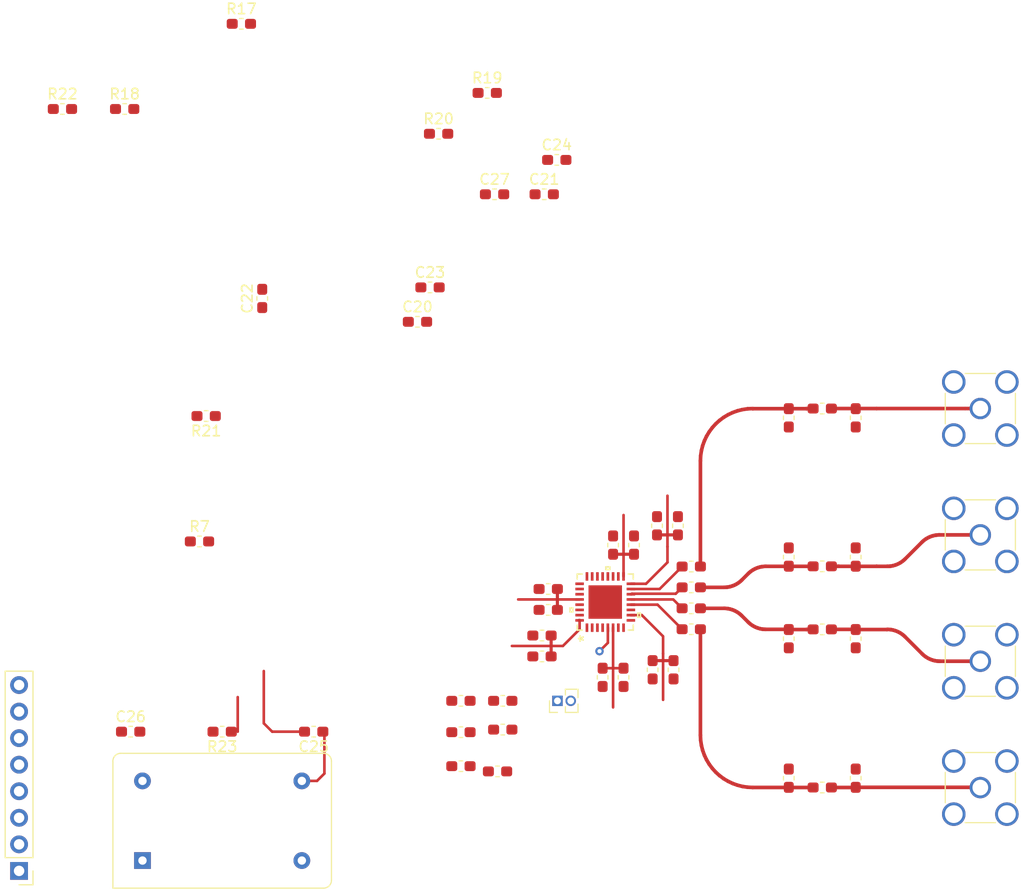
<source format=kicad_pcb>
(kicad_pcb (version 20171130) (host pcbnew 5.1.6+dfsg1-1~bpo10+1)

  (general
    (thickness 1.6)
    (drawings 0)
    (tracks 251)
    (zones 0)
    (modules 58)
    (nets 39)
  )

  (page A4)
  (layers
    (0 F.Cu signal)
    (1 In1.Cu power)
    (2 In2.Cu power)
    (31 B.Cu signal)
    (32 B.Adhes user)
    (33 F.Adhes user)
    (34 B.Paste user)
    (35 F.Paste user)
    (36 B.SilkS user)
    (37 F.SilkS user)
    (38 B.Mask user)
    (39 F.Mask user)
    (40 Dwgs.User user)
    (41 Cmts.User user)
    (42 Eco1.User user)
    (43 Eco2.User user)
    (44 Edge.Cuts user)
    (45 Margin user)
    (46 B.CrtYd user)
    (47 F.CrtYd user)
    (48 B.Fab user)
    (49 F.Fab user)
  )

  (setup
    (last_trace_width 0.25)
    (user_trace_width 0.3)
    (user_trace_width 0.349328)
    (trace_clearance 0.2)
    (zone_clearance 0.508)
    (zone_45_only no)
    (trace_min 0.2)
    (via_size 0.8)
    (via_drill 0.4)
    (via_min_size 0.4)
    (via_min_drill 0.3)
    (uvia_size 0.3)
    (uvia_drill 0.1)
    (uvias_allowed no)
    (uvia_min_size 0.2)
    (uvia_min_drill 0.1)
    (edge_width 0.15)
    (segment_width 0.2)
    (pcb_text_width 0.3)
    (pcb_text_size 1.5 1.5)
    (mod_edge_width 0.15)
    (mod_text_size 1 1)
    (mod_text_width 0.15)
    (pad_size 1.524 1.524)
    (pad_drill 0.762)
    (pad_to_mask_clearance 0.051)
    (solder_mask_min_width 0.25)
    (aux_axis_origin 0 0)
    (visible_elements FFFFFF7F)
    (pcbplotparams
      (layerselection 0x010f0_ffffffff)
      (usegerberextensions false)
      (usegerberattributes false)
      (usegerberadvancedattributes false)
      (creategerberjobfile false)
      (excludeedgelayer true)
      (linewidth 0.100000)
      (plotframeref false)
      (viasonmask false)
      (mode 1)
      (useauxorigin false)
      (hpglpennumber 1)
      (hpglpenspeed 20)
      (hpglpendiameter 15.000000)
      (psnegative false)
      (psa4output false)
      (plotreference true)
      (plotvalue true)
      (plotinvisibletext false)
      (padsonsilk false)
      (subtractmaskfromsilk false)
      (outputformat 1)
      (mirror false)
      (drillshape 0)
      (scaleselection 1)
      (outputdirectory "manufacturing/"))
  )

  (net 0 "")
  (net 1 "Net-(JP1-Pad1)")
  (net 2 GND)
  (net 3 VCC_CP)
  (net 4 "Net-(C13-Pad2)")
  (net 5 RF_A_N)
  (net 6 RF_A_P)
  (net 7 "Net-(C14-Pad2)")
  (net 8 "Net-(C15-Pad1)")
  (net 9 CP_OUT)
  (net 10 RF_B_N)
  (net 11 "Net-(C16-Pad2)")
  (net 12 TUNE)
  (net 13 "Net-(C19-Pad2)")
  (net 14 RF_B_P)
  (net 15 "Net-(C20-Pad1)")
  (net 16 "Net-(C21-Pad1)")
  (net 17 "Net-(C22-Pad1)")
  (net 18 CLK)
  (net 19 DATA)
  (net 20 "Net-(C25-Pad1)")
  (net 21 RF_REF)
  (net 22 LE)
  (net 23 "Net-(J1-Pad1)")
  (net 24 "Net-(J2-Pad1)")
  (net 25 "Net-(J3-Pad1)")
  (net 26 "Net-(J4-Pad1)")
  (net 27 "Net-(J5-Pad3)")
  (net 28 "Net-(J5-Pad4)")
  (net 29 "Net-(J5-Pad5)")
  (net 30 "Net-(J5-Pad6)")
  (net 31 SW)
  (net 32 "Net-(R7-Pad1)")
  (net 33 CE)
  (net 34 MUX)
  (net 35 RF_EN)
  (net 36 "Net-(J5-Pad7)")
  (net 37 "Net-(J5-Pad8)")
  (net 38 LD)

  (net_class Default "This is the default net class."
    (clearance 0.2)
    (trace_width 0.25)
    (via_dia 0.8)
    (via_drill 0.4)
    (uvia_dia 0.3)
    (uvia_drill 0.1)
    (add_net CE)
    (add_net CLK)
    (add_net CP_OUT)
    (add_net DATA)
    (add_net GND)
    (add_net LD)
    (add_net LE)
    (add_net MUX)
    (add_net "Net-(C13-Pad2)")
    (add_net "Net-(C14-Pad2)")
    (add_net "Net-(C15-Pad1)")
    (add_net "Net-(C16-Pad2)")
    (add_net "Net-(C19-Pad2)")
    (add_net "Net-(C20-Pad1)")
    (add_net "Net-(C21-Pad1)")
    (add_net "Net-(C22-Pad1)")
    (add_net "Net-(C25-Pad1)")
    (add_net "Net-(J1-Pad1)")
    (add_net "Net-(J2-Pad1)")
    (add_net "Net-(J3-Pad1)")
    (add_net "Net-(J4-Pad1)")
    (add_net "Net-(J5-Pad3)")
    (add_net "Net-(J5-Pad4)")
    (add_net "Net-(J5-Pad5)")
    (add_net "Net-(J5-Pad6)")
    (add_net "Net-(J5-Pad7)")
    (add_net "Net-(J5-Pad8)")
    (add_net "Net-(JP1-Pad1)")
    (add_net "Net-(R7-Pad1)")
    (add_net RF_A_N)
    (add_net RF_A_P)
    (add_net RF_B_N)
    (add_net RF_B_P)
    (add_net RF_EN)
    (add_net RF_REF)
    (add_net SW)
    (add_net TUNE)
    (add_net VCC_CP)
  )

  (module MAX:MAX2871ETJ+ (layer F.Cu) (tedit 5F65E952) (tstamp 5F6A7C41)
    (at 152.05 89.8 90)
    (path /5FC27F78)
    (fp_text reference U1 (at 0 -5 90) (layer F.SilkS) hide
      (effects (font (size 1 1) (thickness 0.15)))
    )
    (fp_text value MAX2871ETJ+ (at 0.45 5.1 90) (layer F.SilkS) hide
      (effects (font (size 1 1) (thickness 0.15)))
    )
    (fp_text user * (at -3.4925 -2 90) (layer F.SilkS)
      (effects (font (size 1 1) (thickness 0.15)))
    )
    (fp_text user * (at -2.0447 -2 90) (layer F.Fab)
      (effects (font (size 1 1) (thickness 0.15)))
    )
    (fp_text user * (at -3.4925 -2 90) (layer F.SilkS)
      (effects (font (size 1 1) (thickness 0.15)))
    )
    (fp_text user * (at -2.0447 -2 90) (layer F.Fab)
      (effects (font (size 1 1) (thickness 0.15)))
    )
    (fp_line (start -2.5527 -1.2827) (end -1.2827 -2.5527) (layer F.Fab) (width 0.1524))
    (fp_line (start 1.5976 -2.5527) (end 1.9024 -2.5527) (layer F.Fab) (width 0.1524))
    (fp_line (start 1.9024 -2.5527) (end 1.9024 -2.5527) (layer F.Fab) (width 0.1524))
    (fp_line (start 1.9024 -2.5527) (end 1.5976 -2.5527) (layer F.Fab) (width 0.1524))
    (fp_line (start 1.5976 -2.5527) (end 1.5976 -2.5527) (layer F.Fab) (width 0.1524))
    (fp_line (start 1.0976 -2.5527) (end 1.4024 -2.5527) (layer F.Fab) (width 0.1524))
    (fp_line (start 1.4024 -2.5527) (end 1.4024 -2.5527) (layer F.Fab) (width 0.1524))
    (fp_line (start 1.4024 -2.5527) (end 1.0976 -2.5527) (layer F.Fab) (width 0.1524))
    (fp_line (start 1.0976 -2.5527) (end 1.0976 -2.5527) (layer F.Fab) (width 0.1524))
    (fp_line (start 0.5976 -2.5527) (end 0.9024 -2.5527) (layer F.Fab) (width 0.1524))
    (fp_line (start 0.9024 -2.5527) (end 0.9024 -2.5527) (layer F.Fab) (width 0.1524))
    (fp_line (start 0.9024 -2.5527) (end 0.5976 -2.5527) (layer F.Fab) (width 0.1524))
    (fp_line (start 0.5976 -2.5527) (end 0.5976 -2.5527) (layer F.Fab) (width 0.1524))
    (fp_line (start 0.0976 -2.5527) (end 0.4024 -2.5527) (layer F.Fab) (width 0.1524))
    (fp_line (start 0.4024 -2.5527) (end 0.4024 -2.5527) (layer F.Fab) (width 0.1524))
    (fp_line (start 0.4024 -2.5527) (end 0.0976 -2.5527) (layer F.Fab) (width 0.1524))
    (fp_line (start 0.0976 -2.5527) (end 0.0976 -2.5527) (layer F.Fab) (width 0.1524))
    (fp_line (start -0.4024 -2.5527) (end -0.0976 -2.5527) (layer F.Fab) (width 0.1524))
    (fp_line (start -0.0976 -2.5527) (end -0.0976 -2.5527) (layer F.Fab) (width 0.1524))
    (fp_line (start -0.0976 -2.5527) (end -0.4024 -2.5527) (layer F.Fab) (width 0.1524))
    (fp_line (start -0.4024 -2.5527) (end -0.4024 -2.5527) (layer F.Fab) (width 0.1524))
    (fp_line (start -0.9024 -2.5527) (end -0.5976 -2.5527) (layer F.Fab) (width 0.1524))
    (fp_line (start -0.5976 -2.5527) (end -0.5976 -2.5527) (layer F.Fab) (width 0.1524))
    (fp_line (start -0.5976 -2.5527) (end -0.9024 -2.5527) (layer F.Fab) (width 0.1524))
    (fp_line (start -0.9024 -2.5527) (end -0.9024 -2.5527) (layer F.Fab) (width 0.1524))
    (fp_line (start -1.4024 -2.5527) (end -1.0976 -2.5527) (layer F.Fab) (width 0.1524))
    (fp_line (start -1.0976 -2.5527) (end -1.0976 -2.5527) (layer F.Fab) (width 0.1524))
    (fp_line (start -1.0976 -2.5527) (end -1.4024 -2.5527) (layer F.Fab) (width 0.1524))
    (fp_line (start -1.4024 -2.5527) (end -1.4024 -2.5527) (layer F.Fab) (width 0.1524))
    (fp_line (start -1.9024 -2.5527) (end -1.5976 -2.5527) (layer F.Fab) (width 0.1524))
    (fp_line (start -1.5976 -2.5527) (end -1.5976 -2.5527) (layer F.Fab) (width 0.1524))
    (fp_line (start -1.5976 -2.5527) (end -1.9024 -2.5527) (layer F.Fab) (width 0.1524))
    (fp_line (start -1.9024 -2.5527) (end -1.9024 -2.5527) (layer F.Fab) (width 0.1524))
    (fp_line (start -2.5527 -1.5976) (end -2.5527 -1.9024) (layer F.Fab) (width 0.1524))
    (fp_line (start -2.5527 -1.9024) (end -2.5527 -1.9024) (layer F.Fab) (width 0.1524))
    (fp_line (start -2.5527 -1.9024) (end -2.5527 -1.5976) (layer F.Fab) (width 0.1524))
    (fp_line (start -2.5527 -1.5976) (end -2.5527 -1.5976) (layer F.Fab) (width 0.1524))
    (fp_line (start -2.5527 -1.0976) (end -2.5527 -1.4024) (layer F.Fab) (width 0.1524))
    (fp_line (start -2.5527 -1.4024) (end -2.5527 -1.4024) (layer F.Fab) (width 0.1524))
    (fp_line (start -2.5527 -1.4024) (end -2.5527 -1.0976) (layer F.Fab) (width 0.1524))
    (fp_line (start -2.5527 -1.0976) (end -2.5527 -1.0976) (layer F.Fab) (width 0.1524))
    (fp_line (start -2.5527 -0.5976) (end -2.5527 -0.9024) (layer F.Fab) (width 0.1524))
    (fp_line (start -2.5527 -0.9024) (end -2.5527 -0.9024) (layer F.Fab) (width 0.1524))
    (fp_line (start -2.5527 -0.9024) (end -2.5527 -0.5976) (layer F.Fab) (width 0.1524))
    (fp_line (start -2.5527 -0.5976) (end -2.5527 -0.5976) (layer F.Fab) (width 0.1524))
    (fp_line (start -2.5527 -0.0976) (end -2.5527 -0.4024) (layer F.Fab) (width 0.1524))
    (fp_line (start -2.5527 -0.4024) (end -2.5527 -0.4024) (layer F.Fab) (width 0.1524))
    (fp_line (start -2.5527 -0.4024) (end -2.5527 -0.0976) (layer F.Fab) (width 0.1524))
    (fp_line (start -2.5527 -0.0976) (end -2.5527 -0.0976) (layer F.Fab) (width 0.1524))
    (fp_line (start -2.5527 0.4024) (end -2.5527 0.0976) (layer F.Fab) (width 0.1524))
    (fp_line (start -2.5527 0.0976) (end -2.5527 0.0976) (layer F.Fab) (width 0.1524))
    (fp_line (start -2.5527 0.0976) (end -2.5527 0.4024) (layer F.Fab) (width 0.1524))
    (fp_line (start -2.5527 0.4024) (end -2.5527 0.4024) (layer F.Fab) (width 0.1524))
    (fp_line (start -2.5527 0.9024) (end -2.5527 0.5976) (layer F.Fab) (width 0.1524))
    (fp_line (start -2.5527 0.5976) (end -2.5527 0.5976) (layer F.Fab) (width 0.1524))
    (fp_line (start -2.5527 0.5976) (end -2.5527 0.9024) (layer F.Fab) (width 0.1524))
    (fp_line (start -2.5527 0.9024) (end -2.5527 0.9024) (layer F.Fab) (width 0.1524))
    (fp_line (start -2.5527 1.4024) (end -2.5527 1.0976) (layer F.Fab) (width 0.1524))
    (fp_line (start -2.5527 1.0976) (end -2.5527 1.0976) (layer F.Fab) (width 0.1524))
    (fp_line (start -2.5527 1.0976) (end -2.5527 1.4024) (layer F.Fab) (width 0.1524))
    (fp_line (start -2.5527 1.4024) (end -2.5527 1.4024) (layer F.Fab) (width 0.1524))
    (fp_line (start -2.5527 1.9024) (end -2.5527 1.5976) (layer F.Fab) (width 0.1524))
    (fp_line (start -2.5527 1.5976) (end -2.5527 1.5976) (layer F.Fab) (width 0.1524))
    (fp_line (start -2.5527 1.5976) (end -2.5527 1.9024) (layer F.Fab) (width 0.1524))
    (fp_line (start -2.5527 1.9024) (end -2.5527 1.9024) (layer F.Fab) (width 0.1524))
    (fp_line (start -1.5976 2.5527) (end -1.9024 2.5527) (layer F.Fab) (width 0.1524))
    (fp_line (start -1.9024 2.5527) (end -1.9024 2.5527) (layer F.Fab) (width 0.1524))
    (fp_line (start -1.9024 2.5527) (end -1.5976 2.5527) (layer F.Fab) (width 0.1524))
    (fp_line (start -1.5976 2.5527) (end -1.5976 2.5527) (layer F.Fab) (width 0.1524))
    (fp_line (start -1.0976 2.5527) (end -1.4024 2.5527) (layer F.Fab) (width 0.1524))
    (fp_line (start -1.4024 2.5527) (end -1.4024 2.5527) (layer F.Fab) (width 0.1524))
    (fp_line (start -1.4024 2.5527) (end -1.0976 2.5527) (layer F.Fab) (width 0.1524))
    (fp_line (start -1.0976 2.5527) (end -1.0976 2.5527) (layer F.Fab) (width 0.1524))
    (fp_line (start -0.5976 2.5527) (end -0.9024 2.5527) (layer F.Fab) (width 0.1524))
    (fp_line (start -0.9024 2.5527) (end -0.9024 2.5527) (layer F.Fab) (width 0.1524))
    (fp_line (start -0.9024 2.5527) (end -0.5976 2.5527) (layer F.Fab) (width 0.1524))
    (fp_line (start -0.5976 2.5527) (end -0.5976 2.5527) (layer F.Fab) (width 0.1524))
    (fp_line (start -0.0976 2.5527) (end -0.4024 2.5527) (layer F.Fab) (width 0.1524))
    (fp_line (start -0.4024 2.5527) (end -0.4024 2.5527) (layer F.Fab) (width 0.1524))
    (fp_line (start -0.4024 2.5527) (end -0.0976 2.5527) (layer F.Fab) (width 0.1524))
    (fp_line (start -0.0976 2.5527) (end -0.0976 2.5527) (layer F.Fab) (width 0.1524))
    (fp_line (start 0.4024 2.5527) (end 0.0976 2.5527) (layer F.Fab) (width 0.1524))
    (fp_line (start 0.0976 2.5527) (end 0.0976 2.5527) (layer F.Fab) (width 0.1524))
    (fp_line (start 0.0976 2.5527) (end 0.4024 2.5527) (layer F.Fab) (width 0.1524))
    (fp_line (start 0.4024 2.5527) (end 0.4024 2.5527) (layer F.Fab) (width 0.1524))
    (fp_line (start 0.9024 2.5527) (end 0.5976 2.5527) (layer F.Fab) (width 0.1524))
    (fp_line (start 0.5976 2.5527) (end 0.5976 2.5527) (layer F.Fab) (width 0.1524))
    (fp_line (start 0.5976 2.5527) (end 0.9024 2.5527) (layer F.Fab) (width 0.1524))
    (fp_line (start 0.9024 2.5527) (end 0.9024 2.5527) (layer F.Fab) (width 0.1524))
    (fp_line (start 1.4024 2.5527) (end 1.0976 2.5527) (layer F.Fab) (width 0.1524))
    (fp_line (start 1.0976 2.5527) (end 1.0976 2.5527) (layer F.Fab) (width 0.1524))
    (fp_line (start 1.0976 2.5527) (end 1.4024 2.5527) (layer F.Fab) (width 0.1524))
    (fp_line (start 1.4024 2.5527) (end 1.4024 2.5527) (layer F.Fab) (width 0.1524))
    (fp_line (start 1.9024 2.5527) (end 1.5976 2.5527) (layer F.Fab) (width 0.1524))
    (fp_line (start 1.5976 2.5527) (end 1.5976 2.5527) (layer F.Fab) (width 0.1524))
    (fp_line (start 1.5976 2.5527) (end 1.9024 2.5527) (layer F.Fab) (width 0.1524))
    (fp_line (start 1.9024 2.5527) (end 1.9024 2.5527) (layer F.Fab) (width 0.1524))
    (fp_line (start 2.5527 1.5976) (end 2.5527 1.9024) (layer F.Fab) (width 0.1524))
    (fp_line (start 2.5527 1.9024) (end 2.5527 1.9024) (layer F.Fab) (width 0.1524))
    (fp_line (start 2.5527 1.9024) (end 2.5527 1.5976) (layer F.Fab) (width 0.1524))
    (fp_line (start 2.5527 1.5976) (end 2.5527 1.5976) (layer F.Fab) (width 0.1524))
    (fp_line (start 2.5527 1.0976) (end 2.5527 1.4024) (layer F.Fab) (width 0.1524))
    (fp_line (start 2.5527 1.4024) (end 2.5527 1.4024) (layer F.Fab) (width 0.1524))
    (fp_line (start 2.5527 1.4024) (end 2.5527 1.0976) (layer F.Fab) (width 0.1524))
    (fp_line (start 2.5527 1.0976) (end 2.5527 1.0976) (layer F.Fab) (width 0.1524))
    (fp_line (start 2.5527 0.5976) (end 2.5527 0.9024) (layer F.Fab) (width 0.1524))
    (fp_line (start 2.5527 0.9024) (end 2.5527 0.9024) (layer F.Fab) (width 0.1524))
    (fp_line (start 2.5527 0.9024) (end 2.5527 0.5976) (layer F.Fab) (width 0.1524))
    (fp_line (start 2.5527 0.5976) (end 2.5527 0.5976) (layer F.Fab) (width 0.1524))
    (fp_line (start 2.5527 0.0976) (end 2.5527 0.4024) (layer F.Fab) (width 0.1524))
    (fp_line (start 2.5527 0.4024) (end 2.5527 0.4024) (layer F.Fab) (width 0.1524))
    (fp_line (start 2.5527 0.4024) (end 2.5527 0.0976) (layer F.Fab) (width 0.1524))
    (fp_line (start 2.5527 0.0976) (end 2.5527 0.0976) (layer F.Fab) (width 0.1524))
    (fp_line (start 2.5527 -0.4024) (end 2.5527 -0.0976) (layer F.Fab) (width 0.1524))
    (fp_line (start 2.5527 -0.0976) (end 2.5527 -0.0976) (layer F.Fab) (width 0.1524))
    (fp_line (start 2.5527 -0.0976) (end 2.5527 -0.4024) (layer F.Fab) (width 0.1524))
    (fp_line (start 2.5527 -0.4024) (end 2.5527 -0.4024) (layer F.Fab) (width 0.1524))
    (fp_line (start 2.5527 -0.9024) (end 2.5527 -0.5976) (layer F.Fab) (width 0.1524))
    (fp_line (start 2.5527 -0.5976) (end 2.5527 -0.5976) (layer F.Fab) (width 0.1524))
    (fp_line (start 2.5527 -0.5976) (end 2.5527 -0.9024) (layer F.Fab) (width 0.1524))
    (fp_line (start 2.5527 -0.9024) (end 2.5527 -0.9024) (layer F.Fab) (width 0.1524))
    (fp_line (start 2.5527 -1.4024) (end 2.5527 -1.0976) (layer F.Fab) (width 0.1524))
    (fp_line (start 2.5527 -1.0976) (end 2.5527 -1.0976) (layer F.Fab) (width 0.1524))
    (fp_line (start 2.5527 -1.0976) (end 2.5527 -1.4024) (layer F.Fab) (width 0.1524))
    (fp_line (start 2.5527 -1.4024) (end 2.5527 -1.4024) (layer F.Fab) (width 0.1524))
    (fp_line (start 2.5527 -1.9024) (end 2.5527 -1.5976) (layer F.Fab) (width 0.1524))
    (fp_line (start 2.5527 -1.5976) (end 2.5527 -1.5976) (layer F.Fab) (width 0.1524))
    (fp_line (start 2.5527 -1.5976) (end 2.5527 -1.9024) (layer F.Fab) (width 0.1524))
    (fp_line (start 2.5527 -1.9024) (end 2.5527 -1.9024) (layer F.Fab) (width 0.1524))
    (fp_line (start -2.6797 2.6797) (end -2.209739 2.6797) (layer F.SilkS) (width 0.1524))
    (fp_line (start 2.6797 2.6797) (end 2.6797 2.209739) (layer F.SilkS) (width 0.1524))
    (fp_line (start 2.6797 -2.6797) (end 2.209739 -2.6797) (layer F.SilkS) (width 0.1524))
    (fp_line (start -2.6797 -2.6797) (end -2.6797 -2.209739) (layer F.SilkS) (width 0.1524))
    (fp_line (start -2.6797 2.209739) (end -2.6797 2.6797) (layer F.SilkS) (width 0.1524))
    (fp_line (start -2.5527 2.5527) (end 2.5527 2.5527) (layer F.Fab) (width 0.1524))
    (fp_line (start 2.5527 2.5527) (end 2.5527 2.5527) (layer F.Fab) (width 0.1524))
    (fp_line (start 2.5527 2.5527) (end 2.5527 -2.5527) (layer F.Fab) (width 0.1524))
    (fp_line (start 2.5527 -2.5527) (end 2.5527 -2.5527) (layer F.Fab) (width 0.1524))
    (fp_line (start 2.5527 -2.5527) (end -2.5527 -2.5527) (layer F.Fab) (width 0.1524))
    (fp_line (start -2.5527 -2.5527) (end -2.5527 -2.5527) (layer F.Fab) (width 0.1524))
    (fp_line (start -2.5527 -2.5527) (end -2.5527 2.5527) (layer F.Fab) (width 0.1524))
    (fp_line (start -2.5527 2.5527) (end -2.5527 2.5527) (layer F.Fab) (width 0.1524))
    (fp_line (start 2.209739 2.6797) (end 2.6797 2.6797) (layer F.SilkS) (width 0.1524))
    (fp_line (start 2.6797 -2.209739) (end 2.6797 -2.6797) (layer F.SilkS) (width 0.1524))
    (fp_line (start -2.209739 -2.6797) (end -2.6797 -2.6797) (layer F.SilkS) (width 0.1524))
    (fp_line (start -1.4405 3.1115) (end -1.4405 3.3655) (layer F.SilkS) (width 0.1524))
    (fp_line (start -1.4405 3.3655) (end -1.0595 3.3655) (layer F.SilkS) (width 0.1524))
    (fp_line (start -1.0595 3.3655) (end -1.0595 3.1115) (layer F.SilkS) (width 0.1524))
    (fp_line (start -1.0595 3.1115) (end -1.4405 3.1115) (layer F.SilkS) (width 0.1524))
    (fp_line (start 3.3655 0.059499) (end 3.3655 0.4405) (layer F.SilkS) (width 0.1524))
    (fp_line (start 3.3655 0.4405) (end 3.1115 0.4405) (layer F.SilkS) (width 0.1524))
    (fp_line (start 3.1115 0.4405) (end 3.1115 0.059499) (layer F.SilkS) (width 0.1524))
    (fp_line (start 3.1115 0.059499) (end 3.3655 0.059499) (layer F.SilkS) (width 0.1524))
    (fp_line (start -0.940501 -3.1115) (end -0.940501 -3.3655) (layer F.SilkS) (width 0.1524))
    (fp_line (start -0.940501 -3.3655) (end -0.559501 -3.3655) (layer F.SilkS) (width 0.1524))
    (fp_line (start -0.559501 -3.3655) (end -0.559501 -3.1115) (layer F.SilkS) (width 0.1524))
    (fp_line (start -0.559501 -3.1115) (end -0.940501 -3.1115) (layer F.SilkS) (width 0.1524))
    (fp_line (start -1.5002 -1.5002) (end -1.5002 -0.1) (layer F.Paste) (width 0.1524))
    (fp_line (start -1.5002 -0.1) (end -0.1 -0.1) (layer F.Paste) (width 0.1524))
    (fp_line (start -0.1 -0.1) (end -0.1 -1.5002) (layer F.Paste) (width 0.1524))
    (fp_line (start -0.1 -1.5002) (end -1.5002 -1.5002) (layer F.Paste) (width 0.1524))
    (fp_line (start -1.5002 0.1) (end -1.5002 1.5002) (layer F.Paste) (width 0.1524))
    (fp_line (start -1.5002 1.5002) (end -0.1 1.5002) (layer F.Paste) (width 0.1524))
    (fp_line (start -0.1 1.5002) (end -0.1 0.1) (layer F.Paste) (width 0.1524))
    (fp_line (start -0.1 0.1) (end -1.5002 0.1) (layer F.Paste) (width 0.1524))
    (fp_line (start 0.1 -1.5002) (end 0.1 -0.1) (layer F.Paste) (width 0.1524))
    (fp_line (start 0.1 -0.1) (end 1.5002 -0.1) (layer F.Paste) (width 0.1524))
    (fp_line (start 1.5002 -0.1) (end 1.5002 -1.5002) (layer F.Paste) (width 0.1524))
    (fp_line (start 1.5002 -1.5002) (end 0.1 -1.5002) (layer F.Paste) (width 0.1524))
    (fp_line (start 0.1 0.1) (end 0.1 1.5002) (layer F.Paste) (width 0.1524))
    (fp_line (start 0.1 1.5002) (end 1.5002 1.5002) (layer F.Paste) (width 0.1524))
    (fp_line (start 1.5002 1.5002) (end 1.5002 0.1) (layer F.Paste) (width 0.1524))
    (fp_line (start 1.5002 0.1) (end 0.1 0.1) (layer F.Paste) (width 0.1524))
    (fp_line (start -2.8067 2.8067) (end -2.8067 2.131) (layer F.CrtYd) (width 0.1524))
    (fp_line (start -2.8067 2.131) (end -3.1115 2.131) (layer F.CrtYd) (width 0.1524))
    (fp_line (start -3.1115 2.131) (end -3.1115 -2.131) (layer F.CrtYd) (width 0.1524))
    (fp_line (start -3.1115 -2.131) (end -2.8067 -2.131) (layer F.CrtYd) (width 0.1524))
    (fp_line (start -2.8067 -2.131) (end -2.8067 -2.8067) (layer F.CrtYd) (width 0.1524))
    (fp_line (start -2.8067 -2.8067) (end -2.131 -2.8067) (layer F.CrtYd) (width 0.1524))
    (fp_line (start -2.131 -2.8067) (end -2.131 -3.1115) (layer F.CrtYd) (width 0.1524))
    (fp_line (start -2.131 -3.1115) (end 2.131 -3.1115) (layer F.CrtYd) (width 0.1524))
    (fp_line (start 2.131 -3.1115) (end 2.131 -2.8067) (layer F.CrtYd) (width 0.1524))
    (fp_line (start 2.131 -2.8067) (end 2.8067 -2.8067) (layer F.CrtYd) (width 0.1524))
    (fp_line (start 2.8067 -2.8067) (end 2.8067 -2.131) (layer F.CrtYd) (width 0.1524))
    (fp_line (start 2.8067 -2.131) (end 3.1115 -2.131) (layer F.CrtYd) (width 0.1524))
    (fp_line (start 3.1115 -2.131) (end 3.1115 2.131) (layer F.CrtYd) (width 0.1524))
    (fp_line (start 3.1115 2.131) (end 2.8067 2.131) (layer F.CrtYd) (width 0.1524))
    (fp_line (start 2.8067 2.131) (end 2.8067 2.8067) (layer F.CrtYd) (width 0.1524))
    (fp_line (start 2.8067 2.8067) (end 2.131 2.8067) (layer F.CrtYd) (width 0.1524))
    (fp_line (start 2.131 2.8067) (end 2.131 3.1115) (layer F.CrtYd) (width 0.1524))
    (fp_line (start 2.131 3.1115) (end -2.131 3.1115) (layer F.CrtYd) (width 0.1524))
    (fp_line (start -2.131 3.1115) (end -2.131 2.8067) (layer F.CrtYd) (width 0.1524))
    (fp_line (start -2.131 2.8067) (end -2.8067 2.8067) (layer F.CrtYd) (width 0.1524))
    (pad 1 smd rect (at -2.4511 -1.749999 180) (size 0.254 0.8128) (layers F.Cu F.Paste F.Mask)
      (net 18 CLK))
    (pad 2 smd rect (at -2.4511 -1.25 180) (size 0.254 0.8128) (layers F.Cu F.Paste F.Mask)
      (net 19 DATA))
    (pad 3 smd rect (at -2.4511 -0.750001 180) (size 0.254 0.8128) (layers F.Cu F.Paste F.Mask)
      (net 22 LE))
    (pad 4 smd rect (at -2.4511 -0.25 180) (size 0.254 0.8128) (layers F.Cu F.Paste F.Mask)
      (net 33 CE))
    (pad 5 smd rect (at -2.4511 0.25 180) (size 0.254 0.8128) (layers F.Cu F.Paste F.Mask)
      (net 31 SW))
    (pad 6 smd rect (at -2.4511 0.750001 180) (size 0.254 0.8128) (layers F.Cu F.Paste F.Mask)
      (net 3 VCC_CP))
    (pad 7 smd rect (at -2.4511 1.25 180) (size 0.254 0.8128) (layers F.Cu F.Paste F.Mask)
      (net 9 CP_OUT))
    (pad 8 smd rect (at -2.4511 1.749999 180) (size 0.254 0.8128) (layers F.Cu F.Paste F.Mask)
      (net 2 GND))
    (pad 9 smd rect (at -1.749999 2.4511 90) (size 0.254 0.8128) (layers F.Cu F.Paste F.Mask)
      (net 2 GND))
    (pad 10 smd rect (at -1.25 2.4511 90) (size 0.254 0.8128) (layers F.Cu F.Paste F.Mask)
      (net 3 VCC_CP))
    (pad 11 smd rect (at -0.750001 2.4511 90) (size 0.254 0.8128) (layers F.Cu F.Paste F.Mask)
      (net 2 GND))
    (pad 12 smd rect (at -0.25 2.4511 90) (size 0.254 0.8128) (layers F.Cu F.Paste F.Mask)
      (net 6 RF_A_P))
    (pad 13 smd rect (at 0.25 2.4511 90) (size 0.254 0.8128) (layers F.Cu F.Paste F.Mask)
      (net 5 RF_A_N))
    (pad 14 smd rect (at 0.750001 2.4511 90) (size 0.254 0.8128) (layers F.Cu F.Paste F.Mask)
      (net 14 RF_B_P))
    (pad 15 smd rect (at 1.25 2.4511 90) (size 0.254 0.8128) (layers F.Cu F.Paste F.Mask)
      (net 10 RF_B_N))
    (pad 16 smd rect (at 1.749999 2.4511 90) (size 0.254 0.8128) (layers F.Cu F.Paste F.Mask)
      (net 3 VCC_CP))
    (pad 17 smd rect (at 2.4511 1.749999 180) (size 0.254 0.8128) (layers F.Cu F.Paste F.Mask)
      (net 3 VCC_CP))
    (pad 18 smd rect (at 2.4511 1.25 180) (size 0.254 0.8128) (layers F.Cu F.Paste F.Mask)
      (net 2 GND))
    (pad 19 smd rect (at 2.4511 0.750001 180) (size 0.254 0.8128) (layers F.Cu F.Paste F.Mask)
      (net 15 "Net-(C20-Pad1)"))
    (pad 20 smd rect (at 2.4511 0.25 180) (size 0.254 0.8128) (layers F.Cu F.Paste F.Mask)
      (net 12 TUNE))
    (pad 21 smd rect (at 2.4511 -0.25 180) (size 0.254 0.8128) (layers F.Cu F.Paste F.Mask)
      (net 2 GND))
    (pad 22 smd rect (at 2.4511 -0.750001 180) (size 0.254 0.8128) (layers F.Cu F.Paste F.Mask)
      (net 32 "Net-(R7-Pad1)"))
    (pad 23 smd rect (at 2.4511 -1.25 180) (size 0.254 0.8128) (layers F.Cu F.Paste F.Mask)
      (net 17 "Net-(C22-Pad1)"))
    (pad 24 smd rect (at 2.4511 -1.749999 180) (size 0.254 0.8128) (layers F.Cu F.Paste F.Mask)
      (net 16 "Net-(C21-Pad1)"))
    (pad 25 smd rect (at 1.749999 -2.4511 90) (size 0.254 0.8128) (layers F.Cu F.Paste F.Mask)
      (net 38 LD))
    (pad 26 smd rect (at 1.25 -2.4511 90) (size 0.254 0.8128) (layers F.Cu F.Paste F.Mask)
      (net 35 RF_EN))
    (pad 27 smd rect (at 0.750001 -2.4511 90) (size 0.254 0.8128) (layers F.Cu F.Paste F.Mask)
      (net 2 GND))
    (pad 28 smd rect (at 0.25 -2.4511 90) (size 0.254 0.8128) (layers F.Cu F.Paste F.Mask)
      (net 3 VCC_CP))
    (pad 29 smd rect (at -0.25 -2.4511 90) (size 0.254 0.8128) (layers F.Cu F.Paste F.Mask)
      (net 21 RF_REF))
    (pad 30 smd rect (at -0.750001 -2.4511 90) (size 0.254 0.8128) (layers F.Cu F.Paste F.Mask)
      (net 34 MUX))
    (pad 31 smd rect (at -1.25 -2.4511 90) (size 0.254 0.8128) (layers F.Cu F.Paste F.Mask)
      (net 2 GND))
    (pad 32 smd rect (at -1.749999 -2.4511 90) (size 0.254 0.8128) (layers F.Cu F.Paste F.Mask)
      (net 3 VCC_CP))
    (pad 33 smd rect (at 0 0 90) (size 3.2004 3.2004) (layers F.Cu F.Paste F.Mask)
      (net 2 GND))
    (model ${KIPRJMOD}/../other/3d-models/tqfn-32.step
      (at (xyz 0 0 0))
      (scale (xyz 1 1 1))
      (rotate (xyz 0 0 0))
    )
  )

  (module Oscillator:Oscillator_DIP-14 (layer F.Cu) (tedit 58CD3344) (tstamp 5F6A2501)
    (at 107.8 114.53)
    (descr "Oscillator, DIP14, http://cdn-reichelt.de/documents/datenblatt/B400/OSZI.pdf")
    (tags oscillator)
    (path /5F714178)
    (fp_text reference X1 (at 7.62 -11.26) (layer F.SilkS) hide
      (effects (font (size 1 1) (thickness 0.15)))
    )
    (fp_text value CXO_DIP14 (at 7.62 3.74) (layer F.Fab) hide
      (effects (font (size 1 1) (thickness 0.15)))
    )
    (fp_arc (start -2.08 -9.51) (end -2.73 -9.51) (angle 90) (layer F.Fab) (width 0.1))
    (fp_arc (start 17.32 -9.51) (end 17.32 -10.16) (angle 90) (layer F.Fab) (width 0.1))
    (fp_arc (start 17.32 1.89) (end 17.97 1.89) (angle 90) (layer F.Fab) (width 0.1))
    (fp_arc (start -2.08 -9.51) (end -2.83 -9.51) (angle 90) (layer F.SilkS) (width 0.12))
    (fp_arc (start 17.32 -9.51) (end 17.32 -10.26) (angle 90) (layer F.SilkS) (width 0.12))
    (fp_arc (start 17.32 1.89) (end 18.07 1.89) (angle 90) (layer F.SilkS) (width 0.12))
    (fp_arc (start -1.38 -8.81) (end -1.73 -8.81) (angle 90) (layer F.Fab) (width 0.1))
    (fp_arc (start 16.62 -8.81) (end 16.62 -9.16) (angle 90) (layer F.Fab) (width 0.1))
    (fp_arc (start 16.62 1.19) (end 16.97 1.19) (angle 90) (layer F.Fab) (width 0.1))
    (fp_text user %R (at 7.62 -3.81) (layer F.Fab) hide
      (effects (font (size 1 1) (thickness 0.15)))
    )
    (fp_line (start 18.22 2.79) (end 18.22 -10.41) (layer F.CrtYd) (width 0.05))
    (fp_line (start 18.22 -10.41) (end -2.98 -10.41) (layer F.CrtYd) (width 0.05))
    (fp_line (start -2.98 -10.41) (end -2.98 2.79) (layer F.CrtYd) (width 0.05))
    (fp_line (start -2.98 2.79) (end 18.22 2.79) (layer F.CrtYd) (width 0.05))
    (fp_line (start 16.97 1.19) (end 16.97 -8.81) (layer F.Fab) (width 0.1))
    (fp_line (start -1.38 -9.16) (end 16.62 -9.16) (layer F.Fab) (width 0.1))
    (fp_line (start -1.73 1.54) (end -1.73 -8.81) (layer F.Fab) (width 0.1))
    (fp_line (start -1.73 1.54) (end 16.62 1.54) (layer F.Fab) (width 0.1))
    (fp_line (start -2.83 -9.51) (end -2.83 2.64) (layer F.SilkS) (width 0.12))
    (fp_line (start 17.32 -10.26) (end -2.08 -10.26) (layer F.SilkS) (width 0.12))
    (fp_line (start 18.07 1.89) (end 18.07 -9.51) (layer F.SilkS) (width 0.12))
    (fp_line (start -2.83 2.64) (end 17.32 2.64) (layer F.SilkS) (width 0.12))
    (fp_line (start -2.73 2.54) (end 17.32 2.54) (layer F.Fab) (width 0.1))
    (fp_line (start 17.97 -9.51) (end 17.97 1.89) (layer F.Fab) (width 0.1))
    (fp_line (start -2.08 -10.16) (end 17.32 -10.16) (layer F.Fab) (width 0.1))
    (fp_line (start -2.73 2.54) (end -2.73 -9.51) (layer F.Fab) (width 0.1))
    (pad 7 thru_hole circle (at 15.24 0) (size 1.6 1.6) (drill 0.8) (layers *.Cu *.Mask)
      (net 2 GND))
    (pad 8 thru_hole circle (at 15.24 -7.62) (size 1.6 1.6) (drill 0.8) (layers *.Cu *.Mask)
      (net 20 "Net-(C25-Pad1)"))
    (pad 14 thru_hole circle (at 0 -7.62) (size 1.6 1.6) (drill 0.8) (layers *.Cu *.Mask)
      (net 3 VCC_CP))
    (pad 1 thru_hole rect (at 0 0) (size 1.6 1.6) (drill 0.8) (layers *.Cu *.Mask)
      (net 3 VCC_CP))
    (model ${KISYS3DMOD}/Oscillator.3dshapes/Oscillator_DIP-14.wrl
      (at (xyz 0 0 0))
      (scale (xyz 1 1 1))
      (rotate (xyz 0 0 0))
    )
  )

  (module Connector_PinHeader_2.54mm:PinHeader_1x08_P2.54mm_Vertical (layer F.Cu) (tedit 59FED5CC) (tstamp 5F66D163)
    (at 96 115.52 180)
    (descr "Through hole straight pin header, 1x08, 2.54mm pitch, single row")
    (tags "Through hole pin header THT 1x08 2.54mm single row")
    (path /5F795B20)
    (fp_text reference J5 (at 0 -2.33) (layer F.SilkS) hide
      (effects (font (size 1 1) (thickness 0.15)))
    )
    (fp_text value Breakout (at 0 20.11) (layer F.Fab) hide
      (effects (font (size 1 1) (thickness 0.15)))
    )
    (fp_text user %R (at 0 8.89 90) (layer F.Fab) hide
      (effects (font (size 1 1) (thickness 0.15)))
    )
    (fp_line (start -0.635 -1.27) (end 1.27 -1.27) (layer F.Fab) (width 0.1))
    (fp_line (start 1.27 -1.27) (end 1.27 19.05) (layer F.Fab) (width 0.1))
    (fp_line (start 1.27 19.05) (end -1.27 19.05) (layer F.Fab) (width 0.1))
    (fp_line (start -1.27 19.05) (end -1.27 -0.635) (layer F.Fab) (width 0.1))
    (fp_line (start -1.27 -0.635) (end -0.635 -1.27) (layer F.Fab) (width 0.1))
    (fp_line (start -1.33 19.11) (end 1.33 19.11) (layer F.SilkS) (width 0.12))
    (fp_line (start -1.33 1.27) (end -1.33 19.11) (layer F.SilkS) (width 0.12))
    (fp_line (start 1.33 1.27) (end 1.33 19.11) (layer F.SilkS) (width 0.12))
    (fp_line (start -1.33 1.27) (end 1.33 1.27) (layer F.SilkS) (width 0.12))
    (fp_line (start -1.33 0) (end -1.33 -1.33) (layer F.SilkS) (width 0.12))
    (fp_line (start -1.33 -1.33) (end 0 -1.33) (layer F.SilkS) (width 0.12))
    (fp_line (start -1.8 -1.8) (end -1.8 19.55) (layer F.CrtYd) (width 0.05))
    (fp_line (start -1.8 19.55) (end 1.8 19.55) (layer F.CrtYd) (width 0.05))
    (fp_line (start 1.8 19.55) (end 1.8 -1.8) (layer F.CrtYd) (width 0.05))
    (fp_line (start 1.8 -1.8) (end -1.8 -1.8) (layer F.CrtYd) (width 0.05))
    (pad 8 thru_hole oval (at 0 17.78 180) (size 1.7 1.7) (drill 1) (layers *.Cu *.Mask)
      (net 37 "Net-(J5-Pad8)"))
    (pad 7 thru_hole oval (at 0 15.24 180) (size 1.7 1.7) (drill 1) (layers *.Cu *.Mask)
      (net 36 "Net-(J5-Pad7)"))
    (pad 6 thru_hole oval (at 0 12.7 180) (size 1.7 1.7) (drill 1) (layers *.Cu *.Mask)
      (net 30 "Net-(J5-Pad6)"))
    (pad 5 thru_hole oval (at 0 10.16 180) (size 1.7 1.7) (drill 1) (layers *.Cu *.Mask)
      (net 29 "Net-(J5-Pad5)"))
    (pad 4 thru_hole oval (at 0 7.62 180) (size 1.7 1.7) (drill 1) (layers *.Cu *.Mask)
      (net 28 "Net-(J5-Pad4)"))
    (pad 3 thru_hole oval (at 0 5.08 180) (size 1.7 1.7) (drill 1) (layers *.Cu *.Mask)
      (net 27 "Net-(J5-Pad3)"))
    (pad 2 thru_hole oval (at 0 2.54 180) (size 1.7 1.7) (drill 1) (layers *.Cu *.Mask)
      (net 2 GND))
    (pad 1 thru_hole rect (at 0 0 180) (size 1.7 1.7) (drill 1) (layers *.Cu *.Mask)
      (net 3 VCC_CP))
    (model ${KISYS3DMOD}/Connector_PinHeader_2.54mm.3dshapes/PinHeader_1x08_P2.54mm_Vertical.wrl
      (at (xyz 0 0 0))
      (scale (xyz 1 1 1))
      (rotate (xyz 0 0 0))
    )
  )

  (module Connector_Coaxial:SMA_Amphenol_901-144_Vertical (layer F.Cu) (tedit 5B2F4C32) (tstamp 5F66DD6C)
    (at 187.916666 95.46111 270)
    (descr https://www.amphenolrf.com/downloads/dl/file/id/7023/product/3103/901_144_customer_drawing.pdf)
    (tags "SMA THT Female Jack Vertical")
    (path /5FC83A62)
    (fp_text reference J1 (at 0 -4.75 90) (layer F.SilkS) hide
      (effects (font (size 1 1) (thickness 0.15)))
    )
    (fp_text value "RF A-N" (at 0 5 90) (layer F.Fab) hide
      (effects (font (size 1 1) (thickness 0.15)))
    )
    (fp_text user %R (at 0 0 90) (layer F.Fab) hide
      (effects (font (size 1 1) (thickness 0.15)))
    )
    (fp_circle (center 0 0) (end 3.175 0) (layer F.Fab) (width 0.1))
    (fp_line (start 4.17 4.17) (end -4.17 4.17) (layer F.CrtYd) (width 0.05))
    (fp_line (start 4.17 4.17) (end 4.17 -4.17) (layer F.CrtYd) (width 0.05))
    (fp_line (start -4.17 -4.17) (end -4.17 4.17) (layer F.CrtYd) (width 0.05))
    (fp_line (start -4.17 -4.17) (end 4.17 -4.17) (layer F.CrtYd) (width 0.05))
    (fp_line (start -3.175 -3.175) (end 3.175 -3.175) (layer F.Fab) (width 0.1))
    (fp_line (start -3.175 -3.175) (end -3.175 3.175) (layer F.Fab) (width 0.1))
    (fp_line (start -3.175 3.175) (end 3.175 3.175) (layer F.Fab) (width 0.1))
    (fp_line (start 3.175 -3.175) (end 3.175 3.175) (layer F.Fab) (width 0.1))
    (fp_line (start -3.355 -1.45) (end -3.355 1.45) (layer F.SilkS) (width 0.12))
    (fp_line (start 3.355 -1.45) (end 3.355 1.45) (layer F.SilkS) (width 0.12))
    (fp_line (start -1.45 3.355) (end 1.45 3.355) (layer F.SilkS) (width 0.12))
    (fp_line (start -1.45 -3.355) (end 1.45 -3.355) (layer F.SilkS) (width 0.12))
    (pad 2 thru_hole circle (at -2.54 2.54 270) (size 2.25 2.25) (drill 1.7) (layers *.Cu *.Mask)
      (net 2 GND))
    (pad 2 thru_hole circle (at -2.54 -2.54 270) (size 2.25 2.25) (drill 1.7) (layers *.Cu *.Mask)
      (net 2 GND))
    (pad 2 thru_hole circle (at 2.54 -2.54 270) (size 2.25 2.25) (drill 1.7) (layers *.Cu *.Mask)
      (net 2 GND))
    (pad 2 thru_hole circle (at 2.54 2.54 270) (size 2.25 2.25) (drill 1.7) (layers *.Cu *.Mask)
      (net 2 GND))
    (pad 1 thru_hole circle (at 0 0 270) (size 2.05 2.05) (drill 1.5) (layers *.Cu *.Mask)
      (net 23 "Net-(J1-Pad1)"))
    (model ${KIPRJMOD}/../other/3d-models/sma-angled.step
      (offset (xyz 0 0 -3.9))
      (scale (xyz 1 1 1))
      (rotate (xyz 0 0 0))
    )
  )

  (module Connector_Coaxial:SMA_Amphenol_901-144_Vertical (layer F.Cu) (tedit 5B2F4C32) (tstamp 5F66DD82)
    (at 187.916666 107.55 270)
    (descr https://www.amphenolrf.com/downloads/dl/file/id/7023/product/3103/901_144_customer_drawing.pdf)
    (tags "SMA THT Female Jack Vertical")
    (path /5F78D46D)
    (fp_text reference J2 (at 0 -4.75 90) (layer F.SilkS) hide
      (effects (font (size 1 1) (thickness 0.15)))
    )
    (fp_text value "RF A-P" (at 0 5 90) (layer F.Fab) hide
      (effects (font (size 1 1) (thickness 0.15)))
    )
    (fp_line (start -1.45 -3.355) (end 1.45 -3.355) (layer F.SilkS) (width 0.12))
    (fp_line (start -1.45 3.355) (end 1.45 3.355) (layer F.SilkS) (width 0.12))
    (fp_line (start 3.355 -1.45) (end 3.355 1.45) (layer F.SilkS) (width 0.12))
    (fp_line (start -3.355 -1.45) (end -3.355 1.45) (layer F.SilkS) (width 0.12))
    (fp_line (start 3.175 -3.175) (end 3.175 3.175) (layer F.Fab) (width 0.1))
    (fp_line (start -3.175 3.175) (end 3.175 3.175) (layer F.Fab) (width 0.1))
    (fp_line (start -3.175 -3.175) (end -3.175 3.175) (layer F.Fab) (width 0.1))
    (fp_line (start -3.175 -3.175) (end 3.175 -3.175) (layer F.Fab) (width 0.1))
    (fp_line (start -4.17 -4.17) (end 4.17 -4.17) (layer F.CrtYd) (width 0.05))
    (fp_line (start -4.17 -4.17) (end -4.17 4.17) (layer F.CrtYd) (width 0.05))
    (fp_line (start 4.17 4.17) (end 4.17 -4.17) (layer F.CrtYd) (width 0.05))
    (fp_line (start 4.17 4.17) (end -4.17 4.17) (layer F.CrtYd) (width 0.05))
    (fp_circle (center 0 0) (end 3.175 0) (layer F.Fab) (width 0.1))
    (fp_text user %R (at 0 0 90) (layer F.Fab) hide
      (effects (font (size 1 1) (thickness 0.15)))
    )
    (pad 1 thru_hole circle (at 0 0 270) (size 2.05 2.05) (drill 1.5) (layers *.Cu *.Mask)
      (net 24 "Net-(J2-Pad1)"))
    (pad 2 thru_hole circle (at 2.54 2.54 270) (size 2.25 2.25) (drill 1.7) (layers *.Cu *.Mask)
      (net 2 GND))
    (pad 2 thru_hole circle (at 2.54 -2.54 270) (size 2.25 2.25) (drill 1.7) (layers *.Cu *.Mask)
      (net 2 GND))
    (pad 2 thru_hole circle (at -2.54 -2.54 270) (size 2.25 2.25) (drill 1.7) (layers *.Cu *.Mask)
      (net 2 GND))
    (pad 2 thru_hole circle (at -2.54 2.54 270) (size 2.25 2.25) (drill 1.7) (layers *.Cu *.Mask)
      (net 2 GND))
    (model ${KIPRJMOD}/../other/3d-models/sma-angled.step
      (offset (xyz 0 0 -3.9))
      (scale (xyz 1 1 1))
      (rotate (xyz 0 0 0))
    )
  )

  (module Connector_Coaxial:SMA_Amphenol_901-144_Vertical (layer F.Cu) (tedit 5B2F4C32) (tstamp 5F66DD98)
    (at 187.916666 71.283332 270)
    (descr https://www.amphenolrf.com/downloads/dl/file/id/7023/product/3103/901_144_customer_drawing.pdf)
    (tags "SMA THT Female Jack Vertical")
    (path /5F78D888)
    (fp_text reference J3 (at 0 -4.75 90) (layer F.SilkS) hide
      (effects (font (size 1 1) (thickness 0.15)))
    )
    (fp_text value "RF B-N" (at 0 5 90) (layer F.Fab) hide
      (effects (font (size 1 1) (thickness 0.15)))
    )
    (fp_text user %R (at 0 0 90) (layer F.Fab) hide
      (effects (font (size 1 1) (thickness 0.15)))
    )
    (fp_circle (center 0 0) (end 3.175 0) (layer F.Fab) (width 0.1))
    (fp_line (start 4.17 4.17) (end -4.17 4.17) (layer F.CrtYd) (width 0.05))
    (fp_line (start 4.17 4.17) (end 4.17 -4.17) (layer F.CrtYd) (width 0.05))
    (fp_line (start -4.17 -4.17) (end -4.17 4.17) (layer F.CrtYd) (width 0.05))
    (fp_line (start -4.17 -4.17) (end 4.17 -4.17) (layer F.CrtYd) (width 0.05))
    (fp_line (start -3.175 -3.175) (end 3.175 -3.175) (layer F.Fab) (width 0.1))
    (fp_line (start -3.175 -3.175) (end -3.175 3.175) (layer F.Fab) (width 0.1))
    (fp_line (start -3.175 3.175) (end 3.175 3.175) (layer F.Fab) (width 0.1))
    (fp_line (start 3.175 -3.175) (end 3.175 3.175) (layer F.Fab) (width 0.1))
    (fp_line (start -3.355 -1.45) (end -3.355 1.45) (layer F.SilkS) (width 0.12))
    (fp_line (start 3.355 -1.45) (end 3.355 1.45) (layer F.SilkS) (width 0.12))
    (fp_line (start -1.45 3.355) (end 1.45 3.355) (layer F.SilkS) (width 0.12))
    (fp_line (start -1.45 -3.355) (end 1.45 -3.355) (layer F.SilkS) (width 0.12))
    (pad 2 thru_hole circle (at -2.54 2.54 270) (size 2.25 2.25) (drill 1.7) (layers *.Cu *.Mask)
      (net 2 GND))
    (pad 2 thru_hole circle (at -2.54 -2.54 270) (size 2.25 2.25) (drill 1.7) (layers *.Cu *.Mask)
      (net 2 GND))
    (pad 2 thru_hole circle (at 2.54 -2.54 270) (size 2.25 2.25) (drill 1.7) (layers *.Cu *.Mask)
      (net 2 GND))
    (pad 2 thru_hole circle (at 2.54 2.54 270) (size 2.25 2.25) (drill 1.7) (layers *.Cu *.Mask)
      (net 2 GND))
    (pad 1 thru_hole circle (at 0 0 270) (size 2.05 2.05) (drill 1.5) (layers *.Cu *.Mask)
      (net 25 "Net-(J3-Pad1)"))
    (model ${KIPRJMOD}/../other/3d-models/sma-angled.step
      (offset (xyz 0 0 -3.9))
      (scale (xyz 1 1 1))
      (rotate (xyz 0 0 0))
    )
  )

  (module Connector_Coaxial:SMA_Amphenol_901-144_Vertical (layer F.Cu) (tedit 5B2F4C32) (tstamp 5F66DDAE)
    (at 187.916666 83.372221 270)
    (descr https://www.amphenolrf.com/downloads/dl/file/id/7023/product/3103/901_144_customer_drawing.pdf)
    (tags "SMA THT Female Jack Vertical")
    (path /5F78DC9F)
    (fp_text reference J4 (at 0 -4.75 90) (layer F.SilkS) hide
      (effects (font (size 1 1) (thickness 0.15)))
    )
    (fp_text value "RF B-P" (at 0 5 90) (layer F.Fab) hide
      (effects (font (size 1 1) (thickness 0.15)))
    )
    (fp_line (start -1.45 -3.355) (end 1.45 -3.355) (layer F.SilkS) (width 0.12))
    (fp_line (start -1.45 3.355) (end 1.45 3.355) (layer F.SilkS) (width 0.12))
    (fp_line (start 3.355 -1.45) (end 3.355 1.45) (layer F.SilkS) (width 0.12))
    (fp_line (start -3.355 -1.45) (end -3.355 1.45) (layer F.SilkS) (width 0.12))
    (fp_line (start 3.175 -3.175) (end 3.175 3.175) (layer F.Fab) (width 0.1))
    (fp_line (start -3.175 3.175) (end 3.175 3.175) (layer F.Fab) (width 0.1))
    (fp_line (start -3.175 -3.175) (end -3.175 3.175) (layer F.Fab) (width 0.1))
    (fp_line (start -3.175 -3.175) (end 3.175 -3.175) (layer F.Fab) (width 0.1))
    (fp_line (start -4.17 -4.17) (end 4.17 -4.17) (layer F.CrtYd) (width 0.05))
    (fp_line (start -4.17 -4.17) (end -4.17 4.17) (layer F.CrtYd) (width 0.05))
    (fp_line (start 4.17 4.17) (end 4.17 -4.17) (layer F.CrtYd) (width 0.05))
    (fp_line (start 4.17 4.17) (end -4.17 4.17) (layer F.CrtYd) (width 0.05))
    (fp_circle (center 0 0) (end 3.175 0) (layer F.Fab) (width 0.1))
    (fp_text user %R (at 0 0 90) (layer F.Fab) hide
      (effects (font (size 1 1) (thickness 0.15)))
    )
    (pad 1 thru_hole circle (at 0 0 270) (size 2.05 2.05) (drill 1.5) (layers *.Cu *.Mask)
      (net 26 "Net-(J4-Pad1)"))
    (pad 2 thru_hole circle (at 2.54 2.54 270) (size 2.25 2.25) (drill 1.7) (layers *.Cu *.Mask)
      (net 2 GND))
    (pad 2 thru_hole circle (at 2.54 -2.54 270) (size 2.25 2.25) (drill 1.7) (layers *.Cu *.Mask)
      (net 2 GND))
    (pad 2 thru_hole circle (at -2.54 -2.54 270) (size 2.25 2.25) (drill 1.7) (layers *.Cu *.Mask)
      (net 2 GND))
    (pad 2 thru_hole circle (at -2.54 2.54 270) (size 2.25 2.25) (drill 1.7) (layers *.Cu *.Mask)
      (net 2 GND))
    (model ${KIPRJMOD}/../other/3d-models/sma-angled.step
      (offset (xyz 0 0 -3.9))
      (scale (xyz 1 1 1))
      (rotate (xyz 0 0 0))
    )
  )

  (module Capacitor_SMD:C_0603_1608Metric_Pad1.05x0.95mm_HandSolder (layer F.Cu) (tedit 5B301BBE) (tstamp 5F6A9293)
    (at 153.800001 97.0011 90)
    (descr "Capacitor SMD 0603 (1608 Metric), square (rectangular) end terminal, IPC_7351 nominal with elongated pad for handsoldering. (Body size source: http://www.tortai-tech.com/upload/download/2011102023233369053.pdf), generated with kicad-footprint-generator")
    (tags "capacitor handsolder")
    (path /60561AC3)
    (attr smd)
    (fp_text reference C1 (at 0 -1.43 90) (layer F.SilkS) hide
      (effects (font (size 1 1) (thickness 0.15)))
    )
    (fp_text value 100pf (at 0 1.43 90) (layer F.Fab) hide
      (effects (font (size 1 1) (thickness 0.15)))
    )
    (fp_line (start 1.65 0.73) (end -1.65 0.73) (layer F.CrtYd) (width 0.05))
    (fp_line (start 1.65 -0.73) (end 1.65 0.73) (layer F.CrtYd) (width 0.05))
    (fp_line (start -1.65 -0.73) (end 1.65 -0.73) (layer F.CrtYd) (width 0.05))
    (fp_line (start -1.65 0.73) (end -1.65 -0.73) (layer F.CrtYd) (width 0.05))
    (fp_line (start -0.171267 0.51) (end 0.171267 0.51) (layer F.SilkS) (width 0.12))
    (fp_line (start -0.171267 -0.51) (end 0.171267 -0.51) (layer F.SilkS) (width 0.12))
    (fp_line (start 0.8 0.4) (end -0.8 0.4) (layer F.Fab) (width 0.1))
    (fp_line (start 0.8 -0.4) (end 0.8 0.4) (layer F.Fab) (width 0.1))
    (fp_line (start -0.8 -0.4) (end 0.8 -0.4) (layer F.Fab) (width 0.1))
    (fp_line (start -0.8 0.4) (end -0.8 -0.4) (layer F.Fab) (width 0.1))
    (fp_text user %R (at 0 0 90) (layer F.Fab) hide
      (effects (font (size 0.4 0.4) (thickness 0.06)))
    )
    (pad 1 smd roundrect (at -0.875 0 90) (size 1.05 0.95) (layers F.Cu F.Paste F.Mask) (roundrect_rratio 0.25)
      (net 2 GND))
    (pad 2 smd roundrect (at 0.875 0 90) (size 1.05 0.95) (layers F.Cu F.Paste F.Mask) (roundrect_rratio 0.25)
      (net 3 VCC_CP))
    (model ${KISYS3DMOD}/Capacitor_SMD.3dshapes/C_0603_1608Metric.wrl
      (at (xyz 0 0 0))
      (scale (xyz 1 1 1))
      (rotate (xyz 0 0 0))
    )
  )

  (module Capacitor_SMD:C_0603_1608Metric_Pad1.05x0.95mm_HandSolder (layer F.Cu) (tedit 5B301BBE) (tstamp 5F6A92A3)
    (at 151.800001 97.0011 90)
    (descr "Capacitor SMD 0603 (1608 Metric), square (rectangular) end terminal, IPC_7351 nominal with elongated pad for handsoldering. (Body size source: http://www.tortai-tech.com/upload/download/2011102023233369053.pdf), generated with kicad-footprint-generator")
    (tags "capacitor handsolder")
    (path /60561ABC)
    (attr smd)
    (fp_text reference C2 (at 0 -1.43 90) (layer F.SilkS) hide
      (effects (font (size 1 1) (thickness 0.15)))
    )
    (fp_text value 10nF (at 0 1.43 90) (layer F.Fab) hide
      (effects (font (size 1 1) (thickness 0.15)))
    )
    (fp_text user %R (at 0 0 90) (layer F.Fab) hide
      (effects (font (size 0.4 0.4) (thickness 0.06)))
    )
    (fp_line (start -0.8 0.4) (end -0.8 -0.4) (layer F.Fab) (width 0.1))
    (fp_line (start -0.8 -0.4) (end 0.8 -0.4) (layer F.Fab) (width 0.1))
    (fp_line (start 0.8 -0.4) (end 0.8 0.4) (layer F.Fab) (width 0.1))
    (fp_line (start 0.8 0.4) (end -0.8 0.4) (layer F.Fab) (width 0.1))
    (fp_line (start -0.171267 -0.51) (end 0.171267 -0.51) (layer F.SilkS) (width 0.12))
    (fp_line (start -0.171267 0.51) (end 0.171267 0.51) (layer F.SilkS) (width 0.12))
    (fp_line (start -1.65 0.73) (end -1.65 -0.73) (layer F.CrtYd) (width 0.05))
    (fp_line (start -1.65 -0.73) (end 1.65 -0.73) (layer F.CrtYd) (width 0.05))
    (fp_line (start 1.65 -0.73) (end 1.65 0.73) (layer F.CrtYd) (width 0.05))
    (fp_line (start 1.65 0.73) (end -1.65 0.73) (layer F.CrtYd) (width 0.05))
    (pad 2 smd roundrect (at 0.875 0 90) (size 1.05 0.95) (layers F.Cu F.Paste F.Mask) (roundrect_rratio 0.25)
      (net 3 VCC_CP))
    (pad 1 smd roundrect (at -0.875 0 90) (size 1.05 0.95) (layers F.Cu F.Paste F.Mask) (roundrect_rratio 0.25)
      (net 2 GND))
    (model ${KISYS3DMOD}/Capacitor_SMD.3dshapes/C_0603_1608Metric.wrl
      (at (xyz 0 0 0))
      (scale (xyz 1 1 1))
      (rotate (xyz 0 0 0))
    )
  )

  (module Capacitor_SMD:C_0603_1608Metric_Pad1.05x0.95mm_HandSolder (layer F.Cu) (tedit 5B301BBE) (tstamp 5F6B33F4)
    (at 146.5989 88.55)
    (descr "Capacitor SMD 0603 (1608 Metric), square (rectangular) end terminal, IPC_7351 nominal with elongated pad for handsoldering. (Body size source: http://www.tortai-tech.com/upload/download/2011102023233369053.pdf), generated with kicad-footprint-generator")
    (tags "capacitor handsolder")
    (path /604F975D)
    (attr smd)
    (fp_text reference C3 (at 0 -1.43) (layer F.SilkS) hide
      (effects (font (size 1 1) (thickness 0.15)))
    )
    (fp_text value 100pf (at 0 1.43) (layer F.Fab) hide
      (effects (font (size 1 1) (thickness 0.15)))
    )
    (fp_text user %R (at 0 0) (layer F.Fab) hide
      (effects (font (size 0.4 0.4) (thickness 0.06)))
    )
    (fp_line (start -0.8 0.4) (end -0.8 -0.4) (layer F.Fab) (width 0.1))
    (fp_line (start -0.8 -0.4) (end 0.8 -0.4) (layer F.Fab) (width 0.1))
    (fp_line (start 0.8 -0.4) (end 0.8 0.4) (layer F.Fab) (width 0.1))
    (fp_line (start 0.8 0.4) (end -0.8 0.4) (layer F.Fab) (width 0.1))
    (fp_line (start -0.171267 -0.51) (end 0.171267 -0.51) (layer F.SilkS) (width 0.12))
    (fp_line (start -0.171267 0.51) (end 0.171267 0.51) (layer F.SilkS) (width 0.12))
    (fp_line (start -1.65 0.73) (end -1.65 -0.73) (layer F.CrtYd) (width 0.05))
    (fp_line (start -1.65 -0.73) (end 1.65 -0.73) (layer F.CrtYd) (width 0.05))
    (fp_line (start 1.65 -0.73) (end 1.65 0.73) (layer F.CrtYd) (width 0.05))
    (fp_line (start 1.65 0.73) (end -1.65 0.73) (layer F.CrtYd) (width 0.05))
    (pad 2 smd roundrect (at 0.875 0) (size 1.05 0.95) (layers F.Cu F.Paste F.Mask) (roundrect_rratio 0.25)
      (net 3 VCC_CP))
    (pad 1 smd roundrect (at -0.875 0) (size 1.05 0.95) (layers F.Cu F.Paste F.Mask) (roundrect_rratio 0.25)
      (net 2 GND))
    (model ${KISYS3DMOD}/Capacitor_SMD.3dshapes/C_0603_1608Metric.wrl
      (at (xyz 0 0 0))
      (scale (xyz 1 1 1))
      (rotate (xyz 0 0 0))
    )
  )

  (module Capacitor_SMD:C_0603_1608Metric_Pad1.05x0.95mm_HandSolder (layer F.Cu) (tedit 5B301BBE) (tstamp 5F6A92C3)
    (at 146.5989 90.55)
    (descr "Capacitor SMD 0603 (1608 Metric), square (rectangular) end terminal, IPC_7351 nominal with elongated pad for handsoldering. (Body size source: http://www.tortai-tech.com/upload/download/2011102023233369053.pdf), generated with kicad-footprint-generator")
    (tags "capacitor handsolder")
    (path /604F9756)
    (attr smd)
    (fp_text reference C4 (at 0 -1.43) (layer F.SilkS) hide
      (effects (font (size 1 1) (thickness 0.15)))
    )
    (fp_text value 10nF (at 0 1.43) (layer F.Fab) hide
      (effects (font (size 1 1) (thickness 0.15)))
    )
    (fp_line (start 1.65 0.73) (end -1.65 0.73) (layer F.CrtYd) (width 0.05))
    (fp_line (start 1.65 -0.73) (end 1.65 0.73) (layer F.CrtYd) (width 0.05))
    (fp_line (start -1.65 -0.73) (end 1.65 -0.73) (layer F.CrtYd) (width 0.05))
    (fp_line (start -1.65 0.73) (end -1.65 -0.73) (layer F.CrtYd) (width 0.05))
    (fp_line (start -0.171267 0.51) (end 0.171267 0.51) (layer F.SilkS) (width 0.12))
    (fp_line (start -0.171267 -0.51) (end 0.171267 -0.51) (layer F.SilkS) (width 0.12))
    (fp_line (start 0.8 0.4) (end -0.8 0.4) (layer F.Fab) (width 0.1))
    (fp_line (start 0.8 -0.4) (end 0.8 0.4) (layer F.Fab) (width 0.1))
    (fp_line (start -0.8 -0.4) (end 0.8 -0.4) (layer F.Fab) (width 0.1))
    (fp_line (start -0.8 0.4) (end -0.8 -0.4) (layer F.Fab) (width 0.1))
    (fp_text user %R (at 0 0) (layer F.Fab) hide
      (effects (font (size 0.4 0.4) (thickness 0.06)))
    )
    (pad 1 smd roundrect (at -0.875 0) (size 1.05 0.95) (layers F.Cu F.Paste F.Mask) (roundrect_rratio 0.25)
      (net 2 GND))
    (pad 2 smd roundrect (at 0.875 0) (size 1.05 0.95) (layers F.Cu F.Paste F.Mask) (roundrect_rratio 0.25)
      (net 3 VCC_CP))
    (model ${KISYS3DMOD}/Capacitor_SMD.3dshapes/C_0603_1608Metric.wrl
      (at (xyz 0 0 0))
      (scale (xyz 1 1 1))
      (rotate (xyz 0 0 0))
    )
  )

  (module Capacitor_SMD:C_0603_1608Metric_Pad1.05x0.95mm_HandSolder (layer F.Cu) (tedit 5B301BBE) (tstamp 5F6A92D3)
    (at 158.581004 96.27934 90)
    (descr "Capacitor SMD 0603 (1608 Metric), square (rectangular) end terminal, IPC_7351 nominal with elongated pad for handsoldering. (Body size source: http://www.tortai-tech.com/upload/download/2011102023233369053.pdf), generated with kicad-footprint-generator")
    (tags "capacitor handsolder")
    (path /6046E4CF)
    (attr smd)
    (fp_text reference C5 (at 0 -1.43 90) (layer F.SilkS) hide
      (effects (font (size 1 1) (thickness 0.15)))
    )
    (fp_text value 100pf (at 0 1.43 90) (layer F.Fab) hide
      (effects (font (size 1 1) (thickness 0.15)))
    )
    (fp_text user %R (at 0 0 90) (layer F.Fab) hide
      (effects (font (size 0.4 0.4) (thickness 0.06)))
    )
    (fp_line (start -0.8 0.4) (end -0.8 -0.4) (layer F.Fab) (width 0.1))
    (fp_line (start -0.8 -0.4) (end 0.8 -0.4) (layer F.Fab) (width 0.1))
    (fp_line (start 0.8 -0.4) (end 0.8 0.4) (layer F.Fab) (width 0.1))
    (fp_line (start 0.8 0.4) (end -0.8 0.4) (layer F.Fab) (width 0.1))
    (fp_line (start -0.171267 -0.51) (end 0.171267 -0.51) (layer F.SilkS) (width 0.12))
    (fp_line (start -0.171267 0.51) (end 0.171267 0.51) (layer F.SilkS) (width 0.12))
    (fp_line (start -1.65 0.73) (end -1.65 -0.73) (layer F.CrtYd) (width 0.05))
    (fp_line (start -1.65 -0.73) (end 1.65 -0.73) (layer F.CrtYd) (width 0.05))
    (fp_line (start 1.65 -0.73) (end 1.65 0.73) (layer F.CrtYd) (width 0.05))
    (fp_line (start 1.65 0.73) (end -1.65 0.73) (layer F.CrtYd) (width 0.05))
    (pad 2 smd roundrect (at 0.875 0 90) (size 1.05 0.95) (layers F.Cu F.Paste F.Mask) (roundrect_rratio 0.25)
      (net 3 VCC_CP))
    (pad 1 smd roundrect (at -0.875 0 90) (size 1.05 0.95) (layers F.Cu F.Paste F.Mask) (roundrect_rratio 0.25)
      (net 2 GND))
    (model ${KISYS3DMOD}/Capacitor_SMD.3dshapes/C_0603_1608Metric.wrl
      (at (xyz 0 0 0))
      (scale (xyz 1 1 1))
      (rotate (xyz 0 0 0))
    )
  )

  (module Capacitor_SMD:C_0603_1608Metric_Pad1.05x0.95mm_HandSolder (layer F.Cu) (tedit 5B301BBE) (tstamp 5F6A92E3)
    (at 156.581004 96.27934 90)
    (descr "Capacitor SMD 0603 (1608 Metric), square (rectangular) end terminal, IPC_7351 nominal with elongated pad for handsoldering. (Body size source: http://www.tortai-tech.com/upload/download/2011102023233369053.pdf), generated with kicad-footprint-generator")
    (tags "capacitor handsolder")
    (path /6046E4C8)
    (attr smd)
    (fp_text reference C6 (at 0 -1.43 90) (layer F.SilkS) hide
      (effects (font (size 1 1) (thickness 0.15)))
    )
    (fp_text value 10nF (at 0 1.43 90) (layer F.Fab) hide
      (effects (font (size 1 1) (thickness 0.15)))
    )
    (fp_line (start 1.65 0.73) (end -1.65 0.73) (layer F.CrtYd) (width 0.05))
    (fp_line (start 1.65 -0.73) (end 1.65 0.73) (layer F.CrtYd) (width 0.05))
    (fp_line (start -1.65 -0.73) (end 1.65 -0.73) (layer F.CrtYd) (width 0.05))
    (fp_line (start -1.65 0.73) (end -1.65 -0.73) (layer F.CrtYd) (width 0.05))
    (fp_line (start -0.171267 0.51) (end 0.171267 0.51) (layer F.SilkS) (width 0.12))
    (fp_line (start -0.171267 -0.51) (end 0.171267 -0.51) (layer F.SilkS) (width 0.12))
    (fp_line (start 0.8 0.4) (end -0.8 0.4) (layer F.Fab) (width 0.1))
    (fp_line (start 0.8 -0.4) (end 0.8 0.4) (layer F.Fab) (width 0.1))
    (fp_line (start -0.8 -0.4) (end 0.8 -0.4) (layer F.Fab) (width 0.1))
    (fp_line (start -0.8 0.4) (end -0.8 -0.4) (layer F.Fab) (width 0.1))
    (fp_text user %R (at 0 0 90) (layer F.Fab) hide
      (effects (font (size 0.4 0.4) (thickness 0.06)))
    )
    (pad 1 smd roundrect (at -0.875 0 90) (size 1.05 0.95) (layers F.Cu F.Paste F.Mask) (roundrect_rratio 0.25)
      (net 2 GND))
    (pad 2 smd roundrect (at 0.875 0 90) (size 1.05 0.95) (layers F.Cu F.Paste F.Mask) (roundrect_rratio 0.25)
      (net 3 VCC_CP))
    (model ${KISYS3DMOD}/Capacitor_SMD.3dshapes/C_0603_1608Metric.wrl
      (at (xyz 0 0 0))
      (scale (xyz 1 1 1))
      (rotate (xyz 0 0 0))
    )
  )

  (module Capacitor_SMD:C_0603_1608Metric_Pad1.05x0.95mm_HandSolder (layer F.Cu) (tedit 5B301BBE) (tstamp 5F6A92F3)
    (at 159 82.5 90)
    (descr "Capacitor SMD 0603 (1608 Metric), square (rectangular) end terminal, IPC_7351 nominal with elongated pad for handsoldering. (Body size source: http://www.tortai-tech.com/upload/download/2011102023233369053.pdf), generated with kicad-footprint-generator")
    (tags "capacitor handsolder")
    (path /603F2C23)
    (attr smd)
    (fp_text reference C7 (at 0 -1.43 90) (layer F.SilkS) hide
      (effects (font (size 1 1) (thickness 0.15)))
    )
    (fp_text value 100pf (at 0 1.43 90) (layer F.Fab) hide
      (effects (font (size 1 1) (thickness 0.15)))
    )
    (fp_line (start 1.65 0.73) (end -1.65 0.73) (layer F.CrtYd) (width 0.05))
    (fp_line (start 1.65 -0.73) (end 1.65 0.73) (layer F.CrtYd) (width 0.05))
    (fp_line (start -1.65 -0.73) (end 1.65 -0.73) (layer F.CrtYd) (width 0.05))
    (fp_line (start -1.65 0.73) (end -1.65 -0.73) (layer F.CrtYd) (width 0.05))
    (fp_line (start -0.171267 0.51) (end 0.171267 0.51) (layer F.SilkS) (width 0.12))
    (fp_line (start -0.171267 -0.51) (end 0.171267 -0.51) (layer F.SilkS) (width 0.12))
    (fp_line (start 0.8 0.4) (end -0.8 0.4) (layer F.Fab) (width 0.1))
    (fp_line (start 0.8 -0.4) (end 0.8 0.4) (layer F.Fab) (width 0.1))
    (fp_line (start -0.8 -0.4) (end 0.8 -0.4) (layer F.Fab) (width 0.1))
    (fp_line (start -0.8 0.4) (end -0.8 -0.4) (layer F.Fab) (width 0.1))
    (fp_text user %R (at 0 0 90) (layer F.Fab) hide
      (effects (font (size 0.4 0.4) (thickness 0.06)))
    )
    (pad 1 smd roundrect (at -0.875 0 90) (size 1.05 0.95) (layers F.Cu F.Paste F.Mask) (roundrect_rratio 0.25)
      (net 3 VCC_CP))
    (pad 2 smd roundrect (at 0.875 0 90) (size 1.05 0.95) (layers F.Cu F.Paste F.Mask) (roundrect_rratio 0.25)
      (net 2 GND))
    (model ${KISYS3DMOD}/Capacitor_SMD.3dshapes/C_0603_1608Metric.wrl
      (at (xyz 0 0 0))
      (scale (xyz 1 1 1))
      (rotate (xyz 0 0 0))
    )
  )

  (module Capacitor_SMD:C_0603_1608Metric_Pad1.05x0.95mm_HandSolder (layer F.Cu) (tedit 5B301BBE) (tstamp 5F6A9303)
    (at 157 82.5 90)
    (descr "Capacitor SMD 0603 (1608 Metric), square (rectangular) end terminal, IPC_7351 nominal with elongated pad for handsoldering. (Body size source: http://www.tortai-tech.com/upload/download/2011102023233369053.pdf), generated with kicad-footprint-generator")
    (tags "capacitor handsolder")
    (path /603F2C1C)
    (attr smd)
    (fp_text reference C8 (at 0 -1.43 90) (layer F.SilkS) hide
      (effects (font (size 1 1) (thickness 0.15)))
    )
    (fp_text value 10nF (at 0 1.43 90) (layer F.Fab) hide
      (effects (font (size 1 1) (thickness 0.15)))
    )
    (fp_line (start 1.65 0.73) (end -1.65 0.73) (layer F.CrtYd) (width 0.05))
    (fp_line (start 1.65 -0.73) (end 1.65 0.73) (layer F.CrtYd) (width 0.05))
    (fp_line (start -1.65 -0.73) (end 1.65 -0.73) (layer F.CrtYd) (width 0.05))
    (fp_line (start -1.65 0.73) (end -1.65 -0.73) (layer F.CrtYd) (width 0.05))
    (fp_line (start -0.171267 0.51) (end 0.171267 0.51) (layer F.SilkS) (width 0.12))
    (fp_line (start -0.171267 -0.51) (end 0.171267 -0.51) (layer F.SilkS) (width 0.12))
    (fp_line (start 0.8 0.4) (end -0.8 0.4) (layer F.Fab) (width 0.1))
    (fp_line (start 0.8 -0.4) (end 0.8 0.4) (layer F.Fab) (width 0.1))
    (fp_line (start -0.8 -0.4) (end 0.8 -0.4) (layer F.Fab) (width 0.1))
    (fp_line (start -0.8 0.4) (end -0.8 -0.4) (layer F.Fab) (width 0.1))
    (fp_text user %R (at 0 0 90) (layer F.Fab) hide
      (effects (font (size 0.4 0.4) (thickness 0.06)))
    )
    (pad 1 smd roundrect (at -0.875 0 90) (size 1.05 0.95) (layers F.Cu F.Paste F.Mask) (roundrect_rratio 0.25)
      (net 3 VCC_CP))
    (pad 2 smd roundrect (at 0.875 0 90) (size 1.05 0.95) (layers F.Cu F.Paste F.Mask) (roundrect_rratio 0.25)
      (net 2 GND))
    (model ${KISYS3DMOD}/Capacitor_SMD.3dshapes/C_0603_1608Metric.wrl
      (at (xyz 0 0 0))
      (scale (xyz 1 1 1))
      (rotate (xyz 0 0 0))
    )
  )

  (module Capacitor_SMD:C_0603_1608Metric_Pad1.05x0.95mm_HandSolder (layer F.Cu) (tedit 5B301BBE) (tstamp 5F6A9313)
    (at 146 95 180)
    (descr "Capacitor SMD 0603 (1608 Metric), square (rectangular) end terminal, IPC_7351 nominal with elongated pad for handsoldering. (Body size source: http://www.tortai-tech.com/upload/download/2011102023233369053.pdf), generated with kicad-footprint-generator")
    (tags "capacitor handsolder")
    (path /603B4D01)
    (attr smd)
    (fp_text reference C9 (at 0 -1.43) (layer F.SilkS) hide
      (effects (font (size 1 1) (thickness 0.15)))
    )
    (fp_text value 100pf (at 0 1.43) (layer F.Fab) hide
      (effects (font (size 1 1) (thickness 0.15)))
    )
    (fp_line (start 1.65 0.73) (end -1.65 0.73) (layer F.CrtYd) (width 0.05))
    (fp_line (start 1.65 -0.73) (end 1.65 0.73) (layer F.CrtYd) (width 0.05))
    (fp_line (start -1.65 -0.73) (end 1.65 -0.73) (layer F.CrtYd) (width 0.05))
    (fp_line (start -1.65 0.73) (end -1.65 -0.73) (layer F.CrtYd) (width 0.05))
    (fp_line (start -0.171267 0.51) (end 0.171267 0.51) (layer F.SilkS) (width 0.12))
    (fp_line (start -0.171267 -0.51) (end 0.171267 -0.51) (layer F.SilkS) (width 0.12))
    (fp_line (start 0.8 0.4) (end -0.8 0.4) (layer F.Fab) (width 0.1))
    (fp_line (start 0.8 -0.4) (end 0.8 0.4) (layer F.Fab) (width 0.1))
    (fp_line (start -0.8 -0.4) (end 0.8 -0.4) (layer F.Fab) (width 0.1))
    (fp_line (start -0.8 0.4) (end -0.8 -0.4) (layer F.Fab) (width 0.1))
    (fp_text user %R (at 0 0) (layer F.Fab) hide
      (effects (font (size 0.4 0.4) (thickness 0.06)))
    )
    (pad 1 smd roundrect (at -0.875 0 180) (size 1.05 0.95) (layers F.Cu F.Paste F.Mask) (roundrect_rratio 0.25)
      (net 3 VCC_CP))
    (pad 2 smd roundrect (at 0.875 0 180) (size 1.05 0.95) (layers F.Cu F.Paste F.Mask) (roundrect_rratio 0.25)
      (net 2 GND))
    (model ${KISYS3DMOD}/Capacitor_SMD.3dshapes/C_0603_1608Metric.wrl
      (at (xyz 0 0 0))
      (scale (xyz 1 1 1))
      (rotate (xyz 0 0 0))
    )
  )

  (module Capacitor_SMD:C_0603_1608Metric_Pad1.05x0.95mm_HandSolder (layer F.Cu) (tedit 5B301BBE) (tstamp 5F6A9323)
    (at 146 93 180)
    (descr "Capacitor SMD 0603 (1608 Metric), square (rectangular) end terminal, IPC_7351 nominal with elongated pad for handsoldering. (Body size source: http://www.tortai-tech.com/upload/download/2011102023233369053.pdf), generated with kicad-footprint-generator")
    (tags "capacitor handsolder")
    (path /603B4CFA)
    (attr smd)
    (fp_text reference C10 (at 0 -1.43) (layer F.SilkS) hide
      (effects (font (size 1 1) (thickness 0.15)))
    )
    (fp_text value 10nF (at 0 1.43) (layer F.Fab) hide
      (effects (font (size 1 1) (thickness 0.15)))
    )
    (fp_text user %R (at 0 0) (layer F.Fab) hide
      (effects (font (size 0.4 0.4) (thickness 0.06)))
    )
    (fp_line (start -0.8 0.4) (end -0.8 -0.4) (layer F.Fab) (width 0.1))
    (fp_line (start -0.8 -0.4) (end 0.8 -0.4) (layer F.Fab) (width 0.1))
    (fp_line (start 0.8 -0.4) (end 0.8 0.4) (layer F.Fab) (width 0.1))
    (fp_line (start 0.8 0.4) (end -0.8 0.4) (layer F.Fab) (width 0.1))
    (fp_line (start -0.171267 -0.51) (end 0.171267 -0.51) (layer F.SilkS) (width 0.12))
    (fp_line (start -0.171267 0.51) (end 0.171267 0.51) (layer F.SilkS) (width 0.12))
    (fp_line (start -1.65 0.73) (end -1.65 -0.73) (layer F.CrtYd) (width 0.05))
    (fp_line (start -1.65 -0.73) (end 1.65 -0.73) (layer F.CrtYd) (width 0.05))
    (fp_line (start 1.65 -0.73) (end 1.65 0.73) (layer F.CrtYd) (width 0.05))
    (fp_line (start 1.65 0.73) (end -1.65 0.73) (layer F.CrtYd) (width 0.05))
    (pad 2 smd roundrect (at 0.875 0 180) (size 1.05 0.95) (layers F.Cu F.Paste F.Mask) (roundrect_rratio 0.25)
      (net 2 GND))
    (pad 1 smd roundrect (at -0.875 0 180) (size 1.05 0.95) (layers F.Cu F.Paste F.Mask) (roundrect_rratio 0.25)
      (net 3 VCC_CP))
    (model ${KISYS3DMOD}/Capacitor_SMD.3dshapes/C_0603_1608Metric.wrl
      (at (xyz 0 0 0))
      (scale (xyz 1 1 1))
      (rotate (xyz 0 0 0))
    )
  )

  (module Capacitor_SMD:C_0603_1608Metric_Pad1.05x0.95mm_HandSolder (layer F.Cu) (tedit 5B301BBE) (tstamp 5F6A9333)
    (at 152.799999 84.3489 90)
    (descr "Capacitor SMD 0603 (1608 Metric), square (rectangular) end terminal, IPC_7351 nominal with elongated pad for handsoldering. (Body size source: http://www.tortai-tech.com/upload/download/2011102023233369053.pdf), generated with kicad-footprint-generator")
    (tags "capacitor handsolder")
    (path /5FE34B37)
    (attr smd)
    (fp_text reference C11 (at 0 -1.43 90) (layer F.SilkS) hide
      (effects (font (size 1 1) (thickness 0.15)))
    )
    (fp_text value 100pf (at 0 1.43 90) (layer F.Fab) hide
      (effects (font (size 1 1) (thickness 0.15)))
    )
    (fp_line (start 1.65 0.73) (end -1.65 0.73) (layer F.CrtYd) (width 0.05))
    (fp_line (start 1.65 -0.73) (end 1.65 0.73) (layer F.CrtYd) (width 0.05))
    (fp_line (start -1.65 -0.73) (end 1.65 -0.73) (layer F.CrtYd) (width 0.05))
    (fp_line (start -1.65 0.73) (end -1.65 -0.73) (layer F.CrtYd) (width 0.05))
    (fp_line (start -0.171267 0.51) (end 0.171267 0.51) (layer F.SilkS) (width 0.12))
    (fp_line (start -0.171267 -0.51) (end 0.171267 -0.51) (layer F.SilkS) (width 0.12))
    (fp_line (start 0.8 0.4) (end -0.8 0.4) (layer F.Fab) (width 0.1))
    (fp_line (start 0.8 -0.4) (end 0.8 0.4) (layer F.Fab) (width 0.1))
    (fp_line (start -0.8 -0.4) (end 0.8 -0.4) (layer F.Fab) (width 0.1))
    (fp_line (start -0.8 0.4) (end -0.8 -0.4) (layer F.Fab) (width 0.1))
    (fp_text user %R (at 0 0 90) (layer F.Fab) hide
      (effects (font (size 0.4 0.4) (thickness 0.06)))
    )
    (pad 1 smd roundrect (at -0.875 0 90) (size 1.05 0.95) (layers F.Cu F.Paste F.Mask) (roundrect_rratio 0.25)
      (net 3 VCC_CP))
    (pad 2 smd roundrect (at 0.875 0 90) (size 1.05 0.95) (layers F.Cu F.Paste F.Mask) (roundrect_rratio 0.25)
      (net 2 GND))
    (model ${KISYS3DMOD}/Capacitor_SMD.3dshapes/C_0603_1608Metric.wrl
      (at (xyz 0 0 0))
      (scale (xyz 1 1 1))
      (rotate (xyz 0 0 0))
    )
  )

  (module Capacitor_SMD:C_0603_1608Metric_Pad1.05x0.95mm_HandSolder (layer F.Cu) (tedit 5B301BBE) (tstamp 5F6A9343)
    (at 154.799999 84.3489 90)
    (descr "Capacitor SMD 0603 (1608 Metric), square (rectangular) end terminal, IPC_7351 nominal with elongated pad for handsoldering. (Body size source: http://www.tortai-tech.com/upload/download/2011102023233369053.pdf), generated with kicad-footprint-generator")
    (tags "capacitor handsolder")
    (path /5FE34B2B)
    (attr smd)
    (fp_text reference C12 (at 0 -1.43 90) (layer F.SilkS) hide
      (effects (font (size 1 1) (thickness 0.15)))
    )
    (fp_text value 10nF (at 0 1.43 90) (layer F.Fab) hide
      (effects (font (size 1 1) (thickness 0.15)))
    )
    (fp_text user %R (at 0 0 90) (layer F.Fab) hide
      (effects (font (size 0.4 0.4) (thickness 0.06)))
    )
    (fp_line (start -0.8 0.4) (end -0.8 -0.4) (layer F.Fab) (width 0.1))
    (fp_line (start -0.8 -0.4) (end 0.8 -0.4) (layer F.Fab) (width 0.1))
    (fp_line (start 0.8 -0.4) (end 0.8 0.4) (layer F.Fab) (width 0.1))
    (fp_line (start 0.8 0.4) (end -0.8 0.4) (layer F.Fab) (width 0.1))
    (fp_line (start -0.171267 -0.51) (end 0.171267 -0.51) (layer F.SilkS) (width 0.12))
    (fp_line (start -0.171267 0.51) (end 0.171267 0.51) (layer F.SilkS) (width 0.12))
    (fp_line (start -1.65 0.73) (end -1.65 -0.73) (layer F.CrtYd) (width 0.05))
    (fp_line (start -1.65 -0.73) (end 1.65 -0.73) (layer F.CrtYd) (width 0.05))
    (fp_line (start 1.65 -0.73) (end 1.65 0.73) (layer F.CrtYd) (width 0.05))
    (fp_line (start 1.65 0.73) (end -1.65 0.73) (layer F.CrtYd) (width 0.05))
    (pad 2 smd roundrect (at 0.875 0 90) (size 1.05 0.95) (layers F.Cu F.Paste F.Mask) (roundrect_rratio 0.25)
      (net 2 GND))
    (pad 1 smd roundrect (at -0.875 0 90) (size 1.05 0.95) (layers F.Cu F.Paste F.Mask) (roundrect_rratio 0.25)
      (net 3 VCC_CP))
    (model ${KISYS3DMOD}/Capacitor_SMD.3dshapes/C_0603_1608Metric.wrl
      (at (xyz 0 0 0))
      (scale (xyz 1 1 1))
      (rotate (xyz 0 0 0))
    )
  )

  (module Capacitor_SMD:C_0603_1608Metric_Pad1.05x0.95mm_HandSolder (layer F.Cu) (tedit 5B301BBE) (tstamp 5F6A9353)
    (at 160.275 90.4)
    (descr "Capacitor SMD 0603 (1608 Metric), square (rectangular) end terminal, IPC_7351 nominal with elongated pad for handsoldering. (Body size source: http://www.tortai-tech.com/upload/download/2011102023233369053.pdf), generated with kicad-footprint-generator")
    (tags "capacitor handsolder")
    (path /5FAA1362)
    (attr smd)
    (fp_text reference C13 (at 0 -1.43) (layer F.SilkS) hide
      (effects (font (size 1 1) (thickness 0.15)))
    )
    (fp_text value 100p (at 0 1.43) (layer F.Fab) hide
      (effects (font (size 1 1) (thickness 0.15)))
    )
    (fp_line (start 1.65 0.73) (end -1.65 0.73) (layer F.CrtYd) (width 0.05))
    (fp_line (start 1.65 -0.73) (end 1.65 0.73) (layer F.CrtYd) (width 0.05))
    (fp_line (start -1.65 -0.73) (end 1.65 -0.73) (layer F.CrtYd) (width 0.05))
    (fp_line (start -1.65 0.73) (end -1.65 -0.73) (layer F.CrtYd) (width 0.05))
    (fp_line (start -0.171267 0.51) (end 0.171267 0.51) (layer F.SilkS) (width 0.12))
    (fp_line (start -0.171267 -0.51) (end 0.171267 -0.51) (layer F.SilkS) (width 0.12))
    (fp_line (start 0.8 0.4) (end -0.8 0.4) (layer F.Fab) (width 0.1))
    (fp_line (start 0.8 -0.4) (end 0.8 0.4) (layer F.Fab) (width 0.1))
    (fp_line (start -0.8 -0.4) (end 0.8 -0.4) (layer F.Fab) (width 0.1))
    (fp_line (start -0.8 0.4) (end -0.8 -0.4) (layer F.Fab) (width 0.1))
    (fp_text user %R (at 0 0) (layer F.Fab) hide
      (effects (font (size 0.4 0.4) (thickness 0.06)))
    )
    (pad 1 smd roundrect (at -0.875 0) (size 1.05 0.95) (layers F.Cu F.Paste F.Mask) (roundrect_rratio 0.25)
      (net 5 RF_A_N))
    (pad 2 smd roundrect (at 0.875 0) (size 1.05 0.95) (layers F.Cu F.Paste F.Mask) (roundrect_rratio 0.25)
      (net 4 "Net-(C13-Pad2)"))
    (model ${KISYS3DMOD}/Capacitor_SMD.3dshapes/C_0603_1608Metric.wrl
      (at (xyz 0 0 0))
      (scale (xyz 1 1 1))
      (rotate (xyz 0 0 0))
    )
  )

  (module Capacitor_SMD:C_0603_1608Metric_Pad1.05x0.95mm_HandSolder (layer F.Cu) (tedit 5B301BBE) (tstamp 5F6A9363)
    (at 160.275 92.4)
    (descr "Capacitor SMD 0603 (1608 Metric), square (rectangular) end terminal, IPC_7351 nominal with elongated pad for handsoldering. (Body size source: http://www.tortai-tech.com/upload/download/2011102023233369053.pdf), generated with kicad-footprint-generator")
    (tags "capacitor handsolder")
    (path /5FA4F07B)
    (attr smd)
    (fp_text reference C14 (at 0 -1.43) (layer F.SilkS) hide
      (effects (font (size 1 1) (thickness 0.15)))
    )
    (fp_text value 100p (at 0 1.43) (layer F.Fab) hide
      (effects (font (size 1 1) (thickness 0.15)))
    )
    (fp_line (start 1.65 0.73) (end -1.65 0.73) (layer F.CrtYd) (width 0.05))
    (fp_line (start 1.65 -0.73) (end 1.65 0.73) (layer F.CrtYd) (width 0.05))
    (fp_line (start -1.65 -0.73) (end 1.65 -0.73) (layer F.CrtYd) (width 0.05))
    (fp_line (start -1.65 0.73) (end -1.65 -0.73) (layer F.CrtYd) (width 0.05))
    (fp_line (start -0.171267 0.51) (end 0.171267 0.51) (layer F.SilkS) (width 0.12))
    (fp_line (start -0.171267 -0.51) (end 0.171267 -0.51) (layer F.SilkS) (width 0.12))
    (fp_line (start 0.8 0.4) (end -0.8 0.4) (layer F.Fab) (width 0.1))
    (fp_line (start 0.8 -0.4) (end 0.8 0.4) (layer F.Fab) (width 0.1))
    (fp_line (start -0.8 -0.4) (end 0.8 -0.4) (layer F.Fab) (width 0.1))
    (fp_line (start -0.8 0.4) (end -0.8 -0.4) (layer F.Fab) (width 0.1))
    (fp_text user %R (at 0 0) (layer F.Fab) hide
      (effects (font (size 0.4 0.4) (thickness 0.06)))
    )
    (pad 1 smd roundrect (at -0.875 0) (size 1.05 0.95) (layers F.Cu F.Paste F.Mask) (roundrect_rratio 0.25)
      (net 6 RF_A_P))
    (pad 2 smd roundrect (at 0.875 0) (size 1.05 0.95) (layers F.Cu F.Paste F.Mask) (roundrect_rratio 0.25)
      (net 7 "Net-(C14-Pad2)"))
    (model ${KISYS3DMOD}/Capacitor_SMD.3dshapes/C_0603_1608Metric.wrl
      (at (xyz 0 0 0))
      (scale (xyz 1 1 1))
      (rotate (xyz 0 0 0))
    )
  )

  (module Capacitor_SMD:C_0603_1608Metric_Pad1.05x0.95mm_HandSolder (layer F.Cu) (tedit 5B301BBE) (tstamp 5F6A9373)
    (at 138.25 102.25 180)
    (descr "Capacitor SMD 0603 (1608 Metric), square (rectangular) end terminal, IPC_7351 nominal with elongated pad for handsoldering. (Body size source: http://www.tortai-tech.com/upload/download/2011102023233369053.pdf), generated with kicad-footprint-generator")
    (tags "capacitor handsolder")
    (path /60FF35B5)
    (attr smd)
    (fp_text reference C15 (at 0 -1.43) (layer F.SilkS) hide
      (effects (font (size 1 1) (thickness 0.15)))
    )
    (fp_text value 100nF (at 0 1.43) (layer F.Fab) hide
      (effects (font (size 1 1) (thickness 0.15)))
    )
    (fp_text user %R (at 0 0) (layer F.Fab) hide
      (effects (font (size 0.4 0.4) (thickness 0.06)))
    )
    (fp_line (start -0.8 0.4) (end -0.8 -0.4) (layer F.Fab) (width 0.1))
    (fp_line (start -0.8 -0.4) (end 0.8 -0.4) (layer F.Fab) (width 0.1))
    (fp_line (start 0.8 -0.4) (end 0.8 0.4) (layer F.Fab) (width 0.1))
    (fp_line (start 0.8 0.4) (end -0.8 0.4) (layer F.Fab) (width 0.1))
    (fp_line (start -0.171267 -0.51) (end 0.171267 -0.51) (layer F.SilkS) (width 0.12))
    (fp_line (start -0.171267 0.51) (end 0.171267 0.51) (layer F.SilkS) (width 0.12))
    (fp_line (start -1.65 0.73) (end -1.65 -0.73) (layer F.CrtYd) (width 0.05))
    (fp_line (start -1.65 -0.73) (end 1.65 -0.73) (layer F.CrtYd) (width 0.05))
    (fp_line (start 1.65 -0.73) (end 1.65 0.73) (layer F.CrtYd) (width 0.05))
    (fp_line (start 1.65 0.73) (end -1.65 0.73) (layer F.CrtYd) (width 0.05))
    (pad 2 smd roundrect (at 0.875 0 180) (size 1.05 0.95) (layers F.Cu F.Paste F.Mask) (roundrect_rratio 0.25)
      (net 9 CP_OUT))
    (pad 1 smd roundrect (at -0.875 0 180) (size 1.05 0.95) (layers F.Cu F.Paste F.Mask) (roundrect_rratio 0.25)
      (net 8 "Net-(C15-Pad1)"))
    (model ${KISYS3DMOD}/Capacitor_SMD.3dshapes/C_0603_1608Metric.wrl
      (at (xyz 0 0 0))
      (scale (xyz 1 1 1))
      (rotate (xyz 0 0 0))
    )
  )

  (module Capacitor_SMD:C_0603_1608Metric_Pad1.05x0.95mm_HandSolder (layer F.Cu) (tedit 5B301BBE) (tstamp 5F6A9383)
    (at 160.275 86.4)
    (descr "Capacitor SMD 0603 (1608 Metric), square (rectangular) end terminal, IPC_7351 nominal with elongated pad for handsoldering. (Body size source: http://www.tortai-tech.com/upload/download/2011102023233369053.pdf), generated with kicad-footprint-generator")
    (tags "capacitor handsolder")
    (path /5F9F2F90)
    (attr smd)
    (fp_text reference C16 (at 0 -1.43) (layer F.SilkS) hide
      (effects (font (size 1 1) (thickness 0.15)))
    )
    (fp_text value 100p (at 0 1.43) (layer F.Fab) hide
      (effects (font (size 1 1) (thickness 0.15)))
    )
    (fp_text user %R (at 0 0) (layer F.Fab) hide
      (effects (font (size 0.4 0.4) (thickness 0.06)))
    )
    (fp_line (start -0.8 0.4) (end -0.8 -0.4) (layer F.Fab) (width 0.1))
    (fp_line (start -0.8 -0.4) (end 0.8 -0.4) (layer F.Fab) (width 0.1))
    (fp_line (start 0.8 -0.4) (end 0.8 0.4) (layer F.Fab) (width 0.1))
    (fp_line (start 0.8 0.4) (end -0.8 0.4) (layer F.Fab) (width 0.1))
    (fp_line (start -0.171267 -0.51) (end 0.171267 -0.51) (layer F.SilkS) (width 0.12))
    (fp_line (start -0.171267 0.51) (end 0.171267 0.51) (layer F.SilkS) (width 0.12))
    (fp_line (start -1.65 0.73) (end -1.65 -0.73) (layer F.CrtYd) (width 0.05))
    (fp_line (start -1.65 -0.73) (end 1.65 -0.73) (layer F.CrtYd) (width 0.05))
    (fp_line (start 1.65 -0.73) (end 1.65 0.73) (layer F.CrtYd) (width 0.05))
    (fp_line (start 1.65 0.73) (end -1.65 0.73) (layer F.CrtYd) (width 0.05))
    (pad 2 smd roundrect (at 0.875 0) (size 1.05 0.95) (layers F.Cu F.Paste F.Mask) (roundrect_rratio 0.25)
      (net 11 "Net-(C16-Pad2)"))
    (pad 1 smd roundrect (at -0.875 0) (size 1.05 0.95) (layers F.Cu F.Paste F.Mask) (roundrect_rratio 0.25)
      (net 10 RF_B_N))
    (model ${KISYS3DMOD}/Capacitor_SMD.3dshapes/C_0603_1608Metric.wrl
      (at (xyz 0 0 0))
      (scale (xyz 1 1 1))
      (rotate (xyz 0 0 0))
    )
  )

  (module Capacitor_SMD:C_0603_1608Metric_Pad1.05x0.95mm_HandSolder (layer F.Cu) (tedit 5B301BBE) (tstamp 5F6A9393)
    (at 142.25 99.25 180)
    (descr "Capacitor SMD 0603 (1608 Metric), square (rectangular) end terminal, IPC_7351 nominal with elongated pad for handsoldering. (Body size source: http://www.tortai-tech.com/upload/download/2011102023233369053.pdf), generated with kicad-footprint-generator")
    (tags "capacitor handsolder")
    (path /60F628B7)
    (attr smd)
    (fp_text reference C17 (at 0 -1.43) (layer F.SilkS) hide
      (effects (font (size 1 1) (thickness 0.15)))
    )
    (fp_text value 820pF (at 0 1.43) (layer F.Fab) hide
      (effects (font (size 1 1) (thickness 0.15)))
    )
    (fp_line (start 1.65 0.73) (end -1.65 0.73) (layer F.CrtYd) (width 0.05))
    (fp_line (start 1.65 -0.73) (end 1.65 0.73) (layer F.CrtYd) (width 0.05))
    (fp_line (start -1.65 -0.73) (end 1.65 -0.73) (layer F.CrtYd) (width 0.05))
    (fp_line (start -1.65 0.73) (end -1.65 -0.73) (layer F.CrtYd) (width 0.05))
    (fp_line (start -0.171267 0.51) (end 0.171267 0.51) (layer F.SilkS) (width 0.12))
    (fp_line (start -0.171267 -0.51) (end 0.171267 -0.51) (layer F.SilkS) (width 0.12))
    (fp_line (start 0.8 0.4) (end -0.8 0.4) (layer F.Fab) (width 0.1))
    (fp_line (start 0.8 -0.4) (end 0.8 0.4) (layer F.Fab) (width 0.1))
    (fp_line (start -0.8 -0.4) (end 0.8 -0.4) (layer F.Fab) (width 0.1))
    (fp_line (start -0.8 0.4) (end -0.8 -0.4) (layer F.Fab) (width 0.1))
    (fp_text user %R (at 0 0) (layer F.Fab) hide
      (effects (font (size 0.4 0.4) (thickness 0.06)))
    )
    (pad 1 smd roundrect (at -0.875 0 180) (size 1.05 0.95) (layers F.Cu F.Paste F.Mask) (roundrect_rratio 0.25)
      (net 12 TUNE))
    (pad 2 smd roundrect (at 0.875 0 180) (size 1.05 0.95) (layers F.Cu F.Paste F.Mask) (roundrect_rratio 0.25)
      (net 2 GND))
    (model ${KISYS3DMOD}/Capacitor_SMD.3dshapes/C_0603_1608Metric.wrl
      (at (xyz 0 0 0))
      (scale (xyz 1 1 1))
      (rotate (xyz 0 0 0))
    )
  )

  (module Capacitor_SMD:C_0603_1608Metric_Pad1.05x0.95mm_HandSolder (layer F.Cu) (tedit 5B301BBE) (tstamp 5F6A93A3)
    (at 138.25 99.25)
    (descr "Capacitor SMD 0603 (1608 Metric), square (rectangular) end terminal, IPC_7351 nominal with elongated pad for handsoldering. (Body size source: http://www.tortai-tech.com/upload/download/2011102023233369053.pdf), generated with kicad-footprint-generator")
    (tags "capacitor handsolder")
    (path /60FA8FB9)
    (attr smd)
    (fp_text reference C18 (at 0 -1.43) (layer F.SilkS) hide
      (effects (font (size 1 1) (thickness 0.15)))
    )
    (fp_text value 12nF (at 0 1.43) (layer F.Fab) hide
      (effects (font (size 1 1) (thickness 0.15)))
    )
    (fp_line (start 1.65 0.73) (end -1.65 0.73) (layer F.CrtYd) (width 0.05))
    (fp_line (start 1.65 -0.73) (end 1.65 0.73) (layer F.CrtYd) (width 0.05))
    (fp_line (start -1.65 -0.73) (end 1.65 -0.73) (layer F.CrtYd) (width 0.05))
    (fp_line (start -1.65 0.73) (end -1.65 -0.73) (layer F.CrtYd) (width 0.05))
    (fp_line (start -0.171267 0.51) (end 0.171267 0.51) (layer F.SilkS) (width 0.12))
    (fp_line (start -0.171267 -0.51) (end 0.171267 -0.51) (layer F.SilkS) (width 0.12))
    (fp_line (start 0.8 0.4) (end -0.8 0.4) (layer F.Fab) (width 0.1))
    (fp_line (start 0.8 -0.4) (end 0.8 0.4) (layer F.Fab) (width 0.1))
    (fp_line (start -0.8 -0.4) (end 0.8 -0.4) (layer F.Fab) (width 0.1))
    (fp_line (start -0.8 0.4) (end -0.8 -0.4) (layer F.Fab) (width 0.1))
    (fp_text user %R (at 0 0) (layer F.Fab) hide
      (effects (font (size 0.4 0.4) (thickness 0.06)))
    )
    (pad 1 smd roundrect (at -0.875 0) (size 1.05 0.95) (layers F.Cu F.Paste F.Mask) (roundrect_rratio 0.25)
      (net 9 CP_OUT))
    (pad 2 smd roundrect (at 0.875 0) (size 1.05 0.95) (layers F.Cu F.Paste F.Mask) (roundrect_rratio 0.25)
      (net 2 GND))
    (model ${KISYS3DMOD}/Capacitor_SMD.3dshapes/C_0603_1608Metric.wrl
      (at (xyz 0 0 0))
      (scale (xyz 1 1 1))
      (rotate (xyz 0 0 0))
    )
  )

  (module Capacitor_SMD:C_0603_1608Metric_Pad1.05x0.95mm_HandSolder (layer F.Cu) (tedit 5B301BBE) (tstamp 5F6A93B3)
    (at 160.275 88.394)
    (descr "Capacitor SMD 0603 (1608 Metric), square (rectangular) end terminal, IPC_7351 nominal with elongated pad for handsoldering. (Body size source: http://www.tortai-tech.com/upload/download/2011102023233369053.pdf), generated with kicad-footprint-generator")
    (tags "capacitor handsolder")
    (path /5F80D6AF)
    (attr smd)
    (fp_text reference C19 (at 0 -1.43) (layer F.SilkS) hide
      (effects (font (size 1 1) (thickness 0.15)))
    )
    (fp_text value 100p (at 0 1.43) (layer F.Fab) hide
      (effects (font (size 1 1) (thickness 0.15)))
    )
    (fp_text user %R (at 0 0) (layer F.Fab) hide
      (effects (font (size 0.4 0.4) (thickness 0.06)))
    )
    (fp_line (start -0.8 0.4) (end -0.8 -0.4) (layer F.Fab) (width 0.1))
    (fp_line (start -0.8 -0.4) (end 0.8 -0.4) (layer F.Fab) (width 0.1))
    (fp_line (start 0.8 -0.4) (end 0.8 0.4) (layer F.Fab) (width 0.1))
    (fp_line (start 0.8 0.4) (end -0.8 0.4) (layer F.Fab) (width 0.1))
    (fp_line (start -0.171267 -0.51) (end 0.171267 -0.51) (layer F.SilkS) (width 0.12))
    (fp_line (start -0.171267 0.51) (end 0.171267 0.51) (layer F.SilkS) (width 0.12))
    (fp_line (start -1.65 0.73) (end -1.65 -0.73) (layer F.CrtYd) (width 0.05))
    (fp_line (start -1.65 -0.73) (end 1.65 -0.73) (layer F.CrtYd) (width 0.05))
    (fp_line (start 1.65 -0.73) (end 1.65 0.73) (layer F.CrtYd) (width 0.05))
    (fp_line (start 1.65 0.73) (end -1.65 0.73) (layer F.CrtYd) (width 0.05))
    (pad 2 smd roundrect (at 0.875 0) (size 1.05 0.95) (layers F.Cu F.Paste F.Mask) (roundrect_rratio 0.25)
      (net 13 "Net-(C19-Pad2)"))
    (pad 1 smd roundrect (at -0.875 0) (size 1.05 0.95) (layers F.Cu F.Paste F.Mask) (roundrect_rratio 0.25)
      (net 14 RF_B_P))
    (model ${KISYS3DMOD}/Capacitor_SMD.3dshapes/C_0603_1608Metric.wrl
      (at (xyz 0 0 0))
      (scale (xyz 1 1 1))
      (rotate (xyz 0 0 0))
    )
  )

  (module Capacitor_SMD:C_0603_1608Metric_Pad1.05x0.95mm_HandSolder (layer F.Cu) (tedit 5B301BBE) (tstamp 5F6A93C3)
    (at 134.095001 62.985001)
    (descr "Capacitor SMD 0603 (1608 Metric), square (rectangular) end terminal, IPC_7351 nominal with elongated pad for handsoldering. (Body size source: http://www.tortai-tech.com/upload/download/2011102023233369053.pdf), generated with kicad-footprint-generator")
    (tags "capacitor handsolder")
    (path /5F6AC120)
    (attr smd)
    (fp_text reference C20 (at 0 -1.43) (layer F.SilkS)
      (effects (font (size 1 1) (thickness 0.15)))
    )
    (fp_text value 1μF (at 0 1.43) (layer F.Fab)
      (effects (font (size 1 1) (thickness 0.15)))
    )
    (fp_text user %R (at 0 0) (layer F.Fab)
      (effects (font (size 0.4 0.4) (thickness 0.06)))
    )
    (fp_line (start -0.8 0.4) (end -0.8 -0.4) (layer F.Fab) (width 0.1))
    (fp_line (start -0.8 -0.4) (end 0.8 -0.4) (layer F.Fab) (width 0.1))
    (fp_line (start 0.8 -0.4) (end 0.8 0.4) (layer F.Fab) (width 0.1))
    (fp_line (start 0.8 0.4) (end -0.8 0.4) (layer F.Fab) (width 0.1))
    (fp_line (start -0.171267 -0.51) (end 0.171267 -0.51) (layer F.SilkS) (width 0.12))
    (fp_line (start -0.171267 0.51) (end 0.171267 0.51) (layer F.SilkS) (width 0.12))
    (fp_line (start -1.65 0.73) (end -1.65 -0.73) (layer F.CrtYd) (width 0.05))
    (fp_line (start -1.65 -0.73) (end 1.65 -0.73) (layer F.CrtYd) (width 0.05))
    (fp_line (start 1.65 -0.73) (end 1.65 0.73) (layer F.CrtYd) (width 0.05))
    (fp_line (start 1.65 0.73) (end -1.65 0.73) (layer F.CrtYd) (width 0.05))
    (pad 2 smd roundrect (at 0.875 0) (size 1.05 0.95) (layers F.Cu F.Paste F.Mask) (roundrect_rratio 0.25)
      (net 2 GND))
    (pad 1 smd roundrect (at -0.875 0) (size 1.05 0.95) (layers F.Cu F.Paste F.Mask) (roundrect_rratio 0.25)
      (net 15 "Net-(C20-Pad1)"))
    (model ${KISYS3DMOD}/Capacitor_SMD.3dshapes/C_0603_1608Metric.wrl
      (at (xyz 0 0 0))
      (scale (xyz 1 1 1))
      (rotate (xyz 0 0 0))
    )
  )

  (module Capacitor_SMD:C_0603_1608Metric_Pad1.05x0.95mm_HandSolder (layer F.Cu) (tedit 5B301BBE) (tstamp 5F6A93D3)
    (at 146.215001 50.785001)
    (descr "Capacitor SMD 0603 (1608 Metric), square (rectangular) end terminal, IPC_7351 nominal with elongated pad for handsoldering. (Body size source: http://www.tortai-tech.com/upload/download/2011102023233369053.pdf), generated with kicad-footprint-generator")
    (tags "capacitor handsolder")
    (path /5F681D65)
    (attr smd)
    (fp_text reference C21 (at 0 -1.43) (layer F.SilkS)
      (effects (font (size 1 1) (thickness 0.15)))
    )
    (fp_text value 1μF (at 0 1.43) (layer F.Fab)
      (effects (font (size 1 1) (thickness 0.15)))
    )
    (fp_line (start 1.65 0.73) (end -1.65 0.73) (layer F.CrtYd) (width 0.05))
    (fp_line (start 1.65 -0.73) (end 1.65 0.73) (layer F.CrtYd) (width 0.05))
    (fp_line (start -1.65 -0.73) (end 1.65 -0.73) (layer F.CrtYd) (width 0.05))
    (fp_line (start -1.65 0.73) (end -1.65 -0.73) (layer F.CrtYd) (width 0.05))
    (fp_line (start -0.171267 0.51) (end 0.171267 0.51) (layer F.SilkS) (width 0.12))
    (fp_line (start -0.171267 -0.51) (end 0.171267 -0.51) (layer F.SilkS) (width 0.12))
    (fp_line (start 0.8 0.4) (end -0.8 0.4) (layer F.Fab) (width 0.1))
    (fp_line (start 0.8 -0.4) (end 0.8 0.4) (layer F.Fab) (width 0.1))
    (fp_line (start -0.8 -0.4) (end 0.8 -0.4) (layer F.Fab) (width 0.1))
    (fp_line (start -0.8 0.4) (end -0.8 -0.4) (layer F.Fab) (width 0.1))
    (fp_text user %R (at 0 0) (layer F.Fab)
      (effects (font (size 0.4 0.4) (thickness 0.06)))
    )
    (pad 1 smd roundrect (at -0.875 0) (size 1.05 0.95) (layers F.Cu F.Paste F.Mask) (roundrect_rratio 0.25)
      (net 16 "Net-(C21-Pad1)"))
    (pad 2 smd roundrect (at 0.875 0) (size 1.05 0.95) (layers F.Cu F.Paste F.Mask) (roundrect_rratio 0.25)
      (net 2 GND))
    (model ${KISYS3DMOD}/Capacitor_SMD.3dshapes/C_0603_1608Metric.wrl
      (at (xyz 0 0 0))
      (scale (xyz 1 1 1))
      (rotate (xyz 0 0 0))
    )
  )

  (module Capacitor_SMD:C_0603_1608Metric_Pad1.05x0.95mm_HandSolder (layer F.Cu) (tedit 5B301BBE) (tstamp 5F6A93E3)
    (at 119.25 60.75 90)
    (descr "Capacitor SMD 0603 (1608 Metric), square (rectangular) end terminal, IPC_7351 nominal with elongated pad for handsoldering. (Body size source: http://www.tortai-tech.com/upload/download/2011102023233369053.pdf), generated with kicad-footprint-generator")
    (tags "capacitor handsolder")
    (path /5F620E98)
    (attr smd)
    (fp_text reference C22 (at 0 -1.43 90) (layer F.SilkS)
      (effects (font (size 1 1) (thickness 0.15)))
    )
    (fp_text value 1μF (at 0 1.43 90) (layer F.Fab)
      (effects (font (size 1 1) (thickness 0.15)))
    )
    (fp_text user %R (at 0 0 90) (layer F.Fab)
      (effects (font (size 0.4 0.4) (thickness 0.06)))
    )
    (fp_line (start -0.8 0.4) (end -0.8 -0.4) (layer F.Fab) (width 0.1))
    (fp_line (start -0.8 -0.4) (end 0.8 -0.4) (layer F.Fab) (width 0.1))
    (fp_line (start 0.8 -0.4) (end 0.8 0.4) (layer F.Fab) (width 0.1))
    (fp_line (start 0.8 0.4) (end -0.8 0.4) (layer F.Fab) (width 0.1))
    (fp_line (start -0.171267 -0.51) (end 0.171267 -0.51) (layer F.SilkS) (width 0.12))
    (fp_line (start -0.171267 0.51) (end 0.171267 0.51) (layer F.SilkS) (width 0.12))
    (fp_line (start -1.65 0.73) (end -1.65 -0.73) (layer F.CrtYd) (width 0.05))
    (fp_line (start -1.65 -0.73) (end 1.65 -0.73) (layer F.CrtYd) (width 0.05))
    (fp_line (start 1.65 -0.73) (end 1.65 0.73) (layer F.CrtYd) (width 0.05))
    (fp_line (start 1.65 0.73) (end -1.65 0.73) (layer F.CrtYd) (width 0.05))
    (pad 2 smd roundrect (at 0.875 0 90) (size 1.05 0.95) (layers F.Cu F.Paste F.Mask) (roundrect_rratio 0.25)
      (net 2 GND))
    (pad 1 smd roundrect (at -0.875 0 90) (size 1.05 0.95) (layers F.Cu F.Paste F.Mask) (roundrect_rratio 0.25)
      (net 17 "Net-(C22-Pad1)"))
    (model ${KISYS3DMOD}/Capacitor_SMD.3dshapes/C_0603_1608Metric.wrl
      (at (xyz 0 0 0))
      (scale (xyz 1 1 1))
      (rotate (xyz 0 0 0))
    )
  )

  (module Capacitor_SMD:C_0603_1608Metric_Pad1.05x0.95mm_HandSolder (layer F.Cu) (tedit 5B301BBE) (tstamp 5F6A93F3)
    (at 135.295001 59.695001)
    (descr "Capacitor SMD 0603 (1608 Metric), square (rectangular) end terminal, IPC_7351 nominal with elongated pad for handsoldering. (Body size source: http://www.tortai-tech.com/upload/download/2011102023233369053.pdf), generated with kicad-footprint-generator")
    (tags "capacitor handsolder")
    (path /607E1FF8)
    (attr smd)
    (fp_text reference C23 (at 0 -1.43) (layer F.SilkS)
      (effects (font (size 1 1) (thickness 0.15)))
    )
    (fp_text value 10nF (at 0 1.43) (layer F.Fab)
      (effects (font (size 1 1) (thickness 0.15)))
    )
    (fp_line (start 1.65 0.73) (end -1.65 0.73) (layer F.CrtYd) (width 0.05))
    (fp_line (start 1.65 -0.73) (end 1.65 0.73) (layer F.CrtYd) (width 0.05))
    (fp_line (start -1.65 -0.73) (end 1.65 -0.73) (layer F.CrtYd) (width 0.05))
    (fp_line (start -1.65 0.73) (end -1.65 -0.73) (layer F.CrtYd) (width 0.05))
    (fp_line (start -0.171267 0.51) (end 0.171267 0.51) (layer F.SilkS) (width 0.12))
    (fp_line (start -0.171267 -0.51) (end 0.171267 -0.51) (layer F.SilkS) (width 0.12))
    (fp_line (start 0.8 0.4) (end -0.8 0.4) (layer F.Fab) (width 0.1))
    (fp_line (start 0.8 -0.4) (end 0.8 0.4) (layer F.Fab) (width 0.1))
    (fp_line (start -0.8 -0.4) (end 0.8 -0.4) (layer F.Fab) (width 0.1))
    (fp_line (start -0.8 0.4) (end -0.8 -0.4) (layer F.Fab) (width 0.1))
    (fp_text user %R (at 0 0) (layer F.Fab)
      (effects (font (size 0.4 0.4) (thickness 0.06)))
    )
    (pad 1 smd roundrect (at -0.875 0) (size 1.05 0.95) (layers F.Cu F.Paste F.Mask) (roundrect_rratio 0.25)
      (net 18 CLK))
    (pad 2 smd roundrect (at 0.875 0) (size 1.05 0.95) (layers F.Cu F.Paste F.Mask) (roundrect_rratio 0.25)
      (net 2 GND))
    (model ${KISYS3DMOD}/Capacitor_SMD.3dshapes/C_0603_1608Metric.wrl
      (at (xyz 0 0 0))
      (scale (xyz 1 1 1))
      (rotate (xyz 0 0 0))
    )
  )

  (module Capacitor_SMD:C_0603_1608Metric_Pad1.05x0.95mm_HandSolder (layer F.Cu) (tedit 5B301BBE) (tstamp 5F6A9403)
    (at 147.415001 47.495001)
    (descr "Capacitor SMD 0603 (1608 Metric), square (rectangular) end terminal, IPC_7351 nominal with elongated pad for handsoldering. (Body size source: http://www.tortai-tech.com/upload/download/2011102023233369053.pdf), generated with kicad-footprint-generator")
    (tags "capacitor handsolder")
    (path /60759A34)
    (attr smd)
    (fp_text reference C24 (at 0 -1.43) (layer F.SilkS)
      (effects (font (size 1 1) (thickness 0.15)))
    )
    (fp_text value 10nF (at 0 1.43) (layer F.Fab)
      (effects (font (size 1 1) (thickness 0.15)))
    )
    (fp_text user %R (at 0 0) (layer F.Fab)
      (effects (font (size 0.4 0.4) (thickness 0.06)))
    )
    (fp_line (start -0.8 0.4) (end -0.8 -0.4) (layer F.Fab) (width 0.1))
    (fp_line (start -0.8 -0.4) (end 0.8 -0.4) (layer F.Fab) (width 0.1))
    (fp_line (start 0.8 -0.4) (end 0.8 0.4) (layer F.Fab) (width 0.1))
    (fp_line (start 0.8 0.4) (end -0.8 0.4) (layer F.Fab) (width 0.1))
    (fp_line (start -0.171267 -0.51) (end 0.171267 -0.51) (layer F.SilkS) (width 0.12))
    (fp_line (start -0.171267 0.51) (end 0.171267 0.51) (layer F.SilkS) (width 0.12))
    (fp_line (start -1.65 0.73) (end -1.65 -0.73) (layer F.CrtYd) (width 0.05))
    (fp_line (start -1.65 -0.73) (end 1.65 -0.73) (layer F.CrtYd) (width 0.05))
    (fp_line (start 1.65 -0.73) (end 1.65 0.73) (layer F.CrtYd) (width 0.05))
    (fp_line (start 1.65 0.73) (end -1.65 0.73) (layer F.CrtYd) (width 0.05))
    (pad 2 smd roundrect (at 0.875 0) (size 1.05 0.95) (layers F.Cu F.Paste F.Mask) (roundrect_rratio 0.25)
      (net 2 GND))
    (pad 1 smd roundrect (at -0.875 0) (size 1.05 0.95) (layers F.Cu F.Paste F.Mask) (roundrect_rratio 0.25)
      (net 19 DATA))
    (model ${KISYS3DMOD}/Capacitor_SMD.3dshapes/C_0603_1608Metric.wrl
      (at (xyz 0 0 0))
      (scale (xyz 1 1 1))
      (rotate (xyz 0 0 0))
    )
  )

  (module Capacitor_SMD:C_0603_1608Metric_Pad1.05x0.95mm_HandSolder (layer F.Cu) (tedit 5B301BBE) (tstamp 5F6A9413)
    (at 124.17 102.2 180)
    (descr "Capacitor SMD 0603 (1608 Metric), square (rectangular) end terminal, IPC_7351 nominal with elongated pad for handsoldering. (Body size source: http://www.tortai-tech.com/upload/download/2011102023233369053.pdf), generated with kicad-footprint-generator")
    (tags "capacitor handsolder")
    (path /5FD4947B)
    (attr smd)
    (fp_text reference C25 (at 0 -1.43) (layer F.SilkS)
      (effects (font (size 1 1) (thickness 0.15)))
    )
    (fp_text value 0.1μF (at 0 1.43) (layer F.Fab)
      (effects (font (size 1 1) (thickness 0.15)))
    )
    (fp_text user %R (at 0 0) (layer F.Fab)
      (effects (font (size 0.4 0.4) (thickness 0.06)))
    )
    (fp_line (start -0.8 0.4) (end -0.8 -0.4) (layer F.Fab) (width 0.1))
    (fp_line (start -0.8 -0.4) (end 0.8 -0.4) (layer F.Fab) (width 0.1))
    (fp_line (start 0.8 -0.4) (end 0.8 0.4) (layer F.Fab) (width 0.1))
    (fp_line (start 0.8 0.4) (end -0.8 0.4) (layer F.Fab) (width 0.1))
    (fp_line (start -0.171267 -0.51) (end 0.171267 -0.51) (layer F.SilkS) (width 0.12))
    (fp_line (start -0.171267 0.51) (end 0.171267 0.51) (layer F.SilkS) (width 0.12))
    (fp_line (start -1.65 0.73) (end -1.65 -0.73) (layer F.CrtYd) (width 0.05))
    (fp_line (start -1.65 -0.73) (end 1.65 -0.73) (layer F.CrtYd) (width 0.05))
    (fp_line (start 1.65 -0.73) (end 1.65 0.73) (layer F.CrtYd) (width 0.05))
    (fp_line (start 1.65 0.73) (end -1.65 0.73) (layer F.CrtYd) (width 0.05))
    (pad 2 smd roundrect (at 0.875 0 180) (size 1.05 0.95) (layers F.Cu F.Paste F.Mask) (roundrect_rratio 0.25)
      (net 21 RF_REF))
    (pad 1 smd roundrect (at -0.875 0 180) (size 1.05 0.95) (layers F.Cu F.Paste F.Mask) (roundrect_rratio 0.25)
      (net 20 "Net-(C25-Pad1)"))
    (model ${KISYS3DMOD}/Capacitor_SMD.3dshapes/C_0603_1608Metric.wrl
      (at (xyz 0 0 0))
      (scale (xyz 1 1 1))
      (rotate (xyz 0 0 0))
    )
  )

  (module Capacitor_SMD:C_0603_1608Metric_Pad1.05x0.95mm_HandSolder (layer F.Cu) (tedit 5B301BBE) (tstamp 5F6A9423)
    (at 106.67 102.2)
    (descr "Capacitor SMD 0603 (1608 Metric), square (rectangular) end terminal, IPC_7351 nominal with elongated pad for handsoldering. (Body size source: http://www.tortai-tech.com/upload/download/2011102023233369053.pdf), generated with kicad-footprint-generator")
    (tags "capacitor handsolder")
    (path /5FA21DFF)
    (attr smd)
    (fp_text reference C26 (at 0 -1.43) (layer F.SilkS)
      (effects (font (size 1 1) (thickness 0.15)))
    )
    (fp_text value 0.1μF (at 0 1.43) (layer F.Fab)
      (effects (font (size 1 1) (thickness 0.15)))
    )
    (fp_line (start 1.65 0.73) (end -1.65 0.73) (layer F.CrtYd) (width 0.05))
    (fp_line (start 1.65 -0.73) (end 1.65 0.73) (layer F.CrtYd) (width 0.05))
    (fp_line (start -1.65 -0.73) (end 1.65 -0.73) (layer F.CrtYd) (width 0.05))
    (fp_line (start -1.65 0.73) (end -1.65 -0.73) (layer F.CrtYd) (width 0.05))
    (fp_line (start -0.171267 0.51) (end 0.171267 0.51) (layer F.SilkS) (width 0.12))
    (fp_line (start -0.171267 -0.51) (end 0.171267 -0.51) (layer F.SilkS) (width 0.12))
    (fp_line (start 0.8 0.4) (end -0.8 0.4) (layer F.Fab) (width 0.1))
    (fp_line (start 0.8 -0.4) (end 0.8 0.4) (layer F.Fab) (width 0.1))
    (fp_line (start -0.8 -0.4) (end 0.8 -0.4) (layer F.Fab) (width 0.1))
    (fp_line (start -0.8 0.4) (end -0.8 -0.4) (layer F.Fab) (width 0.1))
    (fp_text user %R (at 0 0) (layer F.Fab)
      (effects (font (size 0.4 0.4) (thickness 0.06)))
    )
    (pad 1 smd roundrect (at -0.875 0) (size 1.05 0.95) (layers F.Cu F.Paste F.Mask) (roundrect_rratio 0.25)
      (net 3 VCC_CP))
    (pad 2 smd roundrect (at 0.875 0) (size 1.05 0.95) (layers F.Cu F.Paste F.Mask) (roundrect_rratio 0.25)
      (net 2 GND))
    (model ${KISYS3DMOD}/Capacitor_SMD.3dshapes/C_0603_1608Metric.wrl
      (at (xyz 0 0 0))
      (scale (xyz 1 1 1))
      (rotate (xyz 0 0 0))
    )
  )

  (module Capacitor_SMD:C_0603_1608Metric_Pad1.05x0.95mm_HandSolder (layer F.Cu) (tedit 5B301BBE) (tstamp 5F6A9433)
    (at 141.465001 50.785001)
    (descr "Capacitor SMD 0603 (1608 Metric), square (rectangular) end terminal, IPC_7351 nominal with elongated pad for handsoldering. (Body size source: http://www.tortai-tech.com/upload/download/2011102023233369053.pdf), generated with kicad-footprint-generator")
    (tags "capacitor handsolder")
    (path /606AAD2F)
    (attr smd)
    (fp_text reference C27 (at 0 -1.43) (layer F.SilkS)
      (effects (font (size 1 1) (thickness 0.15)))
    )
    (fp_text value 10nF (at 0 1.43) (layer F.Fab)
      (effects (font (size 1 1) (thickness 0.15)))
    )
    (fp_text user %R (at 0 0) (layer F.Fab)
      (effects (font (size 0.4 0.4) (thickness 0.06)))
    )
    (fp_line (start -0.8 0.4) (end -0.8 -0.4) (layer F.Fab) (width 0.1))
    (fp_line (start -0.8 -0.4) (end 0.8 -0.4) (layer F.Fab) (width 0.1))
    (fp_line (start 0.8 -0.4) (end 0.8 0.4) (layer F.Fab) (width 0.1))
    (fp_line (start 0.8 0.4) (end -0.8 0.4) (layer F.Fab) (width 0.1))
    (fp_line (start -0.171267 -0.51) (end 0.171267 -0.51) (layer F.SilkS) (width 0.12))
    (fp_line (start -0.171267 0.51) (end 0.171267 0.51) (layer F.SilkS) (width 0.12))
    (fp_line (start -1.65 0.73) (end -1.65 -0.73) (layer F.CrtYd) (width 0.05))
    (fp_line (start -1.65 -0.73) (end 1.65 -0.73) (layer F.CrtYd) (width 0.05))
    (fp_line (start 1.65 -0.73) (end 1.65 0.73) (layer F.CrtYd) (width 0.05))
    (fp_line (start 1.65 0.73) (end -1.65 0.73) (layer F.CrtYd) (width 0.05))
    (pad 2 smd roundrect (at 0.875 0) (size 1.05 0.95) (layers F.Cu F.Paste F.Mask) (roundrect_rratio 0.25)
      (net 2 GND))
    (pad 1 smd roundrect (at -0.875 0) (size 1.05 0.95) (layers F.Cu F.Paste F.Mask) (roundrect_rratio 0.25)
      (net 22 LE))
    (model ${KISYS3DMOD}/Capacitor_SMD.3dshapes/C_0603_1608Metric.wrl
      (at (xyz 0 0 0))
      (scale (xyz 1 1 1))
      (rotate (xyz 0 0 0))
    )
  )

  (module Resistor_SMD:R_0603_1608Metric_Pad1.05x0.95mm_HandSolder (layer F.Cu) (tedit 5B301BBD) (tstamp 5F6A9443)
    (at 172.8 92.4125 180)
    (descr "Resistor SMD 0603 (1608 Metric), square (rectangular) end terminal, IPC_7351 nominal with elongated pad for handsoldering. (Body size source: http://www.tortai-tech.com/upload/download/2011102023233369053.pdf), generated with kicad-footprint-generator")
    (tags "resistor handsolder")
    (path /5FAA136C)
    (attr smd)
    (fp_text reference R1 (at 0 -1.43) (layer F.SilkS) hide
      (effects (font (size 1 1) (thickness 0.15)))
    )
    (fp_text value 18 (at 0 1.43) (layer F.Fab) hide
      (effects (font (size 1 1) (thickness 0.15)))
    )
    (fp_line (start 1.65 0.73) (end -1.65 0.73) (layer F.CrtYd) (width 0.05))
    (fp_line (start 1.65 -0.73) (end 1.65 0.73) (layer F.CrtYd) (width 0.05))
    (fp_line (start -1.65 -0.73) (end 1.65 -0.73) (layer F.CrtYd) (width 0.05))
    (fp_line (start -1.65 0.73) (end -1.65 -0.73) (layer F.CrtYd) (width 0.05))
    (fp_line (start -0.171267 0.51) (end 0.171267 0.51) (layer F.SilkS) (width 0.12))
    (fp_line (start -0.171267 -0.51) (end 0.171267 -0.51) (layer F.SilkS) (width 0.12))
    (fp_line (start 0.8 0.4) (end -0.8 0.4) (layer F.Fab) (width 0.1))
    (fp_line (start 0.8 -0.4) (end 0.8 0.4) (layer F.Fab) (width 0.1))
    (fp_line (start -0.8 -0.4) (end 0.8 -0.4) (layer F.Fab) (width 0.1))
    (fp_line (start -0.8 0.4) (end -0.8 -0.4) (layer F.Fab) (width 0.1))
    (fp_text user %R (at 0 0) (layer F.Fab) hide
      (effects (font (size 0.4 0.4) (thickness 0.06)))
    )
    (pad 1 smd roundrect (at -0.875 0 180) (size 1.05 0.95) (layers F.Cu F.Paste F.Mask) (roundrect_rratio 0.25)
      (net 23 "Net-(J1-Pad1)"))
    (pad 2 smd roundrect (at 0.875 0 180) (size 1.05 0.95) (layers F.Cu F.Paste F.Mask) (roundrect_rratio 0.25)
      (net 4 "Net-(C13-Pad2)"))
    (model ${KISYS3DMOD}/Resistor_SMD.3dshapes/R_0603_1608Metric.wrl
      (at (xyz 0 0 0))
      (scale (xyz 1 1 1))
      (rotate (xyz 0 0 0))
    )
  )

  (module Resistor_SMD:R_0603_1608Metric_Pad1.05x0.95mm_HandSolder (layer F.Cu) (tedit 5B301BBD) (tstamp 5F6A9453)
    (at 169.6 93.3025 270)
    (descr "Resistor SMD 0603 (1608 Metric), square (rectangular) end terminal, IPC_7351 nominal with elongated pad for handsoldering. (Body size source: http://www.tortai-tech.com/upload/download/2011102023233369053.pdf), generated with kicad-footprint-generator")
    (tags "resistor handsolder")
    (path /5FAA1376)
    (attr smd)
    (fp_text reference R2 (at 0 -1.43 90) (layer F.SilkS) hide
      (effects (font (size 1 1) (thickness 0.15)))
    )
    (fp_text value 300 (at 0 1.43 90) (layer F.Fab) hide
      (effects (font (size 1 1) (thickness 0.15)))
    )
    (fp_text user %R (at 0 0 90) (layer F.Fab) hide
      (effects (font (size 0.4 0.4) (thickness 0.06)))
    )
    (fp_line (start -0.8 0.4) (end -0.8 -0.4) (layer F.Fab) (width 0.1))
    (fp_line (start -0.8 -0.4) (end 0.8 -0.4) (layer F.Fab) (width 0.1))
    (fp_line (start 0.8 -0.4) (end 0.8 0.4) (layer F.Fab) (width 0.1))
    (fp_line (start 0.8 0.4) (end -0.8 0.4) (layer F.Fab) (width 0.1))
    (fp_line (start -0.171267 -0.51) (end 0.171267 -0.51) (layer F.SilkS) (width 0.12))
    (fp_line (start -0.171267 0.51) (end 0.171267 0.51) (layer F.SilkS) (width 0.12))
    (fp_line (start -1.65 0.73) (end -1.65 -0.73) (layer F.CrtYd) (width 0.05))
    (fp_line (start -1.65 -0.73) (end 1.65 -0.73) (layer F.CrtYd) (width 0.05))
    (fp_line (start 1.65 -0.73) (end 1.65 0.73) (layer F.CrtYd) (width 0.05))
    (fp_line (start 1.65 0.73) (end -1.65 0.73) (layer F.CrtYd) (width 0.05))
    (pad 2 smd roundrect (at 0.875 0 270) (size 1.05 0.95) (layers F.Cu F.Paste F.Mask) (roundrect_rratio 0.25)
      (net 2 GND))
    (pad 1 smd roundrect (at -0.875 0 270) (size 1.05 0.95) (layers F.Cu F.Paste F.Mask) (roundrect_rratio 0.25)
      (net 4 "Net-(C13-Pad2)"))
    (model ${KISYS3DMOD}/Resistor_SMD.3dshapes/R_0603_1608Metric.wrl
      (at (xyz 0 0 0))
      (scale (xyz 1 1 1))
      (rotate (xyz 0 0 0))
    )
  )

  (module Resistor_SMD:R_0603_1608Metric_Pad1.05x0.95mm_HandSolder (layer F.Cu) (tedit 5B301BBD) (tstamp 5F6A9463)
    (at 176 93.3025 270)
    (descr "Resistor SMD 0603 (1608 Metric), square (rectangular) end terminal, IPC_7351 nominal with elongated pad for handsoldering. (Body size source: http://www.tortai-tech.com/upload/download/2011102023233369053.pdf), generated with kicad-footprint-generator")
    (tags "resistor handsolder")
    (path /5FAA1380)
    (attr smd)
    (fp_text reference R3 (at 0 -1.43 90) (layer F.SilkS) hide
      (effects (font (size 1 1) (thickness 0.15)))
    )
    (fp_text value 300 (at 0 1.43 90) (layer F.Fab) hide
      (effects (font (size 1 1) (thickness 0.15)))
    )
    (fp_line (start 1.65 0.73) (end -1.65 0.73) (layer F.CrtYd) (width 0.05))
    (fp_line (start 1.65 -0.73) (end 1.65 0.73) (layer F.CrtYd) (width 0.05))
    (fp_line (start -1.65 -0.73) (end 1.65 -0.73) (layer F.CrtYd) (width 0.05))
    (fp_line (start -1.65 0.73) (end -1.65 -0.73) (layer F.CrtYd) (width 0.05))
    (fp_line (start -0.171267 0.51) (end 0.171267 0.51) (layer F.SilkS) (width 0.12))
    (fp_line (start -0.171267 -0.51) (end 0.171267 -0.51) (layer F.SilkS) (width 0.12))
    (fp_line (start 0.8 0.4) (end -0.8 0.4) (layer F.Fab) (width 0.1))
    (fp_line (start 0.8 -0.4) (end 0.8 0.4) (layer F.Fab) (width 0.1))
    (fp_line (start -0.8 -0.4) (end 0.8 -0.4) (layer F.Fab) (width 0.1))
    (fp_line (start -0.8 0.4) (end -0.8 -0.4) (layer F.Fab) (width 0.1))
    (fp_text user %R (at 0 0 90) (layer F.Fab) hide
      (effects (font (size 0.4 0.4) (thickness 0.06)))
    )
    (pad 1 smd roundrect (at -0.875 0 270) (size 1.05 0.95) (layers F.Cu F.Paste F.Mask) (roundrect_rratio 0.25)
      (net 23 "Net-(J1-Pad1)"))
    (pad 2 smd roundrect (at 0.875 0 270) (size 1.05 0.95) (layers F.Cu F.Paste F.Mask) (roundrect_rratio 0.25)
      (net 2 GND))
    (model ${KISYS3DMOD}/Resistor_SMD.3dshapes/R_0603_1608Metric.wrl
      (at (xyz 0 0 0))
      (scale (xyz 1 1 1))
      (rotate (xyz 0 0 0))
    )
  )

  (module Resistor_SMD:R_0603_1608Metric_Pad1.05x0.95mm_HandSolder (layer F.Cu) (tedit 5B301BBD) (tstamp 5F6A9473)
    (at 172.8 107.540001 180)
    (descr "Resistor SMD 0603 (1608 Metric), square (rectangular) end terminal, IPC_7351 nominal with elongated pad for handsoldering. (Body size source: http://www.tortai-tech.com/upload/download/2011102023233369053.pdf), generated with kicad-footprint-generator")
    (tags "resistor handsolder")
    (path /5FA4F085)
    (attr smd)
    (fp_text reference R4 (at 0 -1.43) (layer F.SilkS) hide
      (effects (font (size 1 1) (thickness 0.15)))
    )
    (fp_text value 18 (at 0 1.43) (layer F.Fab) hide
      (effects (font (size 1 1) (thickness 0.15)))
    )
    (fp_text user %R (at 0 0) (layer F.Fab) hide
      (effects (font (size 0.4 0.4) (thickness 0.06)))
    )
    (fp_line (start -0.8 0.4) (end -0.8 -0.4) (layer F.Fab) (width 0.1))
    (fp_line (start -0.8 -0.4) (end 0.8 -0.4) (layer F.Fab) (width 0.1))
    (fp_line (start 0.8 -0.4) (end 0.8 0.4) (layer F.Fab) (width 0.1))
    (fp_line (start 0.8 0.4) (end -0.8 0.4) (layer F.Fab) (width 0.1))
    (fp_line (start -0.171267 -0.51) (end 0.171267 -0.51) (layer F.SilkS) (width 0.12))
    (fp_line (start -0.171267 0.51) (end 0.171267 0.51) (layer F.SilkS) (width 0.12))
    (fp_line (start -1.65 0.73) (end -1.65 -0.73) (layer F.CrtYd) (width 0.05))
    (fp_line (start -1.65 -0.73) (end 1.65 -0.73) (layer F.CrtYd) (width 0.05))
    (fp_line (start 1.65 -0.73) (end 1.65 0.73) (layer F.CrtYd) (width 0.05))
    (fp_line (start 1.65 0.73) (end -1.65 0.73) (layer F.CrtYd) (width 0.05))
    (pad 2 smd roundrect (at 0.875 0 180) (size 1.05 0.95) (layers F.Cu F.Paste F.Mask) (roundrect_rratio 0.25)
      (net 7 "Net-(C14-Pad2)"))
    (pad 1 smd roundrect (at -0.875 0 180) (size 1.05 0.95) (layers F.Cu F.Paste F.Mask) (roundrect_rratio 0.25)
      (net 24 "Net-(J2-Pad1)"))
    (model ${KISYS3DMOD}/Resistor_SMD.3dshapes/R_0603_1608Metric.wrl
      (at (xyz 0 0 0))
      (scale (xyz 1 1 1))
      (rotate (xyz 0 0 0))
    )
  )

  (module Resistor_SMD:R_0603_1608Metric_Pad1.05x0.95mm_HandSolder (layer F.Cu) (tedit 5B301BBD) (tstamp 5F6A9483)
    (at 169.6 106.650001 90)
    (descr "Resistor SMD 0603 (1608 Metric), square (rectangular) end terminal, IPC_7351 nominal with elongated pad for handsoldering. (Body size source: http://www.tortai-tech.com/upload/download/2011102023233369053.pdf), generated with kicad-footprint-generator")
    (tags "resistor handsolder")
    (path /5FA4F08F)
    (attr smd)
    (fp_text reference R5 (at 0 -1.43 90) (layer F.SilkS) hide
      (effects (font (size 1 1) (thickness 0.15)))
    )
    (fp_text value 300 (at 0 1.43 90) (layer F.Fab) hide
      (effects (font (size 1 1) (thickness 0.15)))
    )
    (fp_line (start 1.65 0.73) (end -1.65 0.73) (layer F.CrtYd) (width 0.05))
    (fp_line (start 1.65 -0.73) (end 1.65 0.73) (layer F.CrtYd) (width 0.05))
    (fp_line (start -1.65 -0.73) (end 1.65 -0.73) (layer F.CrtYd) (width 0.05))
    (fp_line (start -1.65 0.73) (end -1.65 -0.73) (layer F.CrtYd) (width 0.05))
    (fp_line (start -0.171267 0.51) (end 0.171267 0.51) (layer F.SilkS) (width 0.12))
    (fp_line (start -0.171267 -0.51) (end 0.171267 -0.51) (layer F.SilkS) (width 0.12))
    (fp_line (start 0.8 0.4) (end -0.8 0.4) (layer F.Fab) (width 0.1))
    (fp_line (start 0.8 -0.4) (end 0.8 0.4) (layer F.Fab) (width 0.1))
    (fp_line (start -0.8 -0.4) (end 0.8 -0.4) (layer F.Fab) (width 0.1))
    (fp_line (start -0.8 0.4) (end -0.8 -0.4) (layer F.Fab) (width 0.1))
    (fp_text user %R (at 0 0 90) (layer F.Fab) hide
      (effects (font (size 0.4 0.4) (thickness 0.06)))
    )
    (pad 1 smd roundrect (at -0.875 0 90) (size 1.05 0.95) (layers F.Cu F.Paste F.Mask) (roundrect_rratio 0.25)
      (net 7 "Net-(C14-Pad2)"))
    (pad 2 smd roundrect (at 0.875 0 90) (size 1.05 0.95) (layers F.Cu F.Paste F.Mask) (roundrect_rratio 0.25)
      (net 2 GND))
    (model ${KISYS3DMOD}/Resistor_SMD.3dshapes/R_0603_1608Metric.wrl
      (at (xyz 0 0 0))
      (scale (xyz 1 1 1))
      (rotate (xyz 0 0 0))
    )
  )

  (module Resistor_SMD:R_0603_1608Metric_Pad1.05x0.95mm_HandSolder (layer F.Cu) (tedit 5B301BBD) (tstamp 5F6A9493)
    (at 176 106.650001 90)
    (descr "Resistor SMD 0603 (1608 Metric), square (rectangular) end terminal, IPC_7351 nominal with elongated pad for handsoldering. (Body size source: http://www.tortai-tech.com/upload/download/2011102023233369053.pdf), generated with kicad-footprint-generator")
    (tags "resistor handsolder")
    (path /5FA4F099)
    (attr smd)
    (fp_text reference R6 (at 0 -1.43 90) (layer F.SilkS) hide
      (effects (font (size 1 1) (thickness 0.15)))
    )
    (fp_text value 300 (at 0 1.43 90) (layer F.Fab) hide
      (effects (font (size 1 1) (thickness 0.15)))
    )
    (fp_text user %R (at 0 0 90) (layer F.Fab) hide
      (effects (font (size 0.4 0.4) (thickness 0.06)))
    )
    (fp_line (start -0.8 0.4) (end -0.8 -0.4) (layer F.Fab) (width 0.1))
    (fp_line (start -0.8 -0.4) (end 0.8 -0.4) (layer F.Fab) (width 0.1))
    (fp_line (start 0.8 -0.4) (end 0.8 0.4) (layer F.Fab) (width 0.1))
    (fp_line (start 0.8 0.4) (end -0.8 0.4) (layer F.Fab) (width 0.1))
    (fp_line (start -0.171267 -0.51) (end 0.171267 -0.51) (layer F.SilkS) (width 0.12))
    (fp_line (start -0.171267 0.51) (end 0.171267 0.51) (layer F.SilkS) (width 0.12))
    (fp_line (start -1.65 0.73) (end -1.65 -0.73) (layer F.CrtYd) (width 0.05))
    (fp_line (start -1.65 -0.73) (end 1.65 -0.73) (layer F.CrtYd) (width 0.05))
    (fp_line (start 1.65 -0.73) (end 1.65 0.73) (layer F.CrtYd) (width 0.05))
    (fp_line (start 1.65 0.73) (end -1.65 0.73) (layer F.CrtYd) (width 0.05))
    (pad 2 smd roundrect (at 0.875 0 90) (size 1.05 0.95) (layers F.Cu F.Paste F.Mask) (roundrect_rratio 0.25)
      (net 2 GND))
    (pad 1 smd roundrect (at -0.875 0 90) (size 1.05 0.95) (layers F.Cu F.Paste F.Mask) (roundrect_rratio 0.25)
      (net 24 "Net-(J2-Pad1)"))
    (model ${KISYS3DMOD}/Resistor_SMD.3dshapes/R_0603_1608Metric.wrl
      (at (xyz 0 0 0))
      (scale (xyz 1 1 1))
      (rotate (xyz 0 0 0))
    )
  )

  (module Resistor_SMD:R_0603_1608Metric_Pad1.05x0.95mm_HandSolder (layer F.Cu) (tedit 5B301BBD) (tstamp 5F6A94B3)
    (at 142.25 102)
    (descr "Resistor SMD 0603 (1608 Metric), square (rectangular) end terminal, IPC_7351 nominal with elongated pad for handsoldering. (Body size source: http://www.tortai-tech.com/upload/download/2011102023233369053.pdf), generated with kicad-footprint-generator")
    (tags "resistor handsolder")
    (path /60F7427B)
    (attr smd)
    (fp_text reference R8 (at 0 -1.43) (layer F.SilkS) hide
      (effects (font (size 1 1) (thickness 0.15)))
    )
    (fp_text value 240 (at 0 1.43) (layer F.Fab) hide
      (effects (font (size 1 1) (thickness 0.15)))
    )
    (fp_line (start 1.65 0.73) (end -1.65 0.73) (layer F.CrtYd) (width 0.05))
    (fp_line (start 1.65 -0.73) (end 1.65 0.73) (layer F.CrtYd) (width 0.05))
    (fp_line (start -1.65 -0.73) (end 1.65 -0.73) (layer F.CrtYd) (width 0.05))
    (fp_line (start -1.65 0.73) (end -1.65 -0.73) (layer F.CrtYd) (width 0.05))
    (fp_line (start -0.171267 0.51) (end 0.171267 0.51) (layer F.SilkS) (width 0.12))
    (fp_line (start -0.171267 -0.51) (end 0.171267 -0.51) (layer F.SilkS) (width 0.12))
    (fp_line (start 0.8 0.4) (end -0.8 0.4) (layer F.Fab) (width 0.1))
    (fp_line (start 0.8 -0.4) (end 0.8 0.4) (layer F.Fab) (width 0.1))
    (fp_line (start -0.8 -0.4) (end 0.8 -0.4) (layer F.Fab) (width 0.1))
    (fp_line (start -0.8 0.4) (end -0.8 -0.4) (layer F.Fab) (width 0.1))
    (fp_text user %R (at 0 0) (layer F.Fab) hide
      (effects (font (size 0.4 0.4) (thickness 0.06)))
    )
    (pad 1 smd roundrect (at -0.875 0) (size 1.05 0.95) (layers F.Cu F.Paste F.Mask) (roundrect_rratio 0.25)
      (net 9 CP_OUT))
    (pad 2 smd roundrect (at 0.875 0) (size 1.05 0.95) (layers F.Cu F.Paste F.Mask) (roundrect_rratio 0.25)
      (net 12 TUNE))
    (model ${KISYS3DMOD}/Resistor_SMD.3dshapes/R_0603_1608Metric.wrl
      (at (xyz 0 0 0))
      (scale (xyz 1 1 1))
      (rotate (xyz 0 0 0))
    )
  )

  (module Resistor_SMD:R_0603_1608Metric_Pad1.05x0.95mm_HandSolder (layer F.Cu) (tedit 5B301BBD) (tstamp 5F6A94C3)
    (at 138.25 105.5)
    (descr "Resistor SMD 0603 (1608 Metric), square (rectangular) end terminal, IPC_7351 nominal with elongated pad for handsoldering. (Body size source: http://www.tortai-tech.com/upload/download/2011102023233369053.pdf), generated with kicad-footprint-generator")
    (tags "resistor handsolder")
    (path /610A9DF9)
    (attr smd)
    (fp_text reference R9 (at 0 -1.43) (layer F.SilkS) hide
      (effects (font (size 1 1) (thickness 0.15)))
    )
    (fp_text value 30 (at 0 1.43) (layer F.Fab) hide
      (effects (font (size 1 1) (thickness 0.15)))
    )
    (fp_text user %R (at 0 0) (layer F.Fab) hide
      (effects (font (size 0.4 0.4) (thickness 0.06)))
    )
    (fp_line (start -0.8 0.4) (end -0.8 -0.4) (layer F.Fab) (width 0.1))
    (fp_line (start -0.8 -0.4) (end 0.8 -0.4) (layer F.Fab) (width 0.1))
    (fp_line (start 0.8 -0.4) (end 0.8 0.4) (layer F.Fab) (width 0.1))
    (fp_line (start 0.8 0.4) (end -0.8 0.4) (layer F.Fab) (width 0.1))
    (fp_line (start -0.171267 -0.51) (end 0.171267 -0.51) (layer F.SilkS) (width 0.12))
    (fp_line (start -0.171267 0.51) (end 0.171267 0.51) (layer F.SilkS) (width 0.12))
    (fp_line (start -1.65 0.73) (end -1.65 -0.73) (layer F.CrtYd) (width 0.05))
    (fp_line (start -1.65 -0.73) (end 1.65 -0.73) (layer F.CrtYd) (width 0.05))
    (fp_line (start 1.65 -0.73) (end 1.65 0.73) (layer F.CrtYd) (width 0.05))
    (fp_line (start 1.65 0.73) (end -1.65 0.73) (layer F.CrtYd) (width 0.05))
    (pad 2 smd roundrect (at 0.875 0) (size 1.05 0.95) (layers F.Cu F.Paste F.Mask) (roundrect_rratio 0.25)
      (net 8 "Net-(C15-Pad1)"))
    (pad 1 smd roundrect (at -0.875 0) (size 1.05 0.95) (layers F.Cu F.Paste F.Mask) (roundrect_rratio 0.25)
      (net 1 "Net-(JP1-Pad1)"))
    (model ${KISYS3DMOD}/Resistor_SMD.3dshapes/R_0603_1608Metric.wrl
      (at (xyz 0 0 0))
      (scale (xyz 1 1 1))
      (rotate (xyz 0 0 0))
    )
  )

  (module Resistor_SMD:R_0603_1608Metric_Pad1.05x0.95mm_HandSolder (layer F.Cu) (tedit 5B301BBD) (tstamp 5F6A94D3)
    (at 141.75 106)
    (descr "Resistor SMD 0603 (1608 Metric), square (rectangular) end terminal, IPC_7351 nominal with elongated pad for handsoldering. (Body size source: http://www.tortai-tech.com/upload/download/2011102023233369053.pdf), generated with kicad-footprint-generator")
    (tags "resistor handsolder")
    (path /6110A182)
    (attr smd)
    (fp_text reference R10 (at 0 -1.43) (layer F.SilkS) hide
      (effects (font (size 1 1) (thickness 0.15)))
    )
    (fp_text value 90 (at 0 1.43) (layer F.Fab) hide
      (effects (font (size 1 1) (thickness 0.15)))
    )
    (fp_line (start 1.65 0.73) (end -1.65 0.73) (layer F.CrtYd) (width 0.05))
    (fp_line (start 1.65 -0.73) (end 1.65 0.73) (layer F.CrtYd) (width 0.05))
    (fp_line (start -1.65 -0.73) (end 1.65 -0.73) (layer F.CrtYd) (width 0.05))
    (fp_line (start -1.65 0.73) (end -1.65 -0.73) (layer F.CrtYd) (width 0.05))
    (fp_line (start -0.171267 0.51) (end 0.171267 0.51) (layer F.SilkS) (width 0.12))
    (fp_line (start -0.171267 -0.51) (end 0.171267 -0.51) (layer F.SilkS) (width 0.12))
    (fp_line (start 0.8 0.4) (end -0.8 0.4) (layer F.Fab) (width 0.1))
    (fp_line (start 0.8 -0.4) (end 0.8 0.4) (layer F.Fab) (width 0.1))
    (fp_line (start -0.8 -0.4) (end 0.8 -0.4) (layer F.Fab) (width 0.1))
    (fp_line (start -0.8 0.4) (end -0.8 -0.4) (layer F.Fab) (width 0.1))
    (fp_text user %R (at 0 0) (layer F.Fab) hide
      (effects (font (size 0.4 0.4) (thickness 0.06)))
    )
    (pad 1 smd roundrect (at -0.875 0) (size 1.05 0.95) (layers F.Cu F.Paste F.Mask) (roundrect_rratio 0.25)
      (net 2 GND))
    (pad 2 smd roundrect (at 0.875 0) (size 1.05 0.95) (layers F.Cu F.Paste F.Mask) (roundrect_rratio 0.25)
      (net 1 "Net-(JP1-Pad1)"))
    (model ${KISYS3DMOD}/Resistor_SMD.3dshapes/R_0603_1608Metric.wrl
      (at (xyz 0 0 0))
      (scale (xyz 1 1 1))
      (rotate (xyz 0 0 0))
    )
  )

  (module Resistor_SMD:R_0603_1608Metric_Pad1.05x0.95mm_HandSolder (layer F.Cu) (tedit 5B301BBD) (tstamp 5F6A94E3)
    (at 172.8 71.283333 180)
    (descr "Resistor SMD 0603 (1608 Metric), square (rectangular) end terminal, IPC_7351 nominal with elongated pad for handsoldering. (Body size source: http://www.tortai-tech.com/upload/download/2011102023233369053.pdf), generated with kicad-footprint-generator")
    (tags "resistor handsolder")
    (path /5F9F2F9A)
    (attr smd)
    (fp_text reference R11 (at 0 -1.43) (layer F.SilkS) hide
      (effects (font (size 1 1) (thickness 0.15)))
    )
    (fp_text value 18 (at 0 1.43) (layer F.Fab) hide
      (effects (font (size 1 1) (thickness 0.15)))
    )
    (fp_line (start 1.65 0.73) (end -1.65 0.73) (layer F.CrtYd) (width 0.05))
    (fp_line (start 1.65 -0.73) (end 1.65 0.73) (layer F.CrtYd) (width 0.05))
    (fp_line (start -1.65 -0.73) (end 1.65 -0.73) (layer F.CrtYd) (width 0.05))
    (fp_line (start -1.65 0.73) (end -1.65 -0.73) (layer F.CrtYd) (width 0.05))
    (fp_line (start -0.171267 0.51) (end 0.171267 0.51) (layer F.SilkS) (width 0.12))
    (fp_line (start -0.171267 -0.51) (end 0.171267 -0.51) (layer F.SilkS) (width 0.12))
    (fp_line (start 0.8 0.4) (end -0.8 0.4) (layer F.Fab) (width 0.1))
    (fp_line (start 0.8 -0.4) (end 0.8 0.4) (layer F.Fab) (width 0.1))
    (fp_line (start -0.8 -0.4) (end 0.8 -0.4) (layer F.Fab) (width 0.1))
    (fp_line (start -0.8 0.4) (end -0.8 -0.4) (layer F.Fab) (width 0.1))
    (fp_text user %R (at 0 0) (layer F.Fab) hide
      (effects (font (size 0.4 0.4) (thickness 0.06)))
    )
    (pad 1 smd roundrect (at -0.875 0 180) (size 1.05 0.95) (layers F.Cu F.Paste F.Mask) (roundrect_rratio 0.25)
      (net 25 "Net-(J3-Pad1)"))
    (pad 2 smd roundrect (at 0.875 0 180) (size 1.05 0.95) (layers F.Cu F.Paste F.Mask) (roundrect_rratio 0.25)
      (net 11 "Net-(C16-Pad2)"))
    (model ${KISYS3DMOD}/Resistor_SMD.3dshapes/R_0603_1608Metric.wrl
      (at (xyz 0 0 0))
      (scale (xyz 1 1 1))
      (rotate (xyz 0 0 0))
    )
  )

  (module Resistor_SMD:R_0603_1608Metric_Pad1.05x0.95mm_HandSolder (layer F.Cu) (tedit 5B301BBD) (tstamp 5F6A94F3)
    (at 169.6 72.173333 270)
    (descr "Resistor SMD 0603 (1608 Metric), square (rectangular) end terminal, IPC_7351 nominal with elongated pad for handsoldering. (Body size source: http://www.tortai-tech.com/upload/download/2011102023233369053.pdf), generated with kicad-footprint-generator")
    (tags "resistor handsolder")
    (path /5F9F2FA4)
    (attr smd)
    (fp_text reference R12 (at 0 -1.43 90) (layer F.SilkS) hide
      (effects (font (size 1 1) (thickness 0.15)))
    )
    (fp_text value 300 (at 0 1.43 90) (layer F.Fab) hide
      (effects (font (size 1 1) (thickness 0.15)))
    )
    (fp_text user %R (at 0 0 90) (layer F.Fab) hide
      (effects (font (size 0.4 0.4) (thickness 0.06)))
    )
    (fp_line (start -0.8 0.4) (end -0.8 -0.4) (layer F.Fab) (width 0.1))
    (fp_line (start -0.8 -0.4) (end 0.8 -0.4) (layer F.Fab) (width 0.1))
    (fp_line (start 0.8 -0.4) (end 0.8 0.4) (layer F.Fab) (width 0.1))
    (fp_line (start 0.8 0.4) (end -0.8 0.4) (layer F.Fab) (width 0.1))
    (fp_line (start -0.171267 -0.51) (end 0.171267 -0.51) (layer F.SilkS) (width 0.12))
    (fp_line (start -0.171267 0.51) (end 0.171267 0.51) (layer F.SilkS) (width 0.12))
    (fp_line (start -1.65 0.73) (end -1.65 -0.73) (layer F.CrtYd) (width 0.05))
    (fp_line (start -1.65 -0.73) (end 1.65 -0.73) (layer F.CrtYd) (width 0.05))
    (fp_line (start 1.65 -0.73) (end 1.65 0.73) (layer F.CrtYd) (width 0.05))
    (fp_line (start 1.65 0.73) (end -1.65 0.73) (layer F.CrtYd) (width 0.05))
    (pad 2 smd roundrect (at 0.875 0 270) (size 1.05 0.95) (layers F.Cu F.Paste F.Mask) (roundrect_rratio 0.25)
      (net 2 GND))
    (pad 1 smd roundrect (at -0.875 0 270) (size 1.05 0.95) (layers F.Cu F.Paste F.Mask) (roundrect_rratio 0.25)
      (net 11 "Net-(C16-Pad2)"))
    (model ${KISYS3DMOD}/Resistor_SMD.3dshapes/R_0603_1608Metric.wrl
      (at (xyz 0 0 0))
      (scale (xyz 1 1 1))
      (rotate (xyz 0 0 0))
    )
  )

  (module Resistor_SMD:R_0603_1608Metric_Pad1.05x0.95mm_HandSolder (layer F.Cu) (tedit 5B301BBD) (tstamp 5F6A9503)
    (at 176 72.173333 270)
    (descr "Resistor SMD 0603 (1608 Metric), square (rectangular) end terminal, IPC_7351 nominal with elongated pad for handsoldering. (Body size source: http://www.tortai-tech.com/upload/download/2011102023233369053.pdf), generated with kicad-footprint-generator")
    (tags "resistor handsolder")
    (path /5F9F2FAE)
    (attr smd)
    (fp_text reference R13 (at 0 -1.43 90) (layer F.SilkS) hide
      (effects (font (size 1 1) (thickness 0.15)))
    )
    (fp_text value 300 (at 0 1.43 90) (layer F.Fab) hide
      (effects (font (size 1 1) (thickness 0.15)))
    )
    (fp_line (start 1.65 0.73) (end -1.65 0.73) (layer F.CrtYd) (width 0.05))
    (fp_line (start 1.65 -0.73) (end 1.65 0.73) (layer F.CrtYd) (width 0.05))
    (fp_line (start -1.65 -0.73) (end 1.65 -0.73) (layer F.CrtYd) (width 0.05))
    (fp_line (start -1.65 0.73) (end -1.65 -0.73) (layer F.CrtYd) (width 0.05))
    (fp_line (start -0.171267 0.51) (end 0.171267 0.51) (layer F.SilkS) (width 0.12))
    (fp_line (start -0.171267 -0.51) (end 0.171267 -0.51) (layer F.SilkS) (width 0.12))
    (fp_line (start 0.8 0.4) (end -0.8 0.4) (layer F.Fab) (width 0.1))
    (fp_line (start 0.8 -0.4) (end 0.8 0.4) (layer F.Fab) (width 0.1))
    (fp_line (start -0.8 -0.4) (end 0.8 -0.4) (layer F.Fab) (width 0.1))
    (fp_line (start -0.8 0.4) (end -0.8 -0.4) (layer F.Fab) (width 0.1))
    (fp_text user %R (at 0 0 90) (layer F.Fab) hide
      (effects (font (size 0.4 0.4) (thickness 0.06)))
    )
    (pad 1 smd roundrect (at -0.875 0 270) (size 1.05 0.95) (layers F.Cu F.Paste F.Mask) (roundrect_rratio 0.25)
      (net 25 "Net-(J3-Pad1)"))
    (pad 2 smd roundrect (at 0.875 0 270) (size 1.05 0.95) (layers F.Cu F.Paste F.Mask) (roundrect_rratio 0.25)
      (net 2 GND))
    (model ${KISYS3DMOD}/Resistor_SMD.3dshapes/R_0603_1608Metric.wrl
      (at (xyz 0 0 0))
      (scale (xyz 1 1 1))
      (rotate (xyz 0 0 0))
    )
  )

  (module Resistor_SMD:R_0603_1608Metric_Pad1.05x0.95mm_HandSolder (layer F.Cu) (tedit 5B301BBD) (tstamp 5F6A9513)
    (at 172.8 86.3815 180)
    (descr "Resistor SMD 0603 (1608 Metric), square (rectangular) end terminal, IPC_7351 nominal with elongated pad for handsoldering. (Body size source: http://www.tortai-tech.com/upload/download/2011102023233369053.pdf), generated with kicad-footprint-generator")
    (tags "resistor handsolder")
    (path /5F81024B)
    (attr smd)
    (fp_text reference R14 (at 0 -1.43) (layer F.SilkS) hide
      (effects (font (size 1 1) (thickness 0.15)))
    )
    (fp_text value 18 (at 0 1.43) (layer F.Fab) hide
      (effects (font (size 1 1) (thickness 0.15)))
    )
    (fp_line (start 1.65 0.73) (end -1.65 0.73) (layer F.CrtYd) (width 0.05))
    (fp_line (start 1.65 -0.73) (end 1.65 0.73) (layer F.CrtYd) (width 0.05))
    (fp_line (start -1.65 -0.73) (end 1.65 -0.73) (layer F.CrtYd) (width 0.05))
    (fp_line (start -1.65 0.73) (end -1.65 -0.73) (layer F.CrtYd) (width 0.05))
    (fp_line (start -0.171267 0.51) (end 0.171267 0.51) (layer F.SilkS) (width 0.12))
    (fp_line (start -0.171267 -0.51) (end 0.171267 -0.51) (layer F.SilkS) (width 0.12))
    (fp_line (start 0.8 0.4) (end -0.8 0.4) (layer F.Fab) (width 0.1))
    (fp_line (start 0.8 -0.4) (end 0.8 0.4) (layer F.Fab) (width 0.1))
    (fp_line (start -0.8 -0.4) (end 0.8 -0.4) (layer F.Fab) (width 0.1))
    (fp_line (start -0.8 0.4) (end -0.8 -0.4) (layer F.Fab) (width 0.1))
    (fp_text user %R (at 0 0) (layer F.Fab) hide
      (effects (font (size 0.4 0.4) (thickness 0.06)))
    )
    (pad 1 smd roundrect (at -0.875 0 180) (size 1.05 0.95) (layers F.Cu F.Paste F.Mask) (roundrect_rratio 0.25)
      (net 26 "Net-(J4-Pad1)"))
    (pad 2 smd roundrect (at 0.875 0 180) (size 1.05 0.95) (layers F.Cu F.Paste F.Mask) (roundrect_rratio 0.25)
      (net 13 "Net-(C19-Pad2)"))
    (model ${KISYS3DMOD}/Resistor_SMD.3dshapes/R_0603_1608Metric.wrl
      (at (xyz 0 0 0))
      (scale (xyz 1 1 1))
      (rotate (xyz 0 0 0))
    )
  )

  (module Resistor_SMD:R_0603_1608Metric_Pad1.05x0.95mm_HandSolder (layer F.Cu) (tedit 5B301BBD) (tstamp 5F6A9523)
    (at 169.6 85.4915 90)
    (descr "Resistor SMD 0603 (1608 Metric), square (rectangular) end terminal, IPC_7351 nominal with elongated pad for handsoldering. (Body size source: http://www.tortai-tech.com/upload/download/2011102023233369053.pdf), generated with kicad-footprint-generator")
    (tags "resistor handsolder")
    (path /5F880C67)
    (attr smd)
    (fp_text reference R15 (at 0 -1.43 90) (layer F.SilkS) hide
      (effects (font (size 1 1) (thickness 0.15)))
    )
    (fp_text value 300 (at 0 1.43 90) (layer F.Fab) hide
      (effects (font (size 1 1) (thickness 0.15)))
    )
    (fp_text user %R (at 0 0 90) (layer F.Fab) hide
      (effects (font (size 0.4 0.4) (thickness 0.06)))
    )
    (fp_line (start -0.8 0.4) (end -0.8 -0.4) (layer F.Fab) (width 0.1))
    (fp_line (start -0.8 -0.4) (end 0.8 -0.4) (layer F.Fab) (width 0.1))
    (fp_line (start 0.8 -0.4) (end 0.8 0.4) (layer F.Fab) (width 0.1))
    (fp_line (start 0.8 0.4) (end -0.8 0.4) (layer F.Fab) (width 0.1))
    (fp_line (start -0.171267 -0.51) (end 0.171267 -0.51) (layer F.SilkS) (width 0.12))
    (fp_line (start -0.171267 0.51) (end 0.171267 0.51) (layer F.SilkS) (width 0.12))
    (fp_line (start -1.65 0.73) (end -1.65 -0.73) (layer F.CrtYd) (width 0.05))
    (fp_line (start -1.65 -0.73) (end 1.65 -0.73) (layer F.CrtYd) (width 0.05))
    (fp_line (start 1.65 -0.73) (end 1.65 0.73) (layer F.CrtYd) (width 0.05))
    (fp_line (start 1.65 0.73) (end -1.65 0.73) (layer F.CrtYd) (width 0.05))
    (pad 2 smd roundrect (at 0.875 0 90) (size 1.05 0.95) (layers F.Cu F.Paste F.Mask) (roundrect_rratio 0.25)
      (net 2 GND))
    (pad 1 smd roundrect (at -0.875 0 90) (size 1.05 0.95) (layers F.Cu F.Paste F.Mask) (roundrect_rratio 0.25)
      (net 13 "Net-(C19-Pad2)"))
    (model ${KISYS3DMOD}/Resistor_SMD.3dshapes/R_0603_1608Metric.wrl
      (at (xyz 0 0 0))
      (scale (xyz 1 1 1))
      (rotate (xyz 0 0 0))
    )
  )

  (module Resistor_SMD:R_0603_1608Metric_Pad1.05x0.95mm_HandSolder (layer F.Cu) (tedit 5B301BBD) (tstamp 5F6A9533)
    (at 176 85.4915 90)
    (descr "Resistor SMD 0603 (1608 Metric), square (rectangular) end terminal, IPC_7351 nominal with elongated pad for handsoldering. (Body size source: http://www.tortai-tech.com/upload/download/2011102023233369053.pdf), generated with kicad-footprint-generator")
    (tags "resistor handsolder")
    (path /5F882331)
    (attr smd)
    (fp_text reference R16 (at 0 -1.43 90) (layer F.SilkS) hide
      (effects (font (size 1 1) (thickness 0.15)))
    )
    (fp_text value 300 (at 0 1.43 90) (layer F.Fab) hide
      (effects (font (size 1 1) (thickness 0.15)))
    )
    (fp_text user %R (at 0 0 90) (layer F.Fab) hide
      (effects (font (size 0.4 0.4) (thickness 0.06)))
    )
    (fp_line (start -0.8 0.4) (end -0.8 -0.4) (layer F.Fab) (width 0.1))
    (fp_line (start -0.8 -0.4) (end 0.8 -0.4) (layer F.Fab) (width 0.1))
    (fp_line (start 0.8 -0.4) (end 0.8 0.4) (layer F.Fab) (width 0.1))
    (fp_line (start 0.8 0.4) (end -0.8 0.4) (layer F.Fab) (width 0.1))
    (fp_line (start -0.171267 -0.51) (end 0.171267 -0.51) (layer F.SilkS) (width 0.12))
    (fp_line (start -0.171267 0.51) (end 0.171267 0.51) (layer F.SilkS) (width 0.12))
    (fp_line (start -1.65 0.73) (end -1.65 -0.73) (layer F.CrtYd) (width 0.05))
    (fp_line (start -1.65 -0.73) (end 1.65 -0.73) (layer F.CrtYd) (width 0.05))
    (fp_line (start 1.65 -0.73) (end 1.65 0.73) (layer F.CrtYd) (width 0.05))
    (fp_line (start 1.65 0.73) (end -1.65 0.73) (layer F.CrtYd) (width 0.05))
    (pad 2 smd roundrect (at 0.875 0 90) (size 1.05 0.95) (layers F.Cu F.Paste F.Mask) (roundrect_rratio 0.25)
      (net 2 GND))
    (pad 1 smd roundrect (at -0.875 0 90) (size 1.05 0.95) (layers F.Cu F.Paste F.Mask) (roundrect_rratio 0.25)
      (net 26 "Net-(J4-Pad1)"))
    (model ${KISYS3DMOD}/Resistor_SMD.3dshapes/R_0603_1608Metric.wrl
      (at (xyz 0 0 0))
      (scale (xyz 1 1 1))
      (rotate (xyz 0 0 0))
    )
  )

  (module Resistor_SMD:R_0603_1608Metric_Pad1.05x0.95mm_HandSolder (layer F.Cu) (tedit 5B301BBD) (tstamp 5F6A9543)
    (at 117.255001 34.475001)
    (descr "Resistor SMD 0603 (1608 Metric), square (rectangular) end terminal, IPC_7351 nominal with elongated pad for handsoldering. (Body size source: http://www.tortai-tech.com/upload/download/2011102023233369053.pdf), generated with kicad-footprint-generator")
    (tags "resistor handsolder")
    (path /608E7FB6)
    (attr smd)
    (fp_text reference R17 (at 0 -1.43) (layer F.SilkS)
      (effects (font (size 1 1) (thickness 0.15)))
    )
    (fp_text value 0 (at 0 1.43) (layer F.Fab)
      (effects (font (size 1 1) (thickness 0.15)))
    )
    (fp_text user %R (at 0 0) (layer F.Fab)
      (effects (font (size 0.4 0.4) (thickness 0.06)))
    )
    (fp_line (start -0.8 0.4) (end -0.8 -0.4) (layer F.Fab) (width 0.1))
    (fp_line (start -0.8 -0.4) (end 0.8 -0.4) (layer F.Fab) (width 0.1))
    (fp_line (start 0.8 -0.4) (end 0.8 0.4) (layer F.Fab) (width 0.1))
    (fp_line (start 0.8 0.4) (end -0.8 0.4) (layer F.Fab) (width 0.1))
    (fp_line (start -0.171267 -0.51) (end 0.171267 -0.51) (layer F.SilkS) (width 0.12))
    (fp_line (start -0.171267 0.51) (end 0.171267 0.51) (layer F.SilkS) (width 0.12))
    (fp_line (start -1.65 0.73) (end -1.65 -0.73) (layer F.CrtYd) (width 0.05))
    (fp_line (start -1.65 -0.73) (end 1.65 -0.73) (layer F.CrtYd) (width 0.05))
    (fp_line (start 1.65 -0.73) (end 1.65 0.73) (layer F.CrtYd) (width 0.05))
    (fp_line (start 1.65 0.73) (end -1.65 0.73) (layer F.CrtYd) (width 0.05))
    (pad 2 smd roundrect (at 0.875 0) (size 1.05 0.95) (layers F.Cu F.Paste F.Mask) (roundrect_rratio 0.25)
      (net 29 "Net-(J5-Pad5)"))
    (pad 1 smd roundrect (at -0.875 0) (size 1.05 0.95) (layers F.Cu F.Paste F.Mask) (roundrect_rratio 0.25)
      (net 33 CE))
    (model ${KISYS3DMOD}/Resistor_SMD.3dshapes/R_0603_1608Metric.wrl
      (at (xyz 0 0 0))
      (scale (xyz 1 1 1))
      (rotate (xyz 0 0 0))
    )
  )

  (module Resistor_SMD:R_0603_1608Metric_Pad1.05x0.95mm_HandSolder (layer F.Cu) (tedit 5B301BBD) (tstamp 5F6A9553)
    (at 106.095001 42.625001)
    (descr "Resistor SMD 0603 (1608 Metric), square (rectangular) end terminal, IPC_7351 nominal with elongated pad for handsoldering. (Body size source: http://www.tortai-tech.com/upload/download/2011102023233369053.pdf), generated with kicad-footprint-generator")
    (tags "resistor handsolder")
    (path /607E1FEC)
    (attr smd)
    (fp_text reference R18 (at 0 -1.43) (layer F.SilkS)
      (effects (font (size 1 1) (thickness 0.15)))
    )
    (fp_text value 120 (at 0 1.43) (layer F.Fab)
      (effects (font (size 1 1) (thickness 0.15)))
    )
    (fp_line (start 1.65 0.73) (end -1.65 0.73) (layer F.CrtYd) (width 0.05))
    (fp_line (start 1.65 -0.73) (end 1.65 0.73) (layer F.CrtYd) (width 0.05))
    (fp_line (start -1.65 -0.73) (end 1.65 -0.73) (layer F.CrtYd) (width 0.05))
    (fp_line (start -1.65 0.73) (end -1.65 -0.73) (layer F.CrtYd) (width 0.05))
    (fp_line (start -0.171267 0.51) (end 0.171267 0.51) (layer F.SilkS) (width 0.12))
    (fp_line (start -0.171267 -0.51) (end 0.171267 -0.51) (layer F.SilkS) (width 0.12))
    (fp_line (start 0.8 0.4) (end -0.8 0.4) (layer F.Fab) (width 0.1))
    (fp_line (start 0.8 -0.4) (end 0.8 0.4) (layer F.Fab) (width 0.1))
    (fp_line (start -0.8 -0.4) (end 0.8 -0.4) (layer F.Fab) (width 0.1))
    (fp_line (start -0.8 0.4) (end -0.8 -0.4) (layer F.Fab) (width 0.1))
    (fp_text user %R (at 0 0) (layer F.Fab)
      (effects (font (size 0.4 0.4) (thickness 0.06)))
    )
    (pad 1 smd roundrect (at -0.875 0) (size 1.05 0.95) (layers F.Cu F.Paste F.Mask) (roundrect_rratio 0.25)
      (net 18 CLK))
    (pad 2 smd roundrect (at 0.875 0) (size 1.05 0.95) (layers F.Cu F.Paste F.Mask) (roundrect_rratio 0.25)
      (net 30 "Net-(J5-Pad6)"))
    (model ${KISYS3DMOD}/Resistor_SMD.3dshapes/R_0603_1608Metric.wrl
      (at (xyz 0 0 0))
      (scale (xyz 1 1 1))
      (rotate (xyz 0 0 0))
    )
  )

  (module Resistor_SMD:R_0603_1608Metric_Pad1.05x0.95mm_HandSolder (layer F.Cu) (tedit 5B301BBD) (tstamp 5F6A9563)
    (at 140.765001 41.085001)
    (descr "Resistor SMD 0603 (1608 Metric), square (rectangular) end terminal, IPC_7351 nominal with elongated pad for handsoldering. (Body size source: http://www.tortai-tech.com/upload/download/2011102023233369053.pdf), generated with kicad-footprint-generator")
    (tags "resistor handsolder")
    (path /60B4C07B)
    (attr smd)
    (fp_text reference R19 (at 0 -1.43) (layer F.SilkS)
      (effects (font (size 1 1) (thickness 0.15)))
    )
    (fp_text value 0 (at 0 1.43) (layer F.Fab)
      (effects (font (size 1 1) (thickness 0.15)))
    )
    (fp_text user %R (at 0 0) (layer F.Fab)
      (effects (font (size 0.4 0.4) (thickness 0.06)))
    )
    (fp_line (start -0.8 0.4) (end -0.8 -0.4) (layer F.Fab) (width 0.1))
    (fp_line (start -0.8 -0.4) (end 0.8 -0.4) (layer F.Fab) (width 0.1))
    (fp_line (start 0.8 -0.4) (end 0.8 0.4) (layer F.Fab) (width 0.1))
    (fp_line (start 0.8 0.4) (end -0.8 0.4) (layer F.Fab) (width 0.1))
    (fp_line (start -0.171267 -0.51) (end 0.171267 -0.51) (layer F.SilkS) (width 0.12))
    (fp_line (start -0.171267 0.51) (end 0.171267 0.51) (layer F.SilkS) (width 0.12))
    (fp_line (start -1.65 0.73) (end -1.65 -0.73) (layer F.CrtYd) (width 0.05))
    (fp_line (start -1.65 -0.73) (end 1.65 -0.73) (layer F.CrtYd) (width 0.05))
    (fp_line (start 1.65 -0.73) (end 1.65 0.73) (layer F.CrtYd) (width 0.05))
    (fp_line (start 1.65 0.73) (end -1.65 0.73) (layer F.CrtYd) (width 0.05))
    (pad 2 smd roundrect (at 0.875 0) (size 1.05 0.95) (layers F.Cu F.Paste F.Mask) (roundrect_rratio 0.25)
      (net 28 "Net-(J5-Pad4)"))
    (pad 1 smd roundrect (at -0.875 0) (size 1.05 0.95) (layers F.Cu F.Paste F.Mask) (roundrect_rratio 0.25)
      (net 34 MUX))
    (model ${KISYS3DMOD}/Resistor_SMD.3dshapes/R_0603_1608Metric.wrl
      (at (xyz 0 0 0))
      (scale (xyz 1 1 1))
      (rotate (xyz 0 0 0))
    )
  )

  (module Resistor_SMD:R_0603_1608Metric_Pad1.05x0.95mm_HandSolder (layer F.Cu) (tedit 5B301BBD) (tstamp 5F6A9573)
    (at 136.115001 44.995001)
    (descr "Resistor SMD 0603 (1608 Metric), square (rectangular) end terminal, IPC_7351 nominal with elongated pad for handsoldering. (Body size source: http://www.tortai-tech.com/upload/download/2011102023233369053.pdf), generated with kicad-footprint-generator")
    (tags "resistor handsolder")
    (path /60759A28)
    (attr smd)
    (fp_text reference R20 (at 0 -1.43) (layer F.SilkS)
      (effects (font (size 1 1) (thickness 0.15)))
    )
    (fp_text value 120 (at 0 1.43) (layer F.Fab)
      (effects (font (size 1 1) (thickness 0.15)))
    )
    (fp_text user %R (at 0 0) (layer F.Fab)
      (effects (font (size 0.4 0.4) (thickness 0.06)))
    )
    (fp_line (start -0.8 0.4) (end -0.8 -0.4) (layer F.Fab) (width 0.1))
    (fp_line (start -0.8 -0.4) (end 0.8 -0.4) (layer F.Fab) (width 0.1))
    (fp_line (start 0.8 -0.4) (end 0.8 0.4) (layer F.Fab) (width 0.1))
    (fp_line (start 0.8 0.4) (end -0.8 0.4) (layer F.Fab) (width 0.1))
    (fp_line (start -0.171267 -0.51) (end 0.171267 -0.51) (layer F.SilkS) (width 0.12))
    (fp_line (start -0.171267 0.51) (end 0.171267 0.51) (layer F.SilkS) (width 0.12))
    (fp_line (start -1.65 0.73) (end -1.65 -0.73) (layer F.CrtYd) (width 0.05))
    (fp_line (start -1.65 -0.73) (end 1.65 -0.73) (layer F.CrtYd) (width 0.05))
    (fp_line (start 1.65 -0.73) (end 1.65 0.73) (layer F.CrtYd) (width 0.05))
    (fp_line (start 1.65 0.73) (end -1.65 0.73) (layer F.CrtYd) (width 0.05))
    (pad 2 smd roundrect (at 0.875 0) (size 1.05 0.95) (layers F.Cu F.Paste F.Mask) (roundrect_rratio 0.25)
      (net 36 "Net-(J5-Pad7)"))
    (pad 1 smd roundrect (at -0.875 0) (size 1.05 0.95) (layers F.Cu F.Paste F.Mask) (roundrect_rratio 0.25)
      (net 19 DATA))
    (model ${KISYS3DMOD}/Resistor_SMD.3dshapes/R_0603_1608Metric.wrl
      (at (xyz 0 0 0))
      (scale (xyz 1 1 1))
      (rotate (xyz 0 0 0))
    )
  )

  (module Resistor_SMD:R_0603_1608Metric_Pad1.05x0.95mm_HandSolder (layer F.Cu) (tedit 5B301BBD) (tstamp 5F6A9583)
    (at 113.8875 72 180)
    (descr "Resistor SMD 0603 (1608 Metric), square (rectangular) end terminal, IPC_7351 nominal with elongated pad for handsoldering. (Body size source: http://www.tortai-tech.com/upload/download/2011102023233369053.pdf), generated with kicad-footprint-generator")
    (tags "resistor handsolder")
    (path /608E826D)
    (attr smd)
    (fp_text reference R21 (at 0 -1.43) (layer F.SilkS)
      (effects (font (size 1 1) (thickness 0.15)))
    )
    (fp_text value 0 (at 0 1.43) (layer F.Fab)
      (effects (font (size 1 1) (thickness 0.15)))
    )
    (fp_line (start 1.65 0.73) (end -1.65 0.73) (layer F.CrtYd) (width 0.05))
    (fp_line (start 1.65 -0.73) (end 1.65 0.73) (layer F.CrtYd) (width 0.05))
    (fp_line (start -1.65 -0.73) (end 1.65 -0.73) (layer F.CrtYd) (width 0.05))
    (fp_line (start -1.65 0.73) (end -1.65 -0.73) (layer F.CrtYd) (width 0.05))
    (fp_line (start -0.171267 0.51) (end 0.171267 0.51) (layer F.SilkS) (width 0.12))
    (fp_line (start -0.171267 -0.51) (end 0.171267 -0.51) (layer F.SilkS) (width 0.12))
    (fp_line (start 0.8 0.4) (end -0.8 0.4) (layer F.Fab) (width 0.1))
    (fp_line (start 0.8 -0.4) (end 0.8 0.4) (layer F.Fab) (width 0.1))
    (fp_line (start -0.8 -0.4) (end 0.8 -0.4) (layer F.Fab) (width 0.1))
    (fp_line (start -0.8 0.4) (end -0.8 -0.4) (layer F.Fab) (width 0.1))
    (fp_text user %R (at 0 0) (layer F.Fab)
      (effects (font (size 0.4 0.4) (thickness 0.06)))
    )
    (pad 1 smd roundrect (at -0.875 0 180) (size 1.05 0.95) (layers F.Cu F.Paste F.Mask) (roundrect_rratio 0.25)
      (net 35 RF_EN))
    (pad 2 smd roundrect (at 0.875 0 180) (size 1.05 0.95) (layers F.Cu F.Paste F.Mask) (roundrect_rratio 0.25)
      (net 27 "Net-(J5-Pad3)"))
    (model ${KISYS3DMOD}/Resistor_SMD.3dshapes/R_0603_1608Metric.wrl
      (at (xyz 0 0 0))
      (scale (xyz 1 1 1))
      (rotate (xyz 0 0 0))
    )
  )

  (module Resistor_SMD:R_0603_1608Metric_Pad1.05x0.95mm_HandSolder (layer F.Cu) (tedit 5B301BBD) (tstamp 5F6A9593)
    (at 100.145001 42.625001)
    (descr "Resistor SMD 0603 (1608 Metric), square (rectangular) end terminal, IPC_7351 nominal with elongated pad for handsoldering. (Body size source: http://www.tortai-tech.com/upload/download/2011102023233369053.pdf), generated with kicad-footprint-generator")
    (tags "resistor handsolder")
    (path /60498C72)
    (attr smd)
    (fp_text reference R22 (at 0 -1.43) (layer F.SilkS)
      (effects (font (size 1 1) (thickness 0.15)))
    )
    (fp_text value 120 (at 0 1.43) (layer F.Fab)
      (effects (font (size 1 1) (thickness 0.15)))
    )
    (fp_line (start 1.65 0.73) (end -1.65 0.73) (layer F.CrtYd) (width 0.05))
    (fp_line (start 1.65 -0.73) (end 1.65 0.73) (layer F.CrtYd) (width 0.05))
    (fp_line (start -1.65 -0.73) (end 1.65 -0.73) (layer F.CrtYd) (width 0.05))
    (fp_line (start -1.65 0.73) (end -1.65 -0.73) (layer F.CrtYd) (width 0.05))
    (fp_line (start -0.171267 0.51) (end 0.171267 0.51) (layer F.SilkS) (width 0.12))
    (fp_line (start -0.171267 -0.51) (end 0.171267 -0.51) (layer F.SilkS) (width 0.12))
    (fp_line (start 0.8 0.4) (end -0.8 0.4) (layer F.Fab) (width 0.1))
    (fp_line (start 0.8 -0.4) (end 0.8 0.4) (layer F.Fab) (width 0.1))
    (fp_line (start -0.8 -0.4) (end 0.8 -0.4) (layer F.Fab) (width 0.1))
    (fp_line (start -0.8 0.4) (end -0.8 -0.4) (layer F.Fab) (width 0.1))
    (fp_text user %R (at 0 0) (layer F.Fab)
      (effects (font (size 0.4 0.4) (thickness 0.06)))
    )
    (pad 1 smd roundrect (at -0.875 0) (size 1.05 0.95) (layers F.Cu F.Paste F.Mask) (roundrect_rratio 0.25)
      (net 22 LE))
    (pad 2 smd roundrect (at 0.875 0) (size 1.05 0.95) (layers F.Cu F.Paste F.Mask) (roundrect_rratio 0.25)
      (net 37 "Net-(J5-Pad8)"))
    (model ${KISYS3DMOD}/Resistor_SMD.3dshapes/R_0603_1608Metric.wrl
      (at (xyz 0 0 0))
      (scale (xyz 1 1 1))
      (rotate (xyz 0 0 0))
    )
  )

  (module Resistor_SMD:R_0603_1608Metric_Pad1.05x0.95mm_HandSolder (layer F.Cu) (tedit 5B301BBD) (tstamp 5F6A95A3)
    (at 115.42 102.2 180)
    (descr "Resistor SMD 0603 (1608 Metric), square (rectangular) end terminal, IPC_7351 nominal with elongated pad for handsoldering. (Body size source: http://www.tortai-tech.com/upload/download/2011102023233369053.pdf), generated with kicad-footprint-generator")
    (tags "resistor handsolder")
    (path /601CD33C)
    (attr smd)
    (fp_text reference R23 (at 0 -1.43) (layer F.SilkS)
      (effects (font (size 1 1) (thickness 0.15)))
    )
    (fp_text value 1m (at 0 1.43) (layer F.Fab)
      (effects (font (size 1 1) (thickness 0.15)))
    )
    (fp_text user %R (at 0 0) (layer F.Fab)
      (effects (font (size 0.4 0.4) (thickness 0.06)))
    )
    (fp_line (start -0.8 0.4) (end -0.8 -0.4) (layer F.Fab) (width 0.1))
    (fp_line (start -0.8 -0.4) (end 0.8 -0.4) (layer F.Fab) (width 0.1))
    (fp_line (start 0.8 -0.4) (end 0.8 0.4) (layer F.Fab) (width 0.1))
    (fp_line (start 0.8 0.4) (end -0.8 0.4) (layer F.Fab) (width 0.1))
    (fp_line (start -0.171267 -0.51) (end 0.171267 -0.51) (layer F.SilkS) (width 0.12))
    (fp_line (start -0.171267 0.51) (end 0.171267 0.51) (layer F.SilkS) (width 0.12))
    (fp_line (start -1.65 0.73) (end -1.65 -0.73) (layer F.CrtYd) (width 0.05))
    (fp_line (start -1.65 -0.73) (end 1.65 -0.73) (layer F.CrtYd) (width 0.05))
    (fp_line (start 1.65 -0.73) (end 1.65 0.73) (layer F.CrtYd) (width 0.05))
    (fp_line (start 1.65 0.73) (end -1.65 0.73) (layer F.CrtYd) (width 0.05))
    (pad 2 smd roundrect (at 0.875 0 180) (size 1.05 0.95) (layers F.Cu F.Paste F.Mask) (roundrect_rratio 0.25)
      (net 2 GND))
    (pad 1 smd roundrect (at -0.875 0 180) (size 1.05 0.95) (layers F.Cu F.Paste F.Mask) (roundrect_rratio 0.25)
      (net 21 RF_REF))
    (model ${KISYS3DMOD}/Resistor_SMD.3dshapes/R_0603_1608Metric.wrl
      (at (xyz 0 0 0))
      (scale (xyz 1 1 1))
      (rotate (xyz 0 0 0))
    )
  )

  (module Resistor_SMD:R_0603_1608Metric_Pad1.05x0.95mm_HandSolder (layer F.Cu) (tedit 5B301BBD) (tstamp 5F6B6DF4)
    (at 113.25 84)
    (descr "Resistor SMD 0603 (1608 Metric), square (rectangular) end terminal, IPC_7351 nominal with elongated pad for handsoldering. (Body size source: http://www.tortai-tech.com/upload/download/2011102023233369053.pdf), generated with kicad-footprint-generator")
    (tags "resistor handsolder")
    (path /5FAE28F4)
    (attr smd)
    (fp_text reference R7 (at 0 -1.43) (layer F.SilkS)
      (effects (font (size 1 1) (thickness 0.15)))
    )
    (fp_text value 4.7k (at 0 1.43) (layer F.Fab)
      (effects (font (size 1 1) (thickness 0.15)))
    )
    (fp_line (start 1.65 0.73) (end -1.65 0.73) (layer F.CrtYd) (width 0.05))
    (fp_line (start 1.65 -0.73) (end 1.65 0.73) (layer F.CrtYd) (width 0.05))
    (fp_line (start -1.65 -0.73) (end 1.65 -0.73) (layer F.CrtYd) (width 0.05))
    (fp_line (start -1.65 0.73) (end -1.65 -0.73) (layer F.CrtYd) (width 0.05))
    (fp_line (start -0.171267 0.51) (end 0.171267 0.51) (layer F.SilkS) (width 0.12))
    (fp_line (start -0.171267 -0.51) (end 0.171267 -0.51) (layer F.SilkS) (width 0.12))
    (fp_line (start 0.8 0.4) (end -0.8 0.4) (layer F.Fab) (width 0.1))
    (fp_line (start 0.8 -0.4) (end 0.8 0.4) (layer F.Fab) (width 0.1))
    (fp_line (start -0.8 -0.4) (end 0.8 -0.4) (layer F.Fab) (width 0.1))
    (fp_line (start -0.8 0.4) (end -0.8 -0.4) (layer F.Fab) (width 0.1))
    (fp_text user %R (at 0 0) (layer F.Fab)
      (effects (font (size 0.4 0.4) (thickness 0.06)))
    )
    (pad 1 smd roundrect (at -0.875 0) (size 1.05 0.95) (layers F.Cu F.Paste F.Mask) (roundrect_rratio 0.25)
      (net 32 "Net-(R7-Pad1)"))
    (pad 2 smd roundrect (at 0.875 0) (size 1.05 0.95) (layers F.Cu F.Paste F.Mask) (roundrect_rratio 0.25)
      (net 2 GND))
    (model ${KISYS3DMOD}/Resistor_SMD.3dshapes/R_0603_1608Metric.wrl
      (at (xyz 0 0 0))
      (scale (xyz 1 1 1))
      (rotate (xyz 0 0 0))
    )
  )

  (module Connector_PinHeader_1.27mm:PinHeader_1x02_P1.27mm_Vertical (layer F.Cu) (tedit 59FED6E3) (tstamp 5F6B7046)
    (at 147.48 99.25 90)
    (descr "Through hole straight pin header, 1x02, 1.27mm pitch, single row")
    (tags "Through hole pin header THT 1x02 1.27mm single row")
    (path /61207771)
    (fp_text reference JP1 (at 0 -1.695 90) (layer F.SilkS) hide
      (effects (font (size 1 1) (thickness 0.15)))
    )
    (fp_text value SW (at 0 2.965 90) (layer F.Fab) hide
      (effects (font (size 1 1) (thickness 0.15)))
    )
    (fp_line (start 1.55 -1.15) (end -1.55 -1.15) (layer F.CrtYd) (width 0.05))
    (fp_line (start 1.55 2.45) (end 1.55 -1.15) (layer F.CrtYd) (width 0.05))
    (fp_line (start -1.55 2.45) (end 1.55 2.45) (layer F.CrtYd) (width 0.05))
    (fp_line (start -1.55 -1.15) (end -1.55 2.45) (layer F.CrtYd) (width 0.05))
    (fp_line (start -1.11 -0.76) (end 0 -0.76) (layer F.SilkS) (width 0.12))
    (fp_line (start -1.11 0) (end -1.11 -0.76) (layer F.SilkS) (width 0.12))
    (fp_line (start 0.563471 0.76) (end 1.11 0.76) (layer F.SilkS) (width 0.12))
    (fp_line (start -1.11 0.76) (end -0.563471 0.76) (layer F.SilkS) (width 0.12))
    (fp_line (start 1.11 0.76) (end 1.11 1.965) (layer F.SilkS) (width 0.12))
    (fp_line (start -1.11 0.76) (end -1.11 1.965) (layer F.SilkS) (width 0.12))
    (fp_line (start 0.30753 1.965) (end 1.11 1.965) (layer F.SilkS) (width 0.12))
    (fp_line (start -1.11 1.965) (end -0.30753 1.965) (layer F.SilkS) (width 0.12))
    (fp_line (start -1.05 -0.11) (end -0.525 -0.635) (layer F.Fab) (width 0.1))
    (fp_line (start -1.05 1.905) (end -1.05 -0.11) (layer F.Fab) (width 0.1))
    (fp_line (start 1.05 1.905) (end -1.05 1.905) (layer F.Fab) (width 0.1))
    (fp_line (start 1.05 -0.635) (end 1.05 1.905) (layer F.Fab) (width 0.1))
    (fp_line (start -0.525 -0.635) (end 1.05 -0.635) (layer F.Fab) (width 0.1))
    (fp_text user %R (at 0 0.635) (layer F.Fab) hide
      (effects (font (size 1 1) (thickness 0.15)))
    )
    (pad 1 thru_hole rect (at 0 0 90) (size 1 1) (drill 0.65) (layers *.Cu *.Mask)
      (net 1 "Net-(JP1-Pad1)"))
    (pad 2 thru_hole oval (at 0 1.27 90) (size 1 1) (drill 0.65) (layers *.Cu *.Mask)
      (net 31 SW))
    (model ${KISYS3DMOD}/Connector_PinHeader_1.27mm.3dshapes/PinHeader_1x02_P1.27mm_Vertical.wrl
      (at (xyz 0 0 0))
      (scale (xyz 1 1 1))
      (rotate (xyz 0 0 0))
    )
  )

  (segment (start 151.800001 96.1261) (end 153.800001 96.1261) (width 0.25) (layer F.Cu) (net 3))
  (segment (start 158.581004 95.40434) (end 156.581004 95.40434) (width 0.3) (layer F.Cu) (net 3))
  (segment (start 147.4739 90.55) (end 147.4739 88.55) (width 0.3) (layer F.Cu) (net 3))
  (segment (start 149.5989 89.55) (end 143.7239 89.55) (width 0.25) (layer F.Cu) (net 3))
  (segment (start 149.5989 91.549999) (end 149.549999 91.549999) (width 0.3) (layer F.Cu) (net 3))
  (segment (start 146.875 95) (end 146.875 93) (width 0.3) (layer F.Cu) (net 3))
  (segment (start 148 94) (end 143.125 94) (width 0.25) (layer F.Cu) (net 3))
  (segment (start 149.5989 91.549999) (end 149.5989 92.4011) (width 0.25) (layer F.Cu) (net 3))
  (segment (start 149.5989 92.4011) (end 148 94) (width 0.25) (layer F.Cu) (net 3))
  (segment (start 158 84.5) (end 158 79.625) (width 0.25) (layer F.Cu) (net 3))
  (segment (start 153.799999 87.3489) (end 153.799999 81.4739) (width 0.25) (layer F.Cu) (net 3))
  (segment (start 152.799999 85.2239) (end 154.799999 85.2239) (width 0.3) (layer F.Cu) (net 3))
  (segment (start 159 83.375) (end 157 83.375) (width 0.3) (layer F.Cu) (net 3))
  (segment (start 157.581004 94.72824) (end 157.581004 99.15434) (width 0.25) (layer F.Cu) (net 3))
  (segment (start 154.5011 91.05) (end 155.55 91.05) (width 0.25) (layer F.Cu) (net 3))
  (segment (start 155.55 91.05) (end 157.55 93.05) (width 0.25) (layer F.Cu) (net 3))
  (segment (start 152.800001 92.2511) (end 152.800001 99.8761) (width 0.25) (layer F.Cu) (net 3))
  (segment (start 157.581004 93.07824) (end 157.581004 94.72824) (width 0.25) (layer F.Cu) (net 3))
  (segment (start 158 86) (end 158 84.5) (width 0.25) (layer F.Cu) (net 3))
  (segment (start 154.5011 88.050001) (end 155.949999 88.050001) (width 0.25) (layer F.Cu) (net 3))
  (segment (start 155.949999 88.050001) (end 158 86) (width 0.25) (layer F.Cu) (net 3))
  (segment (start 167.29404 92.409591) (end 167.4125 92.4125) (width 0.349328) (layer F.Cu) (net 4))
  (segment (start 167.058261 92.386369) (end 167.175865 92.400874) (width 0.349328) (layer F.Cu) (net 4))
  (segment (start 166.94151 92.366111) (end 167.058261 92.386369) (width 0.349328) (layer F.Cu) (net 4))
  (segment (start 166.48862 92.228728) (end 166.599175 92.271374) (width 0.349328) (layer F.Cu) (net 4))
  (segment (start 166.38029 92.180709) (end 166.48862 92.228728) (width 0.349328) (layer F.Cu) (net 4))
  (segment (start 166.274447 92.127432) (end 166.38029 92.180709) (width 0.349328) (layer F.Cu) (net 4))
  (segment (start 166.171345 92.069026) (end 166.274447 92.127432) (width 0.349328) (layer F.Cu) (net 4))
  (segment (start 166.071234 92.005631) (end 166.171345 92.069026) (width 0.349328) (layer F.Cu) (net 4))
  (segment (start 165.974354 91.9374) (end 166.071234 92.005631) (width 0.349328) (layer F.Cu) (net 4))
  (segment (start 171.3125 92.4125) (end 171.925 92.4125) (width 0.349328) (layer F.Cu) (net 4))
  (segment (start 165.791212 91.7871) (end 165.880938 91.864498) (width 0.349328) (layer F.Cu) (net 4))
  (segment (start 165.705393 91.705393) (end 165.791212 91.7871) (width 0.349328) (layer F.Cu) (net 4))
  (segment (start 165.021285 91.025398) (end 165.107106 91.107106) (width 0.349328) (layer F.Cu) (net 4))
  (segment (start 163.870989 90.446388) (end 163.986605 90.47235) (width 0.349328) (layer F.Cu) (net 4))
  (segment (start 163.636634 90.411625) (end 163.754238 90.42613) (width 0.349328) (layer F.Cu) (net 4))
  (segment (start 165.880938 91.864498) (end 165.974354 91.9374) (width 0.349328) (layer F.Cu) (net 4))
  (segment (start 163.518459 90.402908) (end 163.636634 90.411625) (width 0.349328) (layer F.Cu) (net 4))
  (segment (start 164.838144 90.875098) (end 164.931559 90.948) (width 0.349328) (layer F.Cu) (net 4))
  (segment (start 163.4 90.4) (end 163.518459 90.402908) (width 0.349328) (layer F.Cu) (net 4))
  (segment (start 164.100808 90.503955) (end 164.213323 90.541125) (width 0.349328) (layer F.Cu) (net 4))
  (segment (start 163.754238 90.42613) (end 163.870989 90.446388) (width 0.349328) (layer F.Cu) (net 4))
  (segment (start 164.538051 90.685067) (end 164.641153 90.743473) (width 0.349328) (layer F.Cu) (net 4))
  (segment (start 163.986605 90.47235) (end 164.100808 90.503955) (width 0.349328) (layer F.Cu) (net 4))
  (segment (start 167.175865 92.400874) (end 167.29404 92.409591) (width 0.349328) (layer F.Cu) (net 4))
  (segment (start 164.641153 90.743473) (end 164.741264 90.806868) (width 0.349328) (layer F.Cu) (net 4))
  (segment (start 164.213323 90.541125) (end 164.323878 90.58377) (width 0.349328) (layer F.Cu) (net 4))
  (segment (start 161.15 90.4) (end 163.4 90.4) (width 0.349328) (layer F.Cu) (net 4))
  (segment (start 164.323878 90.58377) (end 164.432208 90.63179) (width 0.349328) (layer F.Cu) (net 4))
  (segment (start 166.825893 92.340149) (end 166.94151 92.366111) (width 0.349328) (layer F.Cu) (net 4))
  (segment (start 166.71169 92.308544) (end 166.825893 92.340149) (width 0.349328) (layer F.Cu) (net 4))
  (segment (start 165.107106 91.107106) (end 165.705393 91.705393) (width 0.349328) (layer F.Cu) (net 4))
  (segment (start 164.432208 90.63179) (end 164.538051 90.685067) (width 0.349328) (layer F.Cu) (net 4))
  (segment (start 164.741264 90.806868) (end 164.838144 90.875098) (width 0.349328) (layer F.Cu) (net 4))
  (segment (start 166.599175 92.271374) (end 166.71169 92.308544) (width 0.349328) (layer F.Cu) (net 4))
  (segment (start 164.931559 90.948) (end 165.021285 91.025398) (width 0.349328) (layer F.Cu) (net 4))
  (segment (start 169.582091 92.409591) (end 169.6 92.4275) (width 0.349328) (layer F.Cu) (net 4))
  (segment (start 167.29404 92.409591) (end 169.582091 92.409591) (width 0.349328) (layer F.Cu) (net 4))
  (segment (start 171.2975 92.4275) (end 171.3125 92.4125) (width 0.349328) (layer F.Cu) (net 4))
  (segment (start 169.6 92.4275) (end 171.2975 92.4275) (width 0.349328) (layer F.Cu) (net 4))
  (segment (start 158.55 89.55) (end 159.4 90.4) (width 0.25) (layer F.Cu) (net 5))
  (segment (start 154.5011 89.55) (end 158.55 89.55) (width 0.25) (layer F.Cu) (net 5))
  (segment (start 157.05 90.05) (end 159.4 92.4) (width 0.25) (layer F.Cu) (net 6))
  (segment (start 154.5011 90.05) (end 157.05 90.05) (width 0.25) (layer F.Cu) (net 6))
  (segment (start 161.365298 103.988922) (end 161.246073 103.51295) (width 0.349328) (layer F.Cu) (net 7))
  (segment (start 165.174548 107.441425) (end 164.698576 107.3222) (width 0.349328) (layer F.Cu) (net 7))
  (segment (start 161.740393 104.894482) (end 161.530602 104.450916) (width 0.349328) (layer F.Cu) (net 7))
  (segment (start 166.15 107.537499) (end 165.659914 107.513422) (width 0.349328) (layer F.Cu) (net 7))
  (segment (start 164.236582 107.156896) (end 163.793016 106.947105) (width 0.349328) (layer F.Cu) (net 7))
  (segment (start 165.659914 107.513422) (end 165.174548 107.441425) (width 0.349328) (layer F.Cu) (net 7))
  (segment (start 161.992651 105.31535) (end 161.740393 104.894482) (width 0.349328) (layer F.Cu) (net 7))
  (segment (start 163.372148 106.694847) (end 162.978033 106.402551) (width 0.349328) (layer F.Cu) (net 7))
  (segment (start 164.698576 107.3222) (end 164.236582 107.156896) (width 0.349328) (layer F.Cu) (net 7))
  (segment (start 163.793016 106.947105) (end 163.372148 106.694847) (width 0.349328) (layer F.Cu) (net 7))
  (segment (start 162.978033 106.402551) (end 162.614466 106.073032) (width 0.349328) (layer F.Cu) (net 7))
  (segment (start 161.174076 103.027584) (end 161.15 102.537499) (width 0.349328) (layer F.Cu) (net 7))
  (segment (start 169.602502 107.540001) (end 169.6 107.537499) (width 0.349328) (layer F.Cu) (net 7))
  (segment (start 162.614466 106.073032) (end 162.284947 105.709465) (width 0.349328) (layer F.Cu) (net 7))
  (segment (start 161.15 102.537499) (end 161.15 92.4) (width 0.349328) (layer F.Cu) (net 7))
  (segment (start 161.246073 103.51295) (end 161.174076 103.027584) (width 0.349328) (layer F.Cu) (net 7))
  (segment (start 162.284947 105.709465) (end 161.992651 105.31535) (width 0.349328) (layer F.Cu) (net 7))
  (segment (start 161.530602 104.450916) (end 161.365298 103.988922) (width 0.349328) (layer F.Cu) (net 7))
  (segment (start 169.587502 107.537499) (end 169.6 107.525001) (width 0.349328) (layer F.Cu) (net 7))
  (segment (start 166.15 107.537499) (end 169.587502 107.537499) (width 0.349328) (layer F.Cu) (net 7))
  (segment (start 169.615 107.540001) (end 169.6 107.525001) (width 0.349328) (layer F.Cu) (net 7))
  (segment (start 171.925 107.540001) (end 169.615 107.540001) (width 0.349328) (layer F.Cu) (net 7))
  (segment (start 157.25 88.55) (end 159.4 86.4) (width 0.25) (layer F.Cu) (net 10))
  (segment (start 154.5011 88.55) (end 157.25 88.55) (width 0.25) (layer F.Cu) (net 10))
  (segment (start 161.15 76.285833) (end 161.15 86.4) (width 0.349328) (layer F.Cu) (net 11))
  (segment (start 161.365298 74.834409) (end 161.246073 75.310381) (width 0.349328) (layer F.Cu) (net 11))
  (segment (start 165.174548 71.381906) (end 164.698576 71.501131) (width 0.349328) (layer F.Cu) (net 11))
  (segment (start 163.793016 71.876226) (end 163.372148 72.128484) (width 0.349328) (layer F.Cu) (net 11))
  (segment (start 165.659914 71.309909) (end 165.174548 71.381906) (width 0.349328) (layer F.Cu) (net 11))
  (segment (start 162.614466 72.750299) (end 162.284947 73.113866) (width 0.349328) (layer F.Cu) (net 11))
  (segment (start 161.174076 75.795747) (end 161.15 76.285833) (width 0.349328) (layer F.Cu) (net 11))
  (segment (start 163.372148 72.128484) (end 162.978033 72.42078) (width 0.349328) (layer F.Cu) (net 11))
  (segment (start 162.978033 72.42078) (end 162.614466 72.750299) (width 0.349328) (layer F.Cu) (net 11))
  (segment (start 171.925 71.283333) (end 171.3125 71.283333) (width 0.349328) (layer F.Cu) (net 11))
  (segment (start 166.15 71.285833) (end 165.659914 71.309909) (width 0.349328) (layer F.Cu) (net 11))
  (segment (start 164.236582 71.666435) (end 163.793016 71.876226) (width 0.349328) (layer F.Cu) (net 11))
  (segment (start 171.3125 71.283333) (end 171.31 71.285833) (width 0.349328) (layer F.Cu) (net 11))
  (segment (start 161.246073 75.310381) (end 161.174076 75.795747) (width 0.349328) (layer F.Cu) (net 11))
  (segment (start 161.740393 73.928849) (end 161.530602 74.372415) (width 0.349328) (layer F.Cu) (net 11))
  (segment (start 162.284947 73.113866) (end 161.992651 73.507981) (width 0.349328) (layer F.Cu) (net 11))
  (segment (start 161.530602 74.372415) (end 161.365298 74.834409) (width 0.349328) (layer F.Cu) (net 11))
  (segment (start 164.698576 71.501131) (end 164.236582 71.666435) (width 0.349328) (layer F.Cu) (net 11))
  (segment (start 161.992651 73.507981) (end 161.740393 73.928849) (width 0.349328) (layer F.Cu) (net 11))
  (segment (start 171.2975 71.298333) (end 171.3125 71.283333) (width 0.349328) (layer F.Cu) (net 11))
  (segment (start 169.6 71.298333) (end 171.2975 71.298333) (width 0.349328) (layer F.Cu) (net 11))
  (segment (start 166.1625 71.298333) (end 166.15 71.285833) (width 0.349328) (layer F.Cu) (net 11))
  (segment (start 169.6 71.298333) (end 166.1625 71.298333) (width 0.349328) (layer F.Cu) (net 11))
  (segment (start 163.406 88.394) (end 161.15 88.394) (width 0.349328) (layer F.Cu) (net 13))
  (segment (start 163.876989 88.34761) (end 163.760238 88.367868) (width 0.349328) (layer F.Cu) (net 13))
  (segment (start 164.329879 88.210227) (end 164.219323 88.252873) (width 0.349328) (layer F.Cu) (net 13))
  (segment (start 164.647153 88.050525) (end 164.544051 88.108931) (width 0.349328) (layer F.Cu) (net 13))
  (segment (start 164.844144 87.918899) (end 164.747264 87.98713) (width 0.349328) (layer F.Cu) (net 13))
  (segment (start 164.747264 87.98713) (end 164.647153 88.050525) (width 0.349328) (layer F.Cu) (net 13))
  (segment (start 164.937559 87.845997) (end 164.844144 87.918899) (width 0.349328) (layer F.Cu) (net 13))
  (segment (start 164.438208 88.162208) (end 164.329879 88.210227) (width 0.349328) (layer F.Cu) (net 13))
  (segment (start 165.027285 87.768599) (end 164.937559 87.845997) (width 0.349328) (layer F.Cu) (net 13))
  (segment (start 164.106808 88.290043) (end 163.992605 88.321648) (width 0.349328) (layer F.Cu) (net 13))
  (segment (start 165.113106 87.686892) (end 165.027285 87.768599) (width 0.349328) (layer F.Cu) (net 13))
  (segment (start 165.711393 87.088606) (end 165.113106 87.686892) (width 0.349328) (layer F.Cu) (net 13))
  (segment (start 164.219323 88.252873) (end 164.106808 88.290043) (width 0.349328) (layer F.Cu) (net 13))
  (segment (start 166.94751 86.427887) (end 166.831893 86.45385) (width 0.349328) (layer F.Cu) (net 13))
  (segment (start 163.524459 88.391091) (end 163.406 88.394) (width 0.349328) (layer F.Cu) (net 13))
  (segment (start 163.642634 88.382374) (end 163.524459 88.391091) (width 0.349328) (layer F.Cu) (net 13))
  (segment (start 165.980354 86.856598) (end 165.886938 86.9295) (width 0.349328) (layer F.Cu) (net 13))
  (segment (start 163.992605 88.321648) (end 163.876989 88.34761) (width 0.349328) (layer F.Cu) (net 13))
  (segment (start 167.181865 86.393124) (end 167.064261 86.407629) (width 0.349328) (layer F.Cu) (net 13))
  (segment (start 167.064261 86.407629) (end 166.94751 86.427887) (width 0.349328) (layer F.Cu) (net 13))
  (segment (start 163.760238 88.367868) (end 163.642634 88.382374) (width 0.349328) (layer F.Cu) (net 13))
  (segment (start 164.544051 88.108931) (end 164.438208 88.162208) (width 0.349328) (layer F.Cu) (net 13))
  (segment (start 167.30004 86.384407) (end 167.181865 86.393124) (width 0.349328) (layer F.Cu) (net 13))
  (segment (start 167.4185 86.3815) (end 167.30004 86.384407) (width 0.349328) (layer F.Cu) (net 13))
  (segment (start 165.886938 86.9295) (end 165.797212 87.006898) (width 0.349328) (layer F.Cu) (net 13))
  (segment (start 166.831893 86.45385) (end 166.71769 86.485454) (width 0.349328) (layer F.Cu) (net 13))
  (segment (start 165.797212 87.006898) (end 165.711393 87.088606) (width 0.349328) (layer F.Cu) (net 13))
  (segment (start 166.71769 86.485454) (end 166.605175 86.522624) (width 0.349328) (layer F.Cu) (net 13))
  (segment (start 166.38629 86.613289) (end 166.280447 86.666566) (width 0.349328) (layer F.Cu) (net 13))
  (segment (start 166.605175 86.522624) (end 166.49462 86.56527) (width 0.349328) (layer F.Cu) (net 13))
  (segment (start 166.49462 86.56527) (end 166.38629 86.613289) (width 0.349328) (layer F.Cu) (net 13))
  (segment (start 166.077234 86.788367) (end 165.980354 86.856598) (width 0.349328) (layer F.Cu) (net 13))
  (segment (start 166.280447 86.666566) (end 166.177345 86.724972) (width 0.349328) (layer F.Cu) (net 13))
  (segment (start 166.177345 86.724972) (end 166.077234 86.788367) (width 0.349328) (layer F.Cu) (net 13))
  (segment (start 169.585 86.3815) (end 169.6 86.3665) (width 0.349328) (layer F.Cu) (net 13))
  (segment (start 167.4185 86.3815) (end 169.585 86.3815) (width 0.349328) (layer F.Cu) (net 13))
  (segment (start 169.615 86.3815) (end 169.6 86.3665) (width 0.349328) (layer F.Cu) (net 13))
  (segment (start 171.925 86.3815) (end 169.615 86.3815) (width 0.349328) (layer F.Cu) (net 13))
  (segment (start 154.597997 89.002001) (end 158.791999 89.002001) (width 0.25) (layer F.Cu) (net 14))
  (segment (start 158.791999 89.002001) (end 159.4 88.394) (width 0.25) (layer F.Cu) (net 14))
  (segment (start 154.549999 89.049999) (end 154.597997 89.002001) (width 0.25) (layer F.Cu) (net 14))
  (segment (start 154.5011 89.049999) (end 154.549999 89.049999) (width 0.25) (layer F.Cu) (net 14))
  (segment (start 124.49 106.91) (end 123.04 106.91) (width 0.25) (layer F.Cu) (net 20))
  (segment (start 125.195 102.2) (end 125.195 106.205) (width 0.25) (layer F.Cu) (net 20))
  (segment (start 125.195 106.205) (end 124.49 106.91) (width 0.25) (layer F.Cu) (net 20))
  (segment (start 116.9075 102.2) (end 116.9075 98.8925) (width 0.25) (layer F.Cu) (net 21))
  (segment (start 119.4 96.4) (end 119.4 101.4) (width 0.25) (layer F.Cu) (net 21))
  (segment (start 120.2 102.2) (end 123.145 102.2) (width 0.25) (layer F.Cu) (net 21))
  (segment (start 119.4 101.4) (end 120.2 102.2) (width 0.25) (layer F.Cu) (net 21))
  (segment (start 184.06111 95.46111) (end 187.916666 95.46111) (width 0.349328) (layer F.Cu) (net 23))
  (segment (start 183.824475 95.449484) (end 183.94265 95.458201) (width 0.349328) (layer F.Cu) (net 23))
  (segment (start 183.94265 95.458201) (end 184.06111 95.46111) (width 0.349328) (layer F.Cu) (net 23))
  (segment (start 183.474503 95.388759) (end 183.59012 95.414721) (width 0.349328) (layer F.Cu) (net 23))
  (segment (start 183.3603 95.357154) (end 183.474503 95.388759) (width 0.349328) (layer F.Cu) (net 23))
  (segment (start 183.13723 95.277338) (end 183.247785 95.319984) (width 0.349328) (layer F.Cu) (net 23))
  (segment (start 180.633785 93.037898) (end 180.719606 93.119606) (width 0.349328) (layer F.Cu) (net 23))
  (segment (start 182.819955 95.117636) (end 182.923057 95.176042) (width 0.349328) (layer F.Cu) (net 23))
  (segment (start 182.529548 94.913108) (end 182.622964 94.98601) (width 0.349328) (layer F.Cu) (net 23))
  (segment (start 179.366738 92.43863) (end 179.483489 92.458888) (width 0.349328) (layer F.Cu) (net 23))
  (segment (start 182.923057 95.176042) (end 183.0289 95.229319) (width 0.349328) (layer F.Cu) (net 23))
  (segment (start 180.044708 92.64429) (end 180.150551 92.697567) (width 0.349328) (layer F.Cu) (net 23))
  (segment (start 179.483489 92.458888) (end 179.599105 92.48485) (width 0.349328) (layer F.Cu) (net 23))
  (segment (start 179.130959 92.415408) (end 179.249134 92.424125) (width 0.349328) (layer F.Cu) (net 23))
  (segment (start 179.249134 92.424125) (end 179.366738 92.43863) (width 0.349328) (layer F.Cu) (net 23))
  (segment (start 179.0125 92.4125) (end 179.130959 92.415408) (width 0.349328) (layer F.Cu) (net 23))
  (segment (start 182.354003 94.754003) (end 182.439822 94.83571) (width 0.349328) (layer F.Cu) (net 23))
  (segment (start 180.150551 92.697567) (end 180.253653 92.755973) (width 0.349328) (layer F.Cu) (net 23))
  (segment (start 179.599105 92.48485) (end 179.713308 92.516455) (width 0.349328) (layer F.Cu) (net 23))
  (segment (start 183.59012 95.414721) (end 183.706871 95.434979) (width 0.349328) (layer F.Cu) (net 23))
  (segment (start 179.713308 92.516455) (end 179.825823 92.553625) (width 0.349328) (layer F.Cu) (net 23))
  (segment (start 179.825823 92.553625) (end 179.936378 92.59627) (width 0.349328) (layer F.Cu) (net 23))
  (segment (start 183.0289 95.229319) (end 183.13723 95.277338) (width 0.349328) (layer F.Cu) (net 23))
  (segment (start 182.439822 94.83571) (end 182.529548 94.913108) (width 0.349328) (layer F.Cu) (net 23))
  (segment (start 180.353764 92.819368) (end 180.450644 92.887598) (width 0.349328) (layer F.Cu) (net 23))
  (segment (start 183.706871 95.434979) (end 183.824475 95.449484) (width 0.349328) (layer F.Cu) (net 23))
  (segment (start 179.936378 92.59627) (end 180.044708 92.64429) (width 0.349328) (layer F.Cu) (net 23))
  (segment (start 183.247785 95.319984) (end 183.3603 95.357154) (width 0.349328) (layer F.Cu) (net 23))
  (segment (start 182.719844 95.054241) (end 182.819955 95.117636) (width 0.349328) (layer F.Cu) (net 23))
  (segment (start 180.253653 92.755973) (end 180.353764 92.819368) (width 0.349328) (layer F.Cu) (net 23))
  (segment (start 180.450644 92.887598) (end 180.544059 92.9605) (width 0.349328) (layer F.Cu) (net 23))
  (segment (start 182.622964 94.98601) (end 182.719844 95.054241) (width 0.349328) (layer F.Cu) (net 23))
  (segment (start 180.719606 93.119606) (end 182.354003 94.754003) (width 0.349328) (layer F.Cu) (net 23))
  (segment (start 180.544059 92.9605) (end 180.633785 93.037898) (width 0.349328) (layer F.Cu) (net 23))
  (segment (start 175.985 92.4125) (end 176 92.4275) (width 0.349328) (layer F.Cu) (net 23))
  (segment (start 173.675 92.4125) (end 175.985 92.4125) (width 0.349328) (layer F.Cu) (net 23))
  (segment (start 178.9975 92.4275) (end 179.0125 92.4125) (width 0.349328) (layer F.Cu) (net 23))
  (segment (start 176 92.4275) (end 178.9975 92.4275) (width 0.349328) (layer F.Cu) (net 23))
  (segment (start 187.904165 107.537499) (end 187.916666 107.55) (width 0.349328) (layer F.Cu) (net 24))
  (segment (start 175.985 107.540001) (end 176 107.525001) (width 0.349328) (layer F.Cu) (net 24))
  (segment (start 173.675 107.540001) (end 175.985 107.540001) (width 0.349328) (layer F.Cu) (net 24))
  (segment (start 187.891667 107.525001) (end 187.916666 107.55) (width 0.349328) (layer F.Cu) (net 24))
  (segment (start 176 107.525001) (end 187.891667 107.525001) (width 0.349328) (layer F.Cu) (net 24))
  (segment (start 187.914165 71.285833) (end 187.916666 71.283332) (width 0.349328) (layer F.Cu) (net 25))
  (segment (start 173.675 71.283333) (end 177.9975 71.283333) (width 0.349328) (layer F.Cu) (net 25))
  (segment (start 177.9975 71.283333) (end 178 71.285833) (width 0.349328) (layer F.Cu) (net 25))
  (segment (start 186.467098 71.283332) (end 187.916666 71.283332) (width 0.349328) (layer F.Cu) (net 25))
  (segment (start 177.9975 71.283333) (end 186.467098 71.283332) (width 0.349328) (layer F.Cu) (net 25))
  (segment (start 177.997501 86.3815) (end 178 86.383999) (width 0.349328) (layer F.Cu) (net 26))
  (segment (start 184.027779 83.372221) (end 187.916666 83.372221) (width 0.349328) (layer F.Cu) (net 26))
  (segment (start 184.027779 83.372221) (end 183.909319 83.375128) (width 0.349328) (layer F.Cu) (net 26) (tstamp 396))
  (segment (start 183.909319 83.375128) (end 183.791144 83.383845) (width 0.349328) (layer F.Cu) (net 26) (tstamp 396))
  (segment (start 183.791144 83.383845) (end 183.67354 83.39835) (width 0.349328) (layer F.Cu) (net 26) (tstamp 396))
  (segment (start 183.67354 83.39835) (end 183.556789 83.418608) (width 0.349328) (layer F.Cu) (net 26) (tstamp 396))
  (segment (start 183.556789 83.418608) (end 183.441172 83.444571) (width 0.349328) (layer F.Cu) (net 26) (tstamp 396))
  (segment (start 183.441172 83.444571) (end 183.326969 83.476175) (width 0.349328) (layer F.Cu) (net 26) (tstamp 396))
  (segment (start 183.326969 83.476175) (end 183.214454 83.513345) (width 0.349328) (layer F.Cu) (net 26) (tstamp 396))
  (segment (start 183.214454 83.513345) (end 183.103899 83.555991) (width 0.349328) (layer F.Cu) (net 26) (tstamp 396))
  (segment (start 183.103899 83.555991) (end 182.995569 83.60401) (width 0.349328) (layer F.Cu) (net 26) (tstamp 396))
  (segment (start 182.995569 83.60401) (end 182.889726 83.657287) (width 0.349328) (layer F.Cu) (net 26) (tstamp 396))
  (segment (start 182.889726 83.657287) (end 182.786625 83.715693) (width 0.349328) (layer F.Cu) (net 26) (tstamp 396))
  (segment (start 182.786625 83.715693) (end 182.686513 83.779088) (width 0.349328) (layer F.Cu) (net 26) (tstamp 396))
  (segment (start 182.686513 83.779088) (end 182.589633 83.847319) (width 0.349328) (layer F.Cu) (net 26) (tstamp 396))
  (segment (start 182.589633 83.847319) (end 182.496217 83.920221) (width 0.349328) (layer F.Cu) (net 26) (tstamp 396))
  (segment (start 182.496217 83.920221) (end 182.406492 83.997619) (width 0.349328) (layer F.Cu) (net 26) (tstamp 396))
  (segment (start 182.406492 83.997619) (end 182.320672 84.079327) (width 0.349328) (layer F.Cu) (net 26) (tstamp 396))
  (segment (start 179.016001 86.383999) (end 179.13446 86.38109) (width 0.349328) (layer F.Cu) (net 26) (tstamp 396))
  (segment (start 179.13446 86.38109) (end 179.252635 86.372373) (width 0.349328) (layer F.Cu) (net 26) (tstamp 396))
  (segment (start 179.252635 86.372373) (end 179.370239 86.357868) (width 0.349328) (layer F.Cu) (net 26) (tstamp 396))
  (segment (start 179.370239 86.357868) (end 179.48699 86.33761) (width 0.349328) (layer F.Cu) (net 26) (tstamp 396))
  (segment (start 179.48699 86.33761) (end 179.602606 86.311647) (width 0.349328) (layer F.Cu) (net 26) (tstamp 396))
  (segment (start 179.602606 86.311647) (end 179.716809 86.280043) (width 0.349328) (layer F.Cu) (net 26) (tstamp 396))
  (segment (start 179.716809 86.280043) (end 179.829324 86.242873) (width 0.349328) (layer F.Cu) (net 26) (tstamp 396))
  (segment (start 179.829324 86.242873) (end 179.93988 86.200227) (width 0.349328) (layer F.Cu) (net 26) (tstamp 396))
  (segment (start 179.93988 86.200227) (end 180.048209 86.152208) (width 0.349328) (layer F.Cu) (net 26) (tstamp 396))
  (segment (start 180.048209 86.152208) (end 180.154052 86.098931) (width 0.349328) (layer F.Cu) (net 26) (tstamp 396))
  (segment (start 180.154052 86.098931) (end 180.257154 86.040524) (width 0.349328) (layer F.Cu) (net 26) (tstamp 396))
  (segment (start 180.257154 86.040524) (end 180.357265 85.97713) (width 0.349328) (layer F.Cu) (net 26) (tstamp 396))
  (segment (start 180.357265 85.97713) (end 180.454145 85.908899) (width 0.349328) (layer F.Cu) (net 26) (tstamp 396))
  (segment (start 180.454145 85.908899) (end 180.54756 85.835997) (width 0.349328) (layer F.Cu) (net 26) (tstamp 396))
  (segment (start 180.54756 85.835997) (end 180.637286 85.758599) (width 0.349328) (layer F.Cu) (net 26) (tstamp 396))
  (segment (start 180.637286 85.758599) (end 180.723107 85.676892) (width 0.349328) (layer F.Cu) (net 26) (tstamp 396))
  (segment (start 180.723107 85.676892) (end 182.320672 84.079327) (width 0.349328) (layer F.Cu) (net 26))
  (segment (start 173.675 86.3815) (end 174.3815 86.3815) (width 0.349328) (layer F.Cu) (net 26))
  (segment (start 174.2875 86.3815) (end 174.3815 86.3815) (width 0.349328) (layer F.Cu) (net 26))
  (segment (start 174.3815 86.3815) (end 177.997501 86.3815) (width 0.349328) (layer F.Cu) (net 26))
  (segment (start 179.013502 86.3815) (end 179.016001 86.383999) (width 0.349328) (layer F.Cu) (net 26))
  (segment (start 177.997501 86.3815) (end 179.013502 86.3815) (width 0.349328) (layer F.Cu) (net 26))
  (segment (start 152.3 93.7) (end 152.3 92.2511) (width 0.25) (layer F.Cu) (net 31))
  (via (at 151.5 94.5) (size 0.8) (drill 0.4) (layers F.Cu B.Cu) (net 31))
  (segment (start 151.5 94.5) (end 152.3 93.7) (width 0.25) (layer F.Cu) (net 31))

)

</source>
